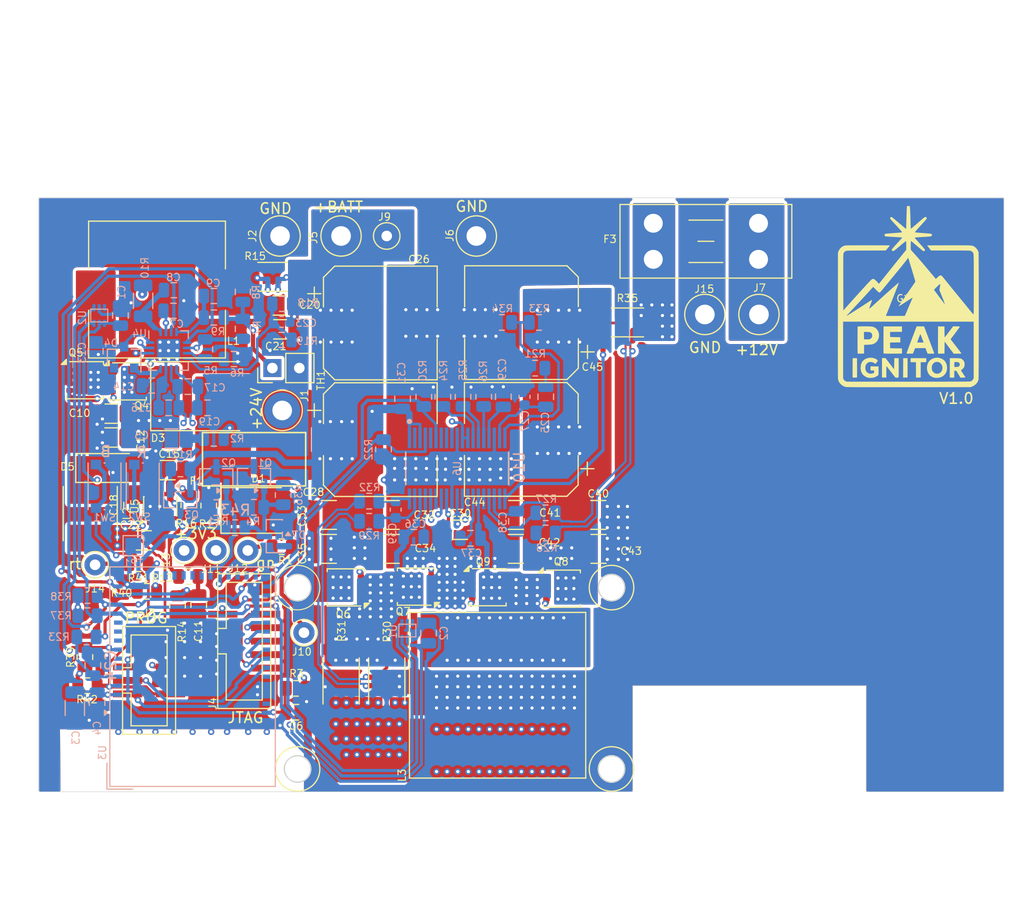
<source format=kicad_pcb>
(kicad_pcb (version 20241229) (generator "pcbnew") (generator_version "9.0")
  (layers (0 "F.Cu" signal) (4 "In1.Cu" signal) (6 "In2.Cu" signal) (2 "B.Cu" signal) (13 "F.Paste" user) (15 "B.Paste" user) (5 "F.SilkS" user "F.Silkscreen") (7 "B.SilkS" user "B.Silkscreen") (1 "F.Mask" user) (3 "B.Mask" user) (25 "Edge.Cuts" user))
  (net 0 "")
  (net 1 "+VREF")
  (net 2 "+BATT")
  (net 3 "VBAT")
  (net 4 "Net-(C5-Pad1)")
  (net 5 "Net-(D3-K)")
  (net 6 "Net-(D4A-K)")
  (net 7 "Net-(D4A-A)")
  (net 8 "Net-(U4-TS)")
  (net 9 "Net-(Q3-D)")
  (net 10 "+3V3")
  (net 11 "Net-(U5-BS)")
  (net 12 "Net-(D5-K)")
  (net 13 "Net-(U4-VFB)")
  (net 14 "HOLD")
  (net 15 "Net-(J1-Pin_1)")
  (net 16 "Net-(C25-Pad2)")
  (net 17 "/CSR+")
  (net 18 "/CSR-")
  (net 19 "Net-(U4-ISET)")
  (net 20 "GND")
  (net 21 "Net-(U6-COMP)")
  (net 22 "-PG")
  (net 23 "STAT")
  (net 24 "Net-(U6-SS_ATRK)")
  (net 25 "/CS-")
  (net 26 "/CS+")
  (net 27 "Net-(U6-MODE)")
  (net 28 "Net-(U6-HB1)")
  (net 29 "Net-(Q9-D)")
  (net 30 "Net-(U6-HB2)")
  (net 31 "Net-(U6-ISNSN)")
  (net 32 "Net-(U6-ISNSP)")
  (net 33 "Net-(J7-Pin_1)")
  (net 35 "Net-(L1-Pad2)")
  (net 36 "Net-(Q8-G)")
  (net 37 "Net-(Q9-G)")
  (net 38 "Net-(R7-Pad2)")
  (net 39 "Net-(U5-FB)")
  (net 40 "Net-(U6-CFG)")
  (net 41 "Net-(Q5-D)")
  (net 42 "/_CS+")
  (net 43 "/_CS-")
  (net 44 "Net-(U4-VCC)")
  (net 45 "Net-(Q7-G)")
  (net 46 "Net-(U6-SLOPE)")
  (net 47 "Net-(Q6-G)")
  (net 48 "Net-(U6-RT)")
  (net 49 "Net-(Q4-G)")
  (net 50 "Net-(Q5-G)")
  (net 51 "Net-(U6-FB)")
  (net 77 "/_ISNS+")
  (net 79 "/_ISNS-")
  (net 80 "Net-(Q1-D)")
  (net 84 "Net-(D7-K)")
  (net 86 "Net-(J10-Pin_1)")
  (net 87 "BB_EN")
  (net 88 "Net-(U3-IO1)")
  (net 89 "BB_IMON")
  (net 90 "EN")
  (net 91 "RXD")
  (net 92 "IO0")
  (net 93 "TXD")
  (net 94 "TMS")
  (net 95 "TCK")
  (net 96 "TDI")
  (net 97 "TDO")
  (net 98 "SDA")
  (net 99 "SCL")
  (net 101 "LED_RED")
  (net 102 "LED_GREEN")
  (net 103 "Net-(J12-Pin_1)")
  (net 104 "Net-(J14-Pin_1)")
  (net 106 "Net-(U3-IO12)")
  (net 107 "SW")
  (net 108 "+24V")
  (net 109 "Net-(Q8-D)")
  (net 110 "Net-(F3-Pad1)")
  (net 111 "Net-(U6-VOUT)")
  (net 112 "Net-(Q7-D)")
  (net 113 "Net-(L3-Pad1)")
  (footprint "Diode_SMD:D_SMB" (layer "F.Cu") (at 217.725 103.475)
    (property "Reference" "D1")
    (property "Value" "SMBJ24A")
  )
  (footprint "Capacitor_SMD:C_1206_3216Metric" (layer "F.Cu") (at 203.825 96.6)
    (property "Reference" "C12")
    (property "Value" "10µF/50V")
  )
  (footprint "Resistor_SMD:R_2010_5025Metric" (layer "F.Cu") (at 219.05 81.45 180)
    (property "Reference" "R15")
    (property "Value" "0.01")
  )
  (footprint "Capacitor_SMD:C_1206_3216Metric" (layer "F.Cu") (at 203.85 94.35)
    (property "Reference" "C10")
    (property "Value" "10µF/50V")
  )
  (footprint "Diode_SMD:D_SMC" (layer "F.Cu") (at 212.35 92.7)
    (property "Reference" "D3")
    (property "Value" "MBRS540T3")
  )
  (footprint "Inductor_SMD:L_Vishay_IHLP-5050" (layer "F.Cu") (at 208.15 82.65)
    (property "Reference" "L1")
    (property "Value" "3.3µH/15A/32A")
  )
  (footprint "Capacitor_SMD:C_1206_3216Metric" (layer "F.Cu") (at 219.7 84.15)
    (property "Reference" "C20")
    (property "Value" "10µF/50V")
  )
  (footprint "Capacitor_SMD:C_1206_3216Metric" (layer "F.Cu") (at 219.75 86.4)
    (property "Reference" "C21")
    (property "Value" "10µF/50V")
  )
  (footprint "Resistor_SMD:R_0805_2012Metric" (layer "F.Cu") (at 206.405 108.5)
    (property "Reference" "R41")
    (property "Value" "50R")
  )
  (footprint "Connector_PinHeader_2.54mm:PinHeader_1x02_P2.54mm_Vertical" (layer "F.Cu") (at 219.025 90.05 90)
    (property "Reference" "TH1")
    (property "Value" "103AT")
  )
  (footprint "Capacitor_SMD:C_1210_3225Metric" (layer "F.Cu") (at 230.275 103.9)
    (property "Reference" "C32")
    (property "Value" "10µ/35V")
  )
  (footprint "Diode_SMD:D_SOD-128" (layer "F.Cu") (at 203.65 99.475)
    (property "Reference" "D5")
    (property "Value" "PMEG4030EP,115")
  )
  (footprint "Package_SON:VSON-8_3.3x3.3mm_P0.65mm_NexFET" (layer "F.Cu") (at 201.35 91.19)
    (property "Reference" "Q5")
    (property "Value" "NVTFS5C454NLWFTAG")
  )
  (footprint "Resistor_SMD:R_0805_2012Metric" (layer "F.Cu") (at 213.025 103.025 90)
    (property "Reference" "R17")
    (property "Value" "16.2k")
  )
  (footprint "Fuse:Fuseholder_Blade_Mini_Keystone_3568" (layer "F.Cu") (at 254.94 76.4)
    (property "Reference" "F3")
    (property "Value" "20A")
  )
  (footprint "Connector_Pin:Pin_D1.0mm_L10.0mm" (layer "F.Cu") (at 222 115)
    (property "Reference" "J10")
    (property "Value" "SW")
  )
  (footprint "Capacitor_SMD:C_1210_3225Metric" (layer "F.Cu") (at 242 103.9 180)
    (property "Reference" "C41")
    (property "Value" "10µ/35V")
  )
  (footprint "Capacitor_SMD:C_0805_2012Metric" (layer "F.Cu") (at 212.08 112.35 -90)
    (property "Reference" "C11")
    (property "Value" "470n")
  )
  (footprint "Capacitor_SMD:C_1206_3216Metric" (layer "F.Cu") (at 206.905 106.3)
    (property "Reference" "C22")
    (property "Value" "22µ/16V")
  )
  (footprint "Capacitor_SMD:CP_Elec_10x10.5" (layer "F.Cu") (at 242.51 85.77 180)
    (property "Reference" "C45")
    (property "Value" "220µF/35V")
  )
  (footprint "NetTie:NetTie-2_SMD_Pad0.5mm" (layer "F.Cu") (at 250.2 87.9 90)
    (property "Reference" "NT5" (hide yes))
    (property "Value" "NetTie_2" (hide yes))
  )
  (footprint "Resistor_SMD:R_0805_2012Metric" (layer "F.Cu") (at 211.105 109.7)
    (property "Reference" "R13")
    (property "Value" "100k")
  )
  (footprint "myfootprints:dummy" (layer "F.Cu") (at 259.9 78.1 180)
    (property "Reference" "REF**" (hide yes))
    (property "Value" "dummy")
  )
  (footprint "Capacitor_SMD:C_0805_2012Metric" (layer "F.Cu") (at 221.25 122.5)
    (property "Reference" "C6")
    (property "Value" "1µ/25V")
  )
  (footprint "Capacitor_SMD:C_1206_3216Metric" (layer "F.Cu") (at 209.15 99.675 180)
    (property "Reference" "C15")
    (property "Value" "10µF/50V")
  )
  (footprint "Connector_Pin:Pin_D1.0mm_L10.0mm" (layer "F.Cu") (at 213.705 107.25)
    (property "Reference" "J11")
    (property "Value" "Conn_01x01")
  )
  (footprint "Resistor_SMD:R_0805_2012Metric" (layer "F.Cu") (at 201.5875 120)
    (property "Reference" "R42")
    (property "Value" "10k")
  )
  (footprint "NetTie:NetTie-2_SMD_Pad0.5mm" (layer "F.Cu") (at 228.4 120)
    (property "Reference" "NT7" (hide yes))
    (property "Value" "NetTie_2" (hide yes))
  )
  (footprint "TestPoint:TestPoint_Loop_D2.50mm_Drill1.85mm" (layer "F.Cu") (at 225.5 77.6 -90)
    (property "Reference" "J5")
    (property "Value" "BATT")
  )
  (footprint "Inductor_SMD:L_Taiyo-Yuden_NR-50xx" (layer "F.Cu") (at 201.85 103.775 -90)
    (property "Reference" "L2")
    (property "Value" "4.7µH/2A/3A")
  )
  (footprint "Resistor_SMD:R_2010_5025Metric" (layer "F.Cu") (at 252.5 85.75)
    (property "Reference" "R35")
    (property "Value" "2.5mR/2W")
  )
  (footprint "Connector_Pin:Pin_D1.0mm_L10.0mm" (layer "F.Cu") (at 216.705 107.25)
    (property "Reference" "J12")
    (property "Value" "Conn_01x01")
  )
  (footprint "Package_SON:VSON-8_3.3x3.3mm_P0.65mm_NexFET" (layer "F.Cu") (at 232.56 110.67 180)
    (property "Reference" "Q7")
    (property "Value" "NVTFS5C454NLWFTAG")
  )
  (footprint "Capacitor_SMD:CP_Elec_10x10.5" (layer "F.Cu") (at 229.2 85.8)
    (property "Reference" "C26")
    (property "Value" "470µF/35V")
  )
  (footprint "Resistor_SMD:R_2512_6332Metric" (layer "F.Cu") (at 229.8075 119.55 -90)
    (property "Reference" "R30")
    (property "Value" "2mR/2W")
  )
  (footprint "Connector_Pin:Pin_D1.0mm_L10.0mm" (layer "F.Cu") (at 210.705 107.25)
    (property "Reference" "J13")
    (property "Value" "Conn_01x01")
  )
  (footprint "Capacitor_SMD:C_0805_2012Metric" (layer "F.Cu") (at 205.75 102.975 90)
    (property "Reference" "C18")
    (property "Value" "10n/50V")
  )
  (footprint "Resistor_SMD:R_0805_2012Metric" (layer "F.Cu") (at 219.905 106.9)
    (property "Reference" "R1")
    (property "Value" "50R")
  )
  (footprint "TestPoint:TestPoint_Loop_D2.50mm_Drill1.85mm" (layer "F.Cu") (at 264.9 85 -90)
    (property "Reference" "J7")
    (property "Value" "+12V")
  )
  (footprint "myfootprints:fuseholder_littlefuse_blok" (layer "F.Cu") (at 217.3 98.65)
    (property "Reference" "F1")
    (property "Value" "5A")
  )
  (footprint "Resistor_SMD:R_0805_2012Metric" (layer "F.Cu") (at 201.35 117.3 90)
    (property "Reference" "R39")
    (property "Value" "3.3k")
  )
  (footprint "Package_SON:VSON-8_3.3x3.3mm_P0.65mm_NexFET" (layer "F.Cu") (at 225.935 110.7425 180)
    (property "Reference" "Q6")
    (property "Value" "NVTFS5C454NLWFTAG")
  )
  (footprint "Capacitor_SMD:C_1210_3225Metric" (layer "F.Cu") (at 224.35 107.1 180)
    (property "Reference" "C35")
    (property "Value" "10µ/35V")
  )
  (footprint "Capacitor_SMD:C_1210_3225Metric" (layer "F.Cu") (at 230.275 107.1)
    (property "Reference" "C34")
    (property "Value" "10µ/35V")
  )
  (footprint "Resistor_SMD:R_2512_6332Metric" (layer "F.Cu") (at 225.5075 119.55 -90)
    (property "Reference" "R31")
    (property "Value" "2mR/2W")
  )
  (footprint "Package_SON:VSON-8_3.3x3.3mm_P0.65mm_NexFET" (layer "F.Cu") (at 246.31 110.84)
    (property "Reference" "Q8")
    (property "Value" "NVTFS5C454NLWFTAG")
  )
  (footprint "Package_SON:VSON-8_3.3x3.3mm_P0.65mm_NexFET" (layer "F.Cu") (at 205.39 91.3)
    (property "Reference" "Q4")
    (property "Value" "NVTFS5C454NLWFTAG")
  )
  (footprint "Capacitor_SMD:CP_Elec_10x10.5" (layer "F.Cu") (at 242.4925 96.78 180)
    (property "Reference" "C44")
    (property "Value" "220µF/35V")
  )
  (footprint "Resistor_SMD:R_0805_2012Metric" (layer "F.Cu") (at 221.25 120.25 180)
    (property "Reference" "R3")
    (property "Value" "10k")
  )
  (footprint "myfootprints:PinHeader_IDC_2x03_P1.27mm_Vertical_SMD" (layer "F.Cu") (at 207.4 119.5)
    (property "Reference" "J3")
    (property "Value" "PROG")
  )
  (footprint "myfootprints:PinHeader_IDC_2x05_P1.27mm_Vertical_SMD" (layer "F.Cu") (at 216.370763 115.8)
    (property "Reference" "J4")
    (property "Value" "JTAG")
  )
  (footprint "Capacitor_SMD:C_1210_3225Metric" (layer "F.Cu") (at 249.75 103.9)
    (property "Reference" "C40")
    (property "Value" "10µ/35V")
  )
  (footprint "TestPoint:TestPoint_Loop_D2.50mm_Drill1.85mm" (layer "F.Cu") (at 238.255 77.6 -90)
    (property "Reference" "J6")
    (property "Value" "GND")
  )
  (footprint "Package_SON:VSON-8_3.3x3.3mm_P0.65mm_NexFET" (layer "F.Cu") (at 239.31 110.7025)
    (property "Reference" "Q9")
    (property "Value" "NVTFS5C454NLWFTAG")
  )
  (footprint "Connector_Pin:Pin_D1.0mm_L10.0mm" (layer "F.Cu") (at 229.805 77.6)
    (property "Reference" "J9")
    (property "Value" "BATT-sw")
  )
  (footprint "Capacitor_SMD:C_1210_3225Metric" (layer "F.Cu") (at 224.35 103.9 180)
    (property "Reference" "C33")
    (property "Value" "10µ/35V")
  )
  (footprint "NetTie:NetTie-2_SMD_Pad0.5mm" (layer "F.Cu") (at 252.1 87 90)
    (property "Reference" "NT3" (hide yes))
    (property "Value" "NetTie_2" (hide yes))
  )
  (footprint "Capacitor_SMD:C_1206_3216Metric" (layer "F.Cu") (at 236.7125 105.3)
    (property "Reference" "C30")
    (property "Value" "22µ/16V")
  )
  (footprint "Resistor_SMD:R_0805_2012Metric" (layer "F.Cu") (at 210.08 112.4375 -90)
    (property "Reference" "R14")
    (property "Value" "20k")
  )
  (footprint "NetTie:NetTie-2_SMD_Pad0.5mm" (layer "F.Cu") (at 253 87 90)
    (property "Reference" "NT4" (hide yes))
    (property "Value" "NetTie_2" (hide yes))
  )
  (footprint "Inductor_SMD:L_Coilcraft_XAL1580-182" (layer "F.Cu") (at 240.2575 120.9 90)
    (property "Reference" "L3")
    (property "Value" "1.8µH")
  )
  (footprint "LOGO" (layer "F.Cu") (at 279 83.5)
    (property "Reference" "G***")
    (property "Value" "LOGO" (hide yes))
  )
  (footprint "myfootprints:dummy" (layer "F.Cu") (at 221.4 127.85)
    (property "Reference" "REF**" (hide yes))
    (property "Value" "dummy")
  )
  (footprint "Resistor_SMD:R_0805_2012Metric" (layer "F.Cu") (at 211.15 102.975 -90)
    (property "Reference" "R16")
    (property "Value" "49,9k")
  )
  (footprint "Capacitor_SMD:C_1210_3225Metric" (layer "F.Cu") (at 241.975 107.1 180)
    (property "Reference" "C42")
    (property "Value" "10µ/35V")
  )
  (footprint "TestPoint:TestPoint_Loop_D2.50mm_Drill1.85mm" (layer "F.Cu") (at 219.95 94.05 -90)
    (property "Reference" "J1")
    (property "Value" "+24V")
  )
  (footprint "NetTie:NetTie-2_SMD_Pad0.5mm" (layer "F.Cu") (at 228.4 119.2)
    (property "Reference" "NT6" (hide yes))
    (property "Value" "NetTie_2" (hide yes))
  )
  (footprint "Connector_Pin:Pin_D1.0mm_L10.0mm" (layer "F.Cu") (at 202.305 108.6)
    (property "Reference" "J14")
    (property "Value" "Conn_01x01")
  )
  (footprint "Resistor_SMD:R_0805_2012Metric" (layer "F.Cu") (at 207.2 111.1 180)
    (property "Reference" "R40")
    (property "Value" "3.3k")
  )
  (footprint "Capacitor_SMD:CP_Elec_10x10.5" (layer "F.Cu") (at 229.2 96.8)
    (property "Reference" "C28")
    (property "Value" "470µF/35V")
  )
  (footprint "Package_TO_SOT_SMD:SOT-23-6" (layer "F.Cu") (at 208.45 103.075 90)
    (property "Reference" "U5")
    (property "Value" "AP3211")
  )
  (footprint "TestPoint:TestPoint_Loop_D2.50mm_Drill1.85mm" (layer "F.Cu") (at 259.8 85)
    (property "Reference" "J15")
    (property "Value" "GND")
  )
  (footprint "Capacitor_SMD:C_1210_3225Metric" (layer "F.Cu") (at 249.775 107.1)
    (property "Reference" "C43")
    (property "Value" "10µ/35V")
  )
  (footprint "TestPoint:TestPoint_Loop_D2.50mm_Drill1.85mm" (layer "F.Cu") (at 219.75 77.6 -90)
    (property "Reference" "J2")
    (property "Value" "GND")
  )
  (footprint "myfootprints:QFN-16-1EP_3.5x3.5mm_P0.5mm_EP2.14x2.14mm" (layer "B.Cu") (at 209.2375 88.4 -90)
    (property "Reference" "U4")
    (property "Value" "BQ24600")
  )
  (footprint "Resistor_SMD:R_0805_2012Metric" (layer "B.Cu") (at 216.2375 82.8755 -90)
    (property "Reference" "R8")
    (property "Value" "430k")
  )
  (footprint "Capacitor_SMD:C_0805_2012Metric" (layer "B.Cu") (at 209.7375 82.71 180)
    (property "Reference" "C8")
    (property "Value" "1µ/50V")
  )
  (footprint "Resistor_SMD:R_0805_2012Metric" (layer "B.Cu") (at 219.9 87.4 180)
    (property "Reference" "R19")
    (property "Value" "100k")
  )
  (footprint "Capacitor_SMD:C_0805_2012Metric" (layer "B.Cu") (at 213.507 83.2565)
    (property "Reference" "C9")
    (property "Value" "100n/50V")
  )
  (footprint "Resistor_SMD:R_0805_2012Metric" (layer "B.Cu") (at 212.6815 88.288 -90)
    (property "Reference" "R5")
    (property "Value" "100k")
  )
  (footprint "Resistor_SMD:R_0805_2012Metric" (layer "B.Cu") (at 213.507 85.2885)
    (property "Reference" "R9")
    (property "Value" "100")
  )
  (footprint "Capacitor_SMD:C_0603_1608Metric" (layer "B.Cu") (at 219.8875 85.7 180)
    (property "Reference" "C23")
    (property "Value" "22p")
  )
  (footprint "Package_TO_SOT_SMD:SOT-23" (layer "B.Cu") (at 205.05 89.035 90)
    (property "Reference" "D4")
    (property "Value" "BAT54C")
  )
  (footprint "Capacitor_SMD:C_0805_2012Metric" (layer "B.Cu") (at 207.65 91.7 180)
    (property "Reference" "C14")
    (property "Value" "1µ/50V")
  )
  (footprint "Resistor_SMD:R_0805_2012Metric" (layer "B.Cu") (at 215.4 89.2)
    (property "Reference" "R6")
    (property "Value" "12k")
  )
  (footprint "Resistor_SMD:R_0805_2012Metric" (layer "B.Cu") (at 216.2375 86.353 90)
    (property "Reference" "R7")
    (property "Value" "9.31k")
  )
  (footprint "Resistor_SMD:R_0805_2012Metric" (layer "B.Cu") (at 219.95 84 180)
    (property "Reference" "R18")
    (property "Value" "698k")
  )
  (footprint "Capacitor_SMD:C_0805_2012Metric" (layer "B.Cu") (at 202.355 88.46 90)
    (property "Reference" "C13")
    (property "Value" "100n/50V")
  )
  (footprint "Resistor_SMD:R_1206_3216Metric" (layer "B.Cu") (at 206.8375 83.71 -90)
    (property "Reference" "R10")
    (property "Value" "10/0.5W")
  )
  (footprint "Capacitor_SMD:C_0805_2012Metric" (layer "B.Cu") (at 209.697 84.6535 180)
    (property "Reference" "C7")
    (property "Value" "1µ/50V")
  )
  (footprint "Resistor_SMD:R_0805_2012Metric" (layer "B.Cu") (at 213.5 96.7 180)
    (property "Reference" "R2")
    (property "Value" "2k")
  )
  (footprint "Capacitor_SMD:C_1206_3216Metric" (layer "B.Cu") (at 209.5 96.7 180)
    (property "Reference" "C5")
    (property "Value" "2.2/50V")
  )
  (footprint "Capacitor_SMD:C_0805_2012Metric" (layer "B.Cu") (at 209.25 93.8)
    (property "Reference" "C16")
    (property "Value" "100n/50V")
  )
  (footprint "Capacitor_SMD:C_0805_2012Metric" (layer "B.Cu") (at 211.05 91.8 180)
    (property "Reference" "C17")
    (property "Value" "100n/50V")
  )
  (footprint "Resistor_SMD:R_0805_2012Metric" (layer "B.Cu") (at 233.299999 92.762308 90)
    (property "Reference" "R20")
    (property "Value" "88.7k")
  )
  (footprint "Resistor_SMD:R_0805_2012Metric" (layer "B.Cu") (at 228.15 104.5)
    (property "Reference" "R29")
    (property "Value" "10")
  )
  (footprint "Capacitor_SMD:C_0805_2012Metric" (layer "B.Cu") (at 237.7 106.1)
    (property "Reference" "C37")
    (property "Value" "100n")
  )
  (footprint "Button_Switch_SMD:SW_Push_1P1T_NO_CK_KMR2" (layer "B.Cu") (at 206.8 101.2 90)
    (property "Reference" "SW2")
    (property "Value" "GT-TC029B-H025-L1N")
  )
  (footprint "Package_TO_SOT_SMD:SOT-23" (layer "B.Cu") (at 217.2925 100.275 90)
    (property "Reference" "Q1")
    (property "Value" "BSS138")
  )
  (footprint "Resistor_SMD:R_0805_2012Metric" (layer "B.Cu") (at 229.5 97.7125 90)
    (property "Reference" "R22")
    (property "Value" "100k")
  )
  (footprint "myfootprints:TMP1075-DRL" (layer "B.Cu") (at 231.75 114.8 -90)
    (property "Reference" "U1")
    (property "Value" "TMP1075")
  )
  (footprint "Capacitor_SMD:C_0805_2012Metric" (layer "B.Cu") (at 242.0375 104.5 -90)
    (property "Reference" "C38")
    (property "Value" "1µ")
  )
  (footprint "Capacitor_SMD:C_0805_2012Metric" (layer "B.Cu") (at 244.799999 92.762308 90)
    (property "Reference" "C25")
    (property "Value" "10n")
  )
  (footprint "Resistor_SMD:R_0805_2012Metric" (layer "B.Cu") (at 244.1625 85.75 180)
    (property "Reference" "R33")
    (property "Value" "61.9k")
  )
  (footprint "Capacitor_SMD:C_0805_2012Metric" (layer "B.Cu") (at 212.9 93.8 180)
    (property "Reference" "C19")
    (property "Value" "DNP")
  )
  (footprint "Resistor_SMD:R_0805_2012Metric" (layer "B.Cu") (at 243.799999 90.062308 180)
    (property "Reference" "R21")
    (property "Value" "10k")
  )
  (footprint "Capacitor_SMD:C_1206_3216Metric" (layer "B.Cu") (at 200.4 122.1 -90)
    (property "Reference" "C3")
    (property "Value" "22µ/16V")
  )
  (footprint "Resistor_SMD:R_0805_2012Metric" (layer "B.Cu") (at 201.6 111.5)
    (property "Reference" "R38")
    (property "Value" "3.3k")
  )
  (footprint "Resistor_SMD:R_0805_2012Metric" (layer "B.Cu") (at 217.2925 103.175)
    (property "Reference" "R4")
    (property "Value" "100k")
  )
  (footprint "myfootprints:TMP1075-DRL" (layer "B.Cu") (at 202.7 85.1 -90)
    (property "Reference" "U2")
    (property "Value" "TMP1075")
  )
  (footprint "Resistor_SMD:R_0805_2012Metric" (layer "B.Cu") (at 244.7875 105.6 180)
    (property "Reference" "R28")
    (property "Value" "100")
  )
  (footprint "Package_TO_SOT_SMD:SOT-23" (layer "B.Cu") (at 210.3425 102.4625 -90)
    (property "Reference" "Q3")
    (property "Value" "IRLML9301")
  )
  (footprint "Resistor_SMD:R_0805_2012Metric" (layer "B.Cu") (at 244.7875 103.7 180)
    (property "Reference" "R27")
    (property "Value" "100")
  )
  (footprint "Capacitor_SMD:C_0805_2012Metric" (layer "B.Cu") (at 202.1 118.1 90)
    (property "Reference" "C24")
    (property "Value" "100n")
  )
  (footprint "NetTie:NetTie-2_SMD_Pad0.5mm" (layer "B.Cu") (at 218.6 82.15 90)
    (property "Reference" "NT1" (hide yes))
    (property "Value" "Net-Tie_2" (hide yes))
  )
  (footprint "Button_Switch_SMD:SW_Push_1P1T_NO_CK_KMR2" (layer "B.Cu") (at 203.2 101.2 -90)
    (property "Reference" "SW1")
    (property "Value" "GT-TC029B-H025-L1N")
  )
  (footprint "Resistor_SMD:R_0805_2012Metric" (layer "B.Cu") (at 228.15 102.6)
    (property "Reference" "R32")
    (property "Value" "10")
  )
  (footprint "Resistor_SMD:R_0805_2012Metric" (layer "B.Cu") (at 220.0425 102.025 90)
    (property "Reference" "R36")
    (property "Value" "4.7k")
  )
  (footprint "Resistor_SMD:R_0805_2012Metric" (layer "B.Cu") (at 201.5 115.4 180)
    (property "Reference" "R23")
    (property "Value" "1k")
  )
  (footprint "RF_Module:ESP32-S2-MINI-1" (layer "B.Cu") (at 211.5 119.15)
    (property "Reference" "U3")
    (property "Value" "ESP32-S3-MINI-1")
  )
  (footprint "Resistor_SMD:R_0805_2012Metric" (layer "B.Cu") (at 210.355 99.5625)
    (property "Reference" "R12")
    (property "Value" "100k")
  )
  (footprint "Capacitor_SMD:C_0603_1608Metric" (layer "B.Cu") (at 242.799999 92.762308 90)
    (property "Reference" "C27")
    (property "Value" "150p")
  )
  (footprint "Capacitor_SMD:C_0805_2012Metric" (layer "B.Cu") (at 231.3 92.95 90)
    (property "Reference" "C31")
    (property "Value" "100n")
  )
  (footprint "Resistor_SMD:R_0805_2012Metric" (layer "B.Cu") (at 236.999999 92.762308 90)
    (property "Reference" "R25")
    (property "Value" "88.7k")
  )
  (footprint "Package_TO_SOT_SMD:SOT-23" (layer "B.Cu") (at 219.205 105.9 180)
    (property "Reference" "D7")
    (property "Value" "BZX84C3V3")
  )
  (footprint "Capacitor_SMD:C_0805_2012Metric" (layer "B.Cu") (at 240.799999 92.762308 90)
    (property "Reference" "C29")
    (property "Value" "5.6n")
  )
  (footprint "Resistor_SMD:R_0805_2012Metric" (layer "B.Cu") (at 238.949999 92.762308 90)
    (property "Reference" "R26")
    (property "Value" "78.7k")
  )
  (footprint "Resistor_SMD:R_0805_2012Metric" (layer "B.Cu") (at 215.5125 105.1 180)
    (property "Reference" "R43")
    (property "Value" "1k")
  )
  (footprint "Capacitor_SMD:C_0805_2012Metric" (layer "B.Cu") (at 202.5 121.6 -90)
    (property "Reference" "C4")
    (property "Value" "100n")
  )
  (footprint "TestPoint:TestPoint_Pad_1.5x1.5mm" (layer "B.Cu") (at 205.9 106.8)
    (property "Reference" "TP1")
    (property "Value" "TestPoint")
  )
  (footprint "Package_TO_SOT_SMD:SOT-23" (layer "B.Cu") (at 213.7425 100.305 90)
    (property "Reference" "Q2")
    (property "Value" "BSS138")
  )
  (footprint "NetTie:NetTie-2_SMD_Pad0.5mm" (layer "B.Cu") (at 219.55 82.15 90)
    (property "Reference" "NT2" (hide yes))
    (property "Value" "Net-Tie_2" (hide yes))
  )
  (footprint "Resistor_SMD:R_0805_2012Metric" (layer "B.Cu") (at 201.6 113.4)
    (property "Reference" "R37")
    (property "Value" "3.3k")
  )
  (footprint "Capacitor_SMD:C_0805_2012Metric" (layer "B.Cu") (at 232.35 106 180)
    (property "Reference" "C36")
    (property "Value" "100n")
  )
  (footprint "Capacitor_SMD:C_0805_2012Metric" (layer "B.Cu") (at 233.75 115.05 90)
    (property "Reference" "C2")
    (property "Value" "100n")
  )
  (footprint "Capacitor_SMD:C_0805_2012Metric" (layer "B.Cu") (at 204.7 85.1 90)
    (property "Reference" "C1")
    (property "Value" "100n")
  )
  (footprint "Resistor_SMD:R_0805_2012Metric" (layer "B.Cu") (at 235.099999 92.762308 90)
    (property "Reference" "R24")
    (property "Value" "8.25k")
  )
  (footprint "Capacitor_SMD:C_0603_1608Metric" (layer "B.Cu") (at 230.65 103.4 -90)
    (property "Reference" "C39")
    (property "Value" "180p")
  )
  (footprint "Resistor_SMD:R_0805_2012Metric" (layer "B.Cu") (at 213.7425 103.205)
    (property "Reference" "R11")
    (property "Value" "100k")
  )
  (footprint "footprints:DCP0038A-IPC_A" (layer "B.Cu") (at 236.449999 99.512308 -90)
    (property "Reference" "U6")
    (property "Value" "LM51770DCPR")
  )
  (footprint "Resistor_SMD:R_0805_2012Metric" (layer "B.Cu") (at 240.6625 85.75 180)
    (property "Reference" "R34")
    (property "Value" "5.62k")
  )
  (gr_circle (center 251 110.75) (end 253.1 110.75) (stroke (width 0.12)) (fill no) (layer "F.SilkS"))
  (gr_circle (center 251 127.85) (end 253.1 127.85) (stroke (width 0.12)) (fill no) (layer "F.SilkS"))
  (gr_circle (center 221.4 127.85) (end 223.5 127.85) (stroke (width 0.12)) (fill no) (layer "F.SilkS"))
  (gr_circle (center 221.4 110.75) (end 223.5 110.75) (stroke (width 0.1)) (fill no) (layer "F.SilkS"))
  (gr_line (start 197 74) (end 197 130) (stroke (width 0.05)) (layer "Edge.Cuts"))
  (gr_line (start 275 120) (end 275 129) (stroke (width 0.05)) (layer "Edge.Cuts"))
  (gr_line (start 275 129) (end 275 130) (stroke (width 0.05)) (layer "Edge.Cuts"))
  (gr_line (start 253 130) (end 250 130) (stroke (width 0.05)) (layer "Edge.Cuts"))
  (gr_line (start 253 120) (end 275 120) (stroke (width 0.05)) (layer "Edge.Cuts"))
  (gr_line (start 197 74) (end 288 74) (stroke (width 0.05)) (layer "Edge.Cuts"))
  (gr_circle (center 221.4 110.75) (end 222.65 110.75) (stroke (width 0.12)) (fill no) (layer "Edge.Cuts"))
  (gr_circle (center 251 127.85) (end 252.25 127.85) (stroke (width 0.12)) (fill no) (layer "Edge.Cuts"))
  (gr_line (start 288 74) (end 288 130) (stroke (width 0.05)) (layer "Edge.Cuts"))
  (gr_line (start 275 130) (end 278 130) (stroke (width 0.05)) (layer "Edge.Cuts"))
  (gr_circle (center 251 110.75) (end 252.25 110.75) (stroke (width 0.12)) (fill no) (layer "Edge.Cuts"))
  (gr_line (start 288 130) (end 278 130) (stroke (width 0.05)) (layer "Edge.Cuts"))
  (gr_line (start 253 130) (end 253 120) (stroke (width 0.05)) (layer "Edge.Cuts"))
  (gr_line (start 197 130) (end 250 130) (stroke (width 0.05)) (layer "Edge.Cuts"))
  (gr_circle (center 221.4 127.85) (end 222.65 127.85) (stroke (width 0.12)) (fill no) (layer "Edge.Cuts"))
  (gr_text "PROG" (at 205 114.2 0) (layer "F.SilkS") (effects (font (size 1 1)) (justify left bottom)))
  (gr_text "JTAG" (at 214.7 123.6 0) (layer "F.SilkS") (effects (font (size 1 1)) (justify left bottom)))
  (gr_text "gn" (at 217.4 109 0) (layer "F.SilkS") (effects (font (size 1 1)) (justify left bottom)))
  (gr_text "+24V" (at 218.105 96 90) (layer "F.SilkS") (effects (font (size 1 1)) (justify left bottom)))
  (gr_text "rt" (at 199.7 109.1 0) (layer "F.SilkS") (effects (font (size 1 1)) (justify left bottom)))
  (gr_text "V1.0" (at 281.8 93.5 0) (layer "F.SilkS") (effects (font (size 1 1)) (justify left bottom)))
  (gr_text "+3V3" (at 209.7 106.25 0) (layer "F.SilkS") (effects (font (size 1 1)) (justify left bottom)))
  (gr_text "+BATT" (at 222.85 75.45 0) (layer "F.SilkS") (effects (font (size 1 1)) (justify left bottom)))
  (gr_text "GND" (at 236.2 75.4 0) (layer "F.SilkS") (effects (font (size 1 1)) (justify left bottom)))
  (gr_text "+12V" (at 262.6 88.9 0) (layer "F.SilkS") (effects (font (size 1 1)) (justify left bottom)))
  (gr_text "GND" (at 258.2 88.7 0) (layer "F.SilkS") (effects (font (size 1 1)) (justify left bottom)))
  (gr_text "GND" (at 217.7 75.6 0) (layer "F.SilkS") (effects (font (size 1 1)) (justify left bottom)))
  (gr_text "R" (at 207.3 98.6 0) (layer "B.SilkS") (effects (font (size 1 1)) (justify left bottom mirror)))
  (gr_text "B" (at 203.9 98.5 0) (layer "B.SilkS") (effects (font (size 1 1)) (justify left bottom mirror)))
  (via (at 211.882 88.15) (size 0.6) (drill 0.3) (layers "F.Cu" "B.Cu") (net 1))
  (via (at 208.9875 85.8) (size 0.6) (drill 0.3) (layers "F.Cu" "B.Cu") (net 1))
  (segment (start 208.9875 86.65) (end 208.9875 85.8) (width 0.25) (layer "B.Cu") (net 1))
  (segment (start 208.9875 85.7) (end 208.9875 84.8815) (width 0.25) (layer "B.Cu") (net 1))
  (segment (start 208.9875 84.8815) (end 208.7595 84.6535) (width 0.25) (layer "B.Cu") (net 1))
  (segment (start 210.9875 88.15) (end 211.882 88.15) (width 0.25) (layer "B.Cu") (net 1))
  (segment (start 212.6815 87.3505) (end 216.1775 87.3505) (width 0.4) (layer "B.Cu") (net 1))
  (segment (start 208.9875 85.8) (end 208.9875 85.7) (width 0.3) (layer "B.Cu") (net 1))
  (segment (start 211.882 88.15) (end 212.6815 87.3505) (width 0.25) (layer "B.Cu") (net 1))
  (segment (start 216.1775 87.3505) (end 216.2375 87.2905) (width 0.4) (layer "B.Cu") (net 1))
  (segment (start 221.1 84.15) (end 221.1 85.2) (width 0.8) (layer "F.Cu") (net 2))
  (segment (start 221.3 81.45) (end 221.3 83.95) (width 0.8) (layer "F.Cu") (net 2))
  (segment (start 221.3 83.95) (end 221.1 84.15) (width 0.8) (layer "F.Cu") (net 2))
  (segment (start 221.1 81.65) (end 221.3 81.45) (width 0.4) (layer "F.Cu") (net 2))
  (segment (start 221.25 81.5) (end 221.3 81.45) (width 0.4) (layer "F.Cu") (net 2))
  (segment (start 220.35 81.5) (end 221.25 81.5) (width 0.4) (layer "F.Cu") (net 2))
  (segment (start 221.1 85.2) (end 221.1 86.35) (width 0.8) (layer "F.Cu") (net 2))
  (segment (start 221.1 86.35) (end 221.15 86.4) (width 0.8) (layer "F.Cu") (net 2))
  (via (at 223.55 87.6) (size 0.6) (drill 0.3) (layers "F.Cu" "B.Cu") (net 2))
  (via (at 220.35 81.5) (size 0.6) (drill 0.3) (layers "F.Cu" "B.Cu") (net 2))
  (via (at 224.55 107.1) (size 0.6) (drill 0.3) (layers "F.Cu" "B.Cu") (net 2))
  (via (at 226.25 111.75) (size 0.6) (drill 0.3) (layers "F.Cu" "B.Cu") (net 2))
  (via (at 227.75 107) (size 0.6) (drill 0.3) (layers "F.Cu" "B.Cu") (net 2))
  (via (at 226.55 95.1) (size 0.6) (drill 0.3) (layers "F.Cu" "B.Cu") (net 2))
  (via (at 227.75 106) (size 0.6) (drill 0.3) (layers "F.Cu" "B.Cu") (net 2))
  (via (at 226.25 110.75) (size 0.6) (drill 0.3) (layers "F.Cu" "B.Cu") (net 2))
  (via (at 225.55 84.6) (size 0.6) (drill 0.3) (layers "F.Cu" "B.Cu") (net 2))
  (via (at 223.5 95.1) (size 0.6) (drill 0.3) (layers "F.Cu" "B.Cu") (net 2))
  (via (at 224.5 98.6) (size 0.6) (drill 0.3) (layers "F.Cu" "B.Cu") (net 2))
  (via (at 226.55 98.6) (size 0.6) (drill 0.3) (layers "F.Cu" "B.Cu") (net 2))
  (via (at 226.55 84.6) (size 0.6) (drill 0.3) (layers "F.Cu" "B.Cu") (net 2))
  (via (at 224.55 108.1) (size 0.6) (drill 0.3) (layers "F.Cu" "B.Cu") (net 2))
  (via (at 226.75 107) (size 0.6) (drill 0.3) (layers "F.Cu" "B.Cu") (net 2))
  (via (at 226.75 106) (size 0.6) (drill 0.3) (layers "F.Cu" "B.Cu") (net 2))
  (via (at 225.55 87.6) (size 0.6) (drill 0.3) (layers "F.Cu" "B.Cu") (net 2))
  (via (at 228.431153 94.131153) (size 0.6) (drill 0.3) (layers "F.Cu" "B.Cu") (net 2))
  (via (at 224.5 95.1) (size 0.6) (drill 0.3) (layers "F.Cu" "B.Cu") (net 2))
  (via (at 224.75 110.75) (size 0.6) (drill 0.3) (layers "F.Cu" "B.Cu") (net 2))
  (via (at 225.55 95.1) (size 0.6) (drill 0.3) (layers "F.Cu" "B.Cu") (net 2))
  (via (at 224.55 84.6) (size 0.6) (drill 0.3) (layers "F.Cu" "B.Cu") (net 2))
  (via (at 224.75 111.75) (size 0.6) (drill 0.3) (layers "F.Cu" "B.Cu") (net 2))
  (via (at 225.5 109.75) (size 0.6) (drill 0.3) (layers "F.Cu" "B.Cu") (net 2))
  (via (at 225.55 98.6) (size 0.6) (drill 0.3) (layers "F.Cu" "B.Cu") (net 2))
  (via (at 223.55 84.6) (size 0.6) (drill 0.3) (layers "F.Cu" "B.Cu") (net 2))
  (via (at 226.75 108) (size 0.6) (drill 0.3) (layers "F.Cu" "B.Cu") (net 2))
  (via (at 224.55 87.6) (size 0.6) (drill 0.3) (layers "F.Cu" "B.Cu") (net 2))
  (via (at 221.1 85.2) (size 0.6) (drill 0.3) (layers "F.Cu" "B.Cu") (net 2))
  (via (at 226.25 109.75) (size 0.6) (drill 0.3) (layers "F.Cu" "B.Cu") (net 2))
  (via (at 227.75 108) (size 0.6) (drill 0.3) (layers "F.Cu" "B.Cu") (net 2))
  (via (at 225.5 111.75) (size 0.6) (drill 0.3) (layers "F.Cu" "B.Cu") (net 2))
  (via (at 224.75 109.75) (size 0.6) (drill 0.3) (layers "F.Cu" "B.Cu") (net 2))
  (via (at 225.5 110.75) (size 0.6) (drill 0.3) (layers "F.Cu" "B.Cu") (net 2))
  (via (at 224.55 106.1) (size 0.6) (drill 0.3) (layers "F.Cu" "B.Cu") (net 2))
  (via (at 226.55 87.6) (size 0.6) (drill 0.3) (layers "F.Cu" "B.Cu") (net 2))
  (via (at 223.5 98.6) (size 0.6) (drill 0.3) (layers "F.Cu" "B.Cu") (net 2))
  (segment (start 212.6707 98.1593) (end 211.2675 99.5625) (width 0.6) (layer "B.Cu") (net 2))
  (segment (start 231.949998 95.362308) (end 231.949998 94.362307) (width 0.25) (layer "B.Cu") (net 2))
  (segment (start 211.2925 99.5875) (end 211.2675 99.5625) (width 0.6) (layer "B.Cu") (net 2))
  (segment (start 220.2 81.65) (end 220.35 81.5) (width 0.4) (layer "B.Cu") (net 2))
  (segment (start 220.18 98.975) (end 225.175 98.975) (width 0.6) (layer "B.Cu") (net 2))
  (segment (start 231.949998 94.362307) (end 231.487691 93.9) (width 0.6) (layer "B.Cu") (net 2))
  (segment (start 220.8875 84) (end 220.8875 85.1) (width 0.3) (layer "B.Cu") (net 2))
  (segment (start 232.932235 95.333208) (end 231.979098 95.333208) (width 0.25) (layer "B.Cu") (net 2))
  (segment (start 231.487691 93.9) (end 231.300002 93.9) (width 0.6) (layer "B.Cu") (net 2))
  (segment (start 231.949998 95.158208) (end 231.979098 95.158208) (width 0.6) (layer "B.Cu") (net 2))
  (segment (start 221 85.1) (end 221.1 85.2) (width 0.3) (layer "B.Cu") (net 2))
  (segment (start 228.662307 93.9) (end 228.431153 94.131153) (width 0.8) (layer "B.Cu") (net 2))
  (segment (start 220.8875 85.1) (end 221 85.1) (width 0.3) (layer "B.Cu") (net 2))
  (segment (start 225.175 98.975) (end 225.55 98.6) (width 0.6) (layer "B.Cu") (net 2))
  (segment (start 220.8875 85.1) (end 220.8875 85.4875) (width 0.3) (layer "B.Cu") (net 2))
  (segment (start 220.18 98.975) (end 219.3643 98.1593) (width 0.6) (layer "B.Cu") (net 2))
  (segment (start 219.3643 98.1593) (end 212.6707 98.1593) (width 0.6) (layer "B.Cu") (net 2))
  (segment (start 231.949998 96.636924) (end 231.949998 95.362308) (width 0.25) (layer "B.Cu") (net 2))
  (segment (start 231.949998 94.362307) (end 231.949998 95.158208) (width 0.6) (layer "B.Cu") (net 2))
  (segment (start 220.8875 85.4875) (end 220.675 85.7) (width 0.3) (layer "B.Cu") (net 2))
  (segment (start 232.949998 95.350971) (end 232.932235 95.333208) (width 0.25) (layer "B.Cu") (net 2))
  (segment (start 231.979098 95.333208) (end 231.949998 95.362308) (width 0.25) (layer "B.Cu") (net 2))
  (segment (start 231.300002 93.9) (end 228.662307 93.9) (width 0.8) (layer "B.Cu") (net 2))
  (segment (start 211.2925 101.525) (end 211.2925 99.5875) (width 0.6) (layer "B.Cu") (net 2))
  (segment (start 219.55 81.65) (end 220.2 81.65) (width 0.4) (layer "B.Cu") (net 2))
  (segment (start 232.949998 96.636924) (end 232.949998 95.350971) (width 0.25) (layer "B.Cu") (net 2))
  (segment (start 210.605 111) (end 210.08 111.525) (width 0.3) (layer "F.Cu") (net 3))
  (segment (start 210.955 111) (end 210.605 111) (width 0.3) (layer "F.Cu") (net 3))
  (segment (start 210.205 111.4) (end 210.08 111.525) (width 0.8) (layer "F.Cu") (net 3))
  (segment (start 212.0175 111.3375) (end 212.08 111.4) (width 0.4) (layer "F.Cu") (net 3))
  (segment (start 212.08 111.4) (end 210.205 111.4) (width 0.8) (layer "F.Cu") (net 3))
  (segment (start 212.0175 109.7) (end 212.0175 111.3375) (width 0.4) (layer "F.Cu") (net 3))
  (via (at 210.955 111) (size 0.6) (drill 0.3) (layers "F.Cu" "B.Cu") (net 3))
  (segment (start 210.605 111.35) (end 210.955 111) (width 0.3) (layer "B.Cu") (net 3))
  (segment (start 208.616701 111.35) (end 210.605 111.35) (width 0.3) (layer "B.Cu") (net 3))
  (segment (start 204.5 111.5) (end 205.620893 111.5) (width 0.3) (layer "B.Cu") (net 3))
  (segment (start 205.620893 111.5) (end 205.770893 111.35) (width 0.3) (layer "B.Cu") (net 3))
  (segment (start 205.770893 111.35) (end 208.616701 111.35) (width 0.3) (layer "B.Cu") (net 3))
  (segment (start 212.5625 96.7) (end 210.9 96.7) (width 0.8) (layer "B.Cu") (net 4))
  (via (at 205.065251 90.165251) (size 0.6) (drill 0.3) (layers "F.Cu" "B.Cu") (net 5))
  (via (at 205.075 92.33) (size 0.6) (drill 0.3) (layers "F.Cu" "B.Cu") (net 5))
  (via (at 206.405 95) (size 0.6) (drill 0.3) (layers "F.Cu" "B.Cu") (net 5))
  (via (at 206.405 96) (size 0.6) (drill 0.3) (layers "F.Cu" "B.Cu") (net 5))
  (via (at 205.775 91.63) (size 0.6) (drill 0.3) (layers "F.Cu" "B.Cu") (net 5))
  (via (at 208.405 95) (size 0.6) (drill 0.3) (layers "F.Cu" "B.Cu") (net 5))
  (via (at 209.405 95) (size 0.6) (drill 0.3) (layers "F.Cu" "B.Cu") (net 5))
  (via (at 206.405 97) (size 0.6) (drill 0.3) (layers "F.Cu" "B.Cu") (net 5))
  (via (at 206.75 83.1) (size 0.6) (drill 0.3) (layers "F.Cu" "B.Cu") (net 5))
  (via (at 207.405 95) (size 0.6) (drill 0.3) (layers "F.Cu" "B.Cu") (net 5))
  (via (at 205.075 90.93) (size 0.6) (drill 0.3) (layers "F.Cu" "B.Cu") (net 5))
  (via (at 205.775 92.33) (size 0.6) (drill 0.3) (layers "F.Cu" "B.Cu") (net 5))
  (via (at 205.775 90.93) (size 0.6) (drill 0.3) (layers "F.Cu" "B.Cu") (net 5))
  (via (at 205.075 91.63) (size 0.6) (drill 0.3) (layers "F.Cu" "B.Cu") (net 5))
  (segment (start 206.8375 82.2475) (end 206.8375 83.0125) (width 0.8) (layer "B.Cu") (net 5))
  (segment (start 206.8375 83.0125) (end 206.75 83.1) (width 0.8) (layer "B.Cu") (net 5))
  (segment (start 206.805756 86.968256) (end 207.4875 87.65) (width 0.25) (layer "B.Cu") (net 6))
  (segment (start 201.96 88.035) (end 201.8375 87.9125) (width 0.4) (layer "B.Cu") (net 6))
  (segment (start 204.7825 88.035) (end 205.849244 86.968256) (width 0.25) (layer "B.Cu") (net 6))
  (segment (start 204.7825 88.035) (end 201.96 88.035) (width 0.4) (layer "B.Cu") (net 6))
  (segment (start 205.849244 86.968256) (end 206.805756 86.968256) (width 0.25) (layer "B.Cu") (net 6))
  (segment (start 206 90.035) (end 206.486014 90.521014) (width 0.4) (layer "B.Cu") (net 7))
  (segment (start 207.2 91.71) (end 207.2 91.4275) (width 0.4) (layer "B.Cu") (net 7))
  (segment (start 206.486014 90.521014) (end 208.106486 90.521014) (width 0.4) (layer "B.Cu") (net 7))
  (segment (start 208.4775 90.15) (end 208.106486 90.521014) (width 0.25) (layer "B.Cu") (net 7))
  (segment (start 207.2 91.4275) (end 208.106486 90.521014) (width 0.4) (layer "B.Cu") (net 7))
  (segment (start 211.208 86.65) (end 212.5695 85.2885) (width 0.25) (layer "B.Cu") (net 8))
  (segment (start 209.9875 86.65) (end 211.208 86.65) (width 0.25) (layer "B.Cu") (net 8))
  (segment (start 212.5695 83.2565) (end 212.5695 85.2885) (width 0.4) (layer "B.Cu") (net 8))
  (segment (start 209.3643 106.2357) (end 210.537171 105.062829) (width 0.4) (layer "F.Cu") (net 9))
  (segment (start 208.45 101.9375) (end 209.4 101.9375) (width 0.4) (layer "F.Cu") (net 9))
  (segment (start 209.4 100.9) (end 209.4 101.9375) (width 0.8) (layer "F.Cu") (net 9))
  (segment (start 209.3643 108.8718) (end 209.3643 106.2357) (width 0.4) (layer "F.Cu") (net 9))
  (segment (start 210.537171 105.062829) (end 210.537171 104.988487) (width 0.4) (layer "F.Cu") (net 9))
  (segment (start 210.625 99.675) (end 209.4 100.9) (width 0.8) (layer "F.Cu") (net 9))
  (segment (start 210.1925 109.7) (end 209.3643 108.8718) (width 0.4) (layer "F.Cu") (net 9))
  (segment (start 209.4 102.395) (end 209.805 102.8) (width 0.4) (layer "F.Cu") (net 9))
  (segment (start 209.4 101.9375) (end 209.4 102.395) (width 0.4) (layer "F.Cu") (net 9))
  (via (at 209.805 102.8) (size 0.6) (drill 0.3) (layers "F.Cu" "B.Cu") (net 9))
  (via (at 210.537171 104.988487) (size 0.6) (drill 0.3) (layers "F.Cu" "B.Cu") (net 9))
  (segment (start 209.805 102.8625) (end 210.3425 103.4) (width 0.4) (layer "B.Cu") (net 9))
  (segment (start 210.3425 104.793816) (end 210.537171 104.988487) (width 0.4) (layer "B.Cu") (net 9))
  (segment (start 209.805 102.8) (end 209.805 102.8625) (width 0.4) (layer "B.Cu") (net 9))
  (segment (start 210.3425 103.4) (end 210.3425 104.793816) (width 0.4) (layer "B.Cu") (net 9))
  (segment (start 222.1625 119.4125) (end 222 119.25) (width 0.25) (layer "F.Cu") (net 10))
  (segment (start 200.675 120) (end 200.675 119.025) (width 0.4) (layer "F.Cu") (net 10))
  (segment (start 200.675 120) (end 200.7 120) (width 0.4) (layer "F.Cu") (net 10))
  (segment (start 201.35 118.35) (end 200.85 118.85) (width 0.3) (layer "F.Cu") (net 10))
  (segment (start 207.88 118.23) (end 207.7 118.05) (width 0.3) (layer "F.Cu") (net 10))
  (segment (start 211.15 101.9972) (end 210.5528 101.4) (width 0.4) (layer "F.Cu") (net 10))
  (segment (start 214.350763 113.26) (end 214.350763 112.750763) (width 0.3) (layer "F.Cu") (net 10))
  (segment (start 200.7 120) (end 201.6 120.9) (width 0.4) (layer "F.Cu") (net 10))
  (segment (start 200.675 119.025) (end 200.85 118.85) (width 0.4) (layer "F.Cu") (net 10))
  (segment (start 208.350002 110.550002) (end 208 110.550002) (width 0.3) (layer "F.Cu") (net 10))
  (segment (start 201.35 118.2125) (end 201.35 118.35) (width 0.3) (layer "F.Cu") (net 10))
  (segment (start 209.42 118.23) (end 207.88 118.23) (width 0.3) (layer "F.Cu") (net 10))
  (segment (start 222.1625 120.25) (end 222.1625 119.4125) (width 0.25) (layer "F.Cu") (net 10))
  (segment (start 214.350763 112.750763) (end 214.3 112.7) (width 0.3) (layer "F.Cu") (net 10))
  (segment (start 211.15 102.0625) (end 211.15 101.9972) (width 0.4) (layer "F.Cu") (net 10))
  (via (at 205.955 105.15) (size 0.6) (drill 0.3) (layers "F.Cu" "B.Cu") (net 10))
  (via (at 201.6 120.9) (size 0.6) (drill 0.3) (layers "F.Cu" "B.Cu") (net 10))
  (via (at 204.405 105.2) (size 0.6) (drill 0.3) (layers "F.Cu" "B.Cu") (net 10))
  (via (at 214.3 112.7) (size 0.6) (drill 0.3) (layers "F.Cu" "B.Cu") (net 10))
  (via (at 204.405 106) (size 0.6) (drill 0.3) (layers "F.Cu" "B.Cu") (net 10))
  (via (at 220.668599 123.678648) (size 0.6) (drill 0.3) (layers "F.Cu" "B.Cu") (net 10))
  (via (at 203.5 120.85) (size 0.6) (drill 0.3) (layers "F.Cu" "B.Cu") (net 10))
  (via (at 200.85 118.85) (size 0.6) (drill 0.3) (layers "F.Cu" "B.Cu") (net 10))
  (via (at 208 110.550002) (size 0.6) (drill 0.3) (layers "F.Cu" "B.Cu") (net 10))
  (via (at 205.155 105.2) (size 0.6) (drill 0.3) (layers "F.Cu" "B.Cu") (net 10))
  (via (at 207.7 118.05) (size 0.6) (drill 0.3) (layers "F.Cu" "B.Cu") (net 10))
  (via (at 202.516853 100.591413) (size 0.6) (drill 0.3) (layers "F.Cu" "B.Cu") (net 10))
  (via (at 200.6875 112.6) (size 0.6) (drill 0.3) (layers "F.Cu" "B.Cu") (net 10))
  (via (at 210.5528 101.4) (size 0.6) (drill 0.3) (layers "F.Cu" "B.Cu") (net 10))
  (via (at 222 119.25) (size 0.6) (drill 0.3) (layers "F.Cu" "B.Cu") (net 10))
  (via (at 204.405 106.8) (size 0.6) (drill 0.3) (layers "F.Cu" "B.Cu") (net 10))
  (segment (start 204.5 120.85) (end 204 120.85) (width 0.3) (layer "B.Cu") (net 10))
  (segment (start 202.508266 100.6) (end 202.1 100.6) (width 0.3) (layer "B.Cu") (net 10))
  (segment (start 220.8706 123.880649) (end 220.668599 123.678648) (width 0.3) (layer "B.Cu") (net 10))
  (segment (start 204.5 120.85) (end 203.5 120.85) (width 0.3) (layer "B.Cu") (net 10))
  (segment (start 203.5 120.85) (end 202.6625 120.85) (width 0.4) (layer "B.Cu") (net 10))
  (segment (start 233.0794 116.6794) (end 233.0794 127.41426) (width 0.3) (layer "B.Cu") (net 10))
  (segment (start 200.4 120.6375) (end 202.45 120.6375) (width 0.4) (layer "B.Cu") (net 10))
  (segment (start 232.6 116.2) (end 233.55 116.2) (width 0.3) (layer "B.Cu") (net 10))
  (segment (start 232.04179 116.2) (end 232.6 116.2) (width 0.3) (layer "B.Cu") (net 10))
  (segment (start 202.6625 120.85) (end 202.5 120.6875) (width 0.4) (layer "B.Cu") (net 10))
  (segment (start 202.1 100.6) (end 201.2588 99.7588) (width 0.3) (layer "B.Cu") (net 10))
  (segment (start 201.765 86.65) (end 202.25821 86.65) (width 0.3) (layer "B.Cu") (net 10))
  (segment (start 202.516853 100.591413) (end 202.508266 100.6) (width 0.3) (layer "B.Cu") (net 10))
  (segment (start 220.8706 124.44877) (end 220.8706 123.880649) (width 0.3) (layer "B.Cu") (net 10))
  (segment (start 233.55 116.2) (end 233.75 116) (width 0.3) (layer "B.Cu") (net 10))
  (segment (start 201.2588 99.7588) (end 201.2588 87.1562) (width 0.3) (layer "B.Cu") (net 10))
  (segment (start 225.42183 129) (end 220.8706 124.44877) (width 0.3) (layer "B.Cu") (net 10))
  (segment (start 231.49366 129) (end 225.42183 129) (width 0.3) (layer "B.Cu") (net 10))
  (segment (start 231.75 115.90821) (end 232.04179 116.2) (width 0.3) (layer "B.Cu") (net 10))
  (segment (start 202.7 86.20821) (end 202.7 85.84) (width 0.3) (layer "B.Cu") (net 10))
  (segment (start 233.0794 127.41426) (end 231.49366 129) (width 0.3) (layer "B.Cu") (net 10))
  (segment (start 202.7 85.84) (end 203.2 85.84) (width 0.25) (layer "B.Cu") (net 10))
  (segment (start 204.49 85.84) (end 204.7 86.05) (width 0.25) (layer "B.Cu") (net 10))
  (segment (start 200.6875 111.6) (end 200.6875 113.5) (width 0.4) (layer "B.Cu") (net 10))
  (segment (start 202.25821 86.65) (end 202.7 86.20821) (width 0.3) (layer "B.Cu") (net 10))
  (segment (start 203.2 85.84) (end 204.49 85.84) (width 0.25) (layer "B.Cu") (net 10))
  (segment (start 232.6 116.2) (end 233.0794 116.6794) (width 0.3) (layer "B.Cu") (net 10))
  (segment (start 202.45 120.6375) (end 202.5 120.6875) (width 0.4) (layer "B.Cu") (net 10))
  (segment (start 231.75 115.54) (end 231.75 115.90821) (width 0.3) (layer "B.Cu") (net 10))
  (segment (start 201.2588 87.1562) (end 201.765 86.65) (width 0.3) (layer "B.Cu") (net 10))
  (segment (start 207.5 104.2125) (end 206.0375 104.2125) (width 0.4) (layer "F.Cu") (net 11))
  (segment (start 206.0375 104.2125) (end 205.75 103.925) (width 0.4) (layer "F.Cu") (net 11))
  (segment (start 205.75 102.025) (end 207.4125 102.025) (width 0.8) (layer "F.Cu") (net 12))
  (segment (start 207.4125 102.025) (end 207.5 101.9375) (width 0.8) (layer "F.Cu") (net 12))
  (segment (start 219.0125 84) (end 219.0125 85.6125) (width 0.4) (layer "B.Cu") (net 13))
  (segment (start 212.194474 90.1657) (end 216.799026 90.1657) (width 0.25) (layer "B.Cu") (net 13))
  (segment (start 217.6 89.364726) (end 217.6 87.3) (width 0.25) (layer "B.Cu") (net 13))
  (segment (start 211.5418 89.387019) (end 211.5418 89.513026) (width 0.25) (layer "B.Cu") (net 13))
  (segment (start 219.0125 85.6125) (end 219.1 85.7) (width 0.4) (layer "B.Cu") (net 13))
  (segment (start 211.5418 89.513026) (end 212.194474 90.1657) (width 0.25) (layer "B.Cu") (net 13))
  (segment (start 218.174026 86.725974) (end 218.2093 86.725974) (width 0.25) (layer "B.Cu") (net 13))
  (segment (start 216.799026 90.1657) (end 217.6 89.364726) (width 0.25) (layer "B.Cu") (net 13))
  (segment (start 217.6 87.3) (end 218.174026 86.725974) (width 0.25) (layer "B.Cu") (net 13))
  (segment (start 218.2093 86.725974) (end 218.754024 86.18125) (width 0.25) (layer "B.Cu") (net 13))
  (segment (start 210.9875 89.15) (end 211.304781 89.15) (width 0.25) (layer "B.Cu") (net 13))
  (segment (start 219.61875 86.18125) (end 220.8375 87.4) (width 0.4) (layer "B.Cu") (net 13))
  (segment (start 218.754024 86.18125) (end 219.61875 86.18125) (width 0.25) (layer "B.Cu") (net 13))
  (segment (start 219.1 85.7) (end 219.1375 85.7) (width 0.4) (layer "B.Cu") (net 13))
  (segment (start 211.304781 89.15) (end 211.5418 89.387019) (width 0.25) (layer "B.Cu") (net 13))
  (segment (start 219.1375 85.7) (end 219.61875 86.18125) (width 0.4) (layer "B.Cu") (net 13))
  (segment (start 215.4532 105.801602) (end 215.1 106.154802) (width 0.4) (layer "B.Cu") (net 14))
  (segment (start 215.4532 104.0032) (end 215.4532 105.801602) (width 0.4) (layer "B.Cu") (net 14))
  (segment (start 213.5093 108.8593) (end 213.2 109.1686) (width 0.4) (layer "B.Cu") (net 14))
  (segment (start 214.6925 101.2425) (end 214.6925 103.1675) (width 0.4) (layer "B.Cu") (net 14))
  (segment (start 215.1 107.751037) (end 213.991737 108.8593) (width 0.4) (layer "B.Cu") (net 14))
  (segment (start 214.655 103.205) (end 215.4532 104.0032) (width 0.4) (layer "B.Cu") (net 14))
  (segment (start 215.1 106.154802) (end 215.1 107.751037) (width 0.4) (layer "B.Cu") (net 14))
  (segment (start 214.6925 103.1675) (end 214.655 103.205) (width 0.4) (layer "B.Cu") (net 14))
  (segment (start 213.991737 108.8593) (end 213.5093 108.8593) (width 0.4) (layer "B.Cu") (net 14))
  (segment (start 213.2 109.1686) (end 213.2 109.6) (width 0.4) (layer "B.Cu") (net 14))
  (segment (start 244.799999 90.149808) (end 244.712499 90.062308) (width 0.25) (layer "B.Cu") (net 16))
  (segment (start 244.799999 91.812308) (end 244.799999 90.149808) (width 0.25) (layer "B.Cu") (net 16))
  (via (at 210.65 95.233013) (size 0.6) (drill 0.3) (layers "F.Cu" "B.Cu") (net 17))
  (via (at 218.6 82.65) (size 0.6) (drill 0.3) (layers "F.Cu" "B.Cu") (net 17))
  (segment (start 210.849999 95.033014) (end 210.65 95.233013) (width 0.2) (layer "B.Cu") (net 17))
  (segment (start 210.1 93.45) (end 210 93.55) (width 0.4) (layer "B.Cu") (net 17))
  (segment (start 210.2 93.8) (end 210.849999 94.449999) (width 0.2) (layer "B.Cu") (net 17))
  (segment (start 210.849999 94.449999) (end 210.849999 95.033014) (width 0.2) (layer "B.Cu") (net 17))
  (segment (start 209.4875 91.1875) (end 210.1 91.8) (width 0.25) (layer "B.Cu") (net 17))
  (segment (start 210.1 91.8) (end 210.1 93.45) (width 0.4) (layer "B.Cu") (net 17))
  (segment (start 209.4875 90.15) (end 209.4875 91.1875) (width 0.25) (layer "B.Cu") (net 17))
  (via (at 211.5 95.233013) (size 0.6) (drill 0.3) (layers "F.Cu" "B.Cu") (net 18))
  (via (at 219.55 82.65) (size 0.6) (drill 0.3) (layers "F.Cu" "B.Cu") (net 18))
  (segment (start 211.95 93.8) (end 211.300001 94.449999) (width 0.2) (layer "B.Cu") (net 18))
  (segment (start 209.9875 90.15) (end 209.9875 90.4375) (width 0.25) (layer "B.Cu") (net 18))
  (segment (start 212 91.8) (end 212 93.55) (width 0.4) (layer "B.Cu") (net 18))
  (segment (start 211.300001 95.033014) (end 211.5 95.233013) (width 0.2) (layer "B.Cu") (net 18))
  (segment (start 211.300001 94.449999) (end 211.300001 95.033014) (width 0.2) (layer "B.Cu") (net 18))
  (segment (start 210.570536 90.8093) (end 211.561236 91.8) (width 0.25) (layer "B.Cu") (net 18))
  (segment (start 210.3593 90.8093) (end 210.570536 90.8093) (width 0.25) (layer "B.Cu") (net 18))
  (segment (start 209.9875 90.4375) (end 210.3593 90.8093) (width 0.25) (layer "B.Cu") (net 18))
  (segment (start 211.561236 91.8) (end 212 91.8) (width 0.25) (layer "B.Cu") (net 18))
  (segment (start 210.9875 88.65) (end 211.427405 88.65) (width 0.25) (layer "B.Cu") (net 19))
  (segment (start 212.6815 89.2255) (end 214.437 89.2255) (width 0.4) (layer "B.Cu") (net 19))
  (segment (start 214.437 89.2255) (end 214.4625 89.2) (width 0.4) (layer "B.Cu") (net 19))
  (segment (start 211.427405 88.65) (end 212.002905 89.2255) (width 0.25) (layer "B.Cu") (net 19))
  (segment (start 212.002905 89.2255) (end 212.6815 89.2255) (width 0.25) (layer "B.Cu") (net 19))
  (segment (start 218.35 84.2) (end 218.3 84.15) (width 0.4) (layer "F.Cu") (net 20))
  (segment (start 208.45 104.2125) (end 208.45 106.23) (width 0.4) (layer "F.Cu") (net 20))
  (segment (start 222.2 122.5) (end 222.2 121.55) (width 0.25) (layer "F.Cu") (net 20))
  (segment (start 210.13 113.3) (end 210.08 113.35) (width 0.8) (layer "F.Cu") (net 20))
  (segment (start 218.35 86.4) (end 218.35 87.95) (width 0.4) (layer "F.Cu") (net 20))
  (segment (start 222.2 121.55) (end 222.25 121.5) (width 0.25) (layer "F.Cu") (net 20))
  (segment (start 207.675 99.675) (end 206.05 99.675) (width 0.8) (layer "F.Cu") (net 20))
  (segment (start 208.45 106.23) (end 208.38 106.3) (width 0.4) (layer "F.Cu") (net 20))
  (segment (start 218.35 87.95) (end 218.8 88.4) (width 0.4) (layer "F.Cu") (net 20))
  (segment (start 219.105 104.245) (end 219.875 103.475) (width 0.4) (layer "F.Cu") (net 20))
  (segment (start 212.08 113.3) (end 210.13 113.3) (width 0.8) (layer "F.Cu") (net 20))
  (segment (start 218.35 86.4) (end 218.35 84.2) (width 0.4) (layer "F.Cu") (net 20))
  (segment (start 219.105 104.85) (end 219.105 104.245) (width 0.4) (layer "F.Cu") (net 20))
  (segment (start 206.05 99.675) (end 205.85 99.475) (width 0.8) (layer "F.Cu") (net 20))
  (segment (start 213.025 102.1125) (end 213.025 101.325) (width 0.4) (layer "F.Cu") (net 20))
  (via (at 222.5 108.1) (size 0.6) (drill 0.3) (layers "F.Cu" "B.Cu") (net 20))
  (via (at 241.55 99.6) (size 0.6) (drill 0.3) (layers "F.Cu" "B.Cu") (net 20))
  (via (at 232.605 84.55) (size 0.6) (drill 0.3) (layers "F.Cu" "B.Cu") (net 20))
  (via (at 238.55 100.6) (size 0.6) (drill 0.3) (layers "F.Cu" "B.Cu") (net 20))
  (via (at 234.75 108.75) (size 0.6) (drill 0.3) (layers "F.Cu" "B.Cu") (net 20))
  (via (at 236.716824 100.525856) (size 0.6) (drill 0.3) (layers "F.Cu" "B.Cu") (net 20))
  (via (at 208.4375 88.41) (size 0.6) (drill 0.3) (layers "F.Cu" "B.Cu") (net 20))
  (via (at 202.5 95.35) (size 0.6) (drill 0.3) (layers "F.Cu" "B.Cu") (net 20))
  (via (at 237.75 91.849808) (size 0.6) (drill 0.3) (layers "F.Cu" "B.Cu") (net 20))
  (via (at 234.5 122.1) (size 0.6) (drill 0.3) (layers "F.Cu" "B.Cu") (net 20))
  (via (at 252.5 104.1) (size 0.6) (drill 0.3) (layers "F.Cu" "B.Cu") (net 20))
  (via (at 237.55 98.6) (size 0.6) (drill 0.3) (layers "F.Cu" "B.Cu") (net 20))
  (via (at 203 97.1) (size 0.6) (drill 0.3) (layers "F.Cu" "B.Cu") (net 20))
  (via (at 247.505 122.1) (size 0.6) (drill 0.3) (layers "F.Cu" "B.Cu") (net 20))
  (via (at 238.505 120.1) (size 0.6) (drill 0.3) (layers "F.Cu" "B.Cu") (net 20))
  (via (at 208.4375 87.61) (size 0.6) (drill 0.3) (layers "F.Cu" "B.Cu") (net 20))
  (via (at 236.505 121.1) (size 0.6) (drill 0.3) (layers "F.Cu" "B.Cu") (net 20))
  (via (at 210.675 83.7) (size 0.6) (drill 0.3) (layers "F.Cu" "B.Cu") (net 20))
  (via (at 240.55 99.6) (size 0.6) (drill 0.3) (layers "F.Cu" "B.Cu") (net 20))
  (via (at 213.025 101.325) (size 0.6) (drill 0.3) (layers "F.Cu" "B.Cu") (net 20))
  (via (at 252.5 107.1) (size 0.6) (drill 0.3) (layers "F.Cu" "B.Cu") (net 20))
  (via (at 250.6 107.1) (size 0.6) (drill 0.3) (layers "F.Cu" "B.Cu") (net 20))
  (via (at 208.035 97.87) (size 0.6) (drill 0.3) (layers "F.Cu" "B.Cu") (net 20))
  (via (at 235.5 121.1) (size 0.6) (drill 0.3) (layers "F.Cu" "B.Cu") (net 20))
  (via (at 237 112.5) (size 0.6) (drill 0.3) (layers "F.Cu" "B.Cu") (net 20))
  (via (at 237.75 108.75) (size 0.6) (drill 0.3) (layers "F.Cu" "B.Cu") (net 20))
  (via (at 240.799999 91.812308) (size 0.6) (drill 0.3) (layers "F.Cu" "B.Cu") (net 20))
  (via (at 244.505 121.1) (size 0.6) (drill 0.3) (layers "F.Cu" "B.Cu") (net 20))
  (via (at 234.605 84.55) (size 0.6) (drill 0.3) (layers "F.Cu" "B.Cu") (net 20))
  (via (at 250.6 106.1) (size 0.6) (drill 0.3) (layers "F.Cu" "B.Cu") (net 20))
  (via (at 238.5 108) (size 0.6) (drill 0.3) (layers "F.Cu" "B.Cu") (net 20))
  (via (at 231.605 87.05) (size 0.6) (drill 0.3) (layers "F.Cu" "B.Cu") (net 20))
  (via (at 246.505 122.1) (size 0.6) (drill 0.3) (layers "F.Cu" "B.Cu") (net 20))
  (via (at 235.5 119.1) (size 0.6) (drill 0.3) (layers "F.Cu" "B.Cu") (net 20))
  (via (at 232.55 99.512308) (size 0.6) (drill 0.3) (layers "F.Cu" "B.Cu") (net 20))
  (via (at 240.505 122.1) (size 0.6) (drill 0.3) (layers "F.Cu" "B.Cu") (net 20))
  (via (at 210.75 115.85) (size 0.6) (drill 0.3) (layers "F.Cu" "B.Cu") (net 20))
  (via (at 251.65 105.1) (size 0.6) (drill 0.3) (layers "F.Cu" "B.Cu") (net 20))
  (via (at 245.505 122.1) (size 0.6) (drill 0.3) (layers "F.Cu" "B.Cu") (net 20))
  (via (at 203 96.1) (size 0.6) (drill 0.3) (layers "F.Cu" "B.Cu") (net 20))
  (via (at 250.6 103.1) (size 0.6) (drill 0.3) (layers "F.Cu" "B.Cu") (net 20))
  (via (at 235.5 110.25) (size 0.6) (drill 0.3) (layers "F.Cu" "B.Cu") (net 20))
  (via (at 251.65 106.1) (size 0.6) (drill 0.3) (layers "F.Cu" "B.Cu") (net 20))
  (via (at 237.105 87.05) (size 0.6) (drill 0.3) (layers "F.Cu" "B.Cu") (net 20))
  (via (at 238.505 121.1) (size 0.6) (drill 0.3) (layers "F.Cu" "B.Cu") (net 20))
  (via (at 243.505 121.1) (size 0.6) (drill 0.3) (layers "F.Cu" "B.Cu") (net 20))
  (via (at 235.5 122.1) (size 0.6) (drill 0.3) (layers "F.Cu" "B.Cu") (net 20))
  (via (at 239.505 119.1) (size 0.6) (drill 0.3) (layers "F.Cu" "B.Cu") (net 20))
  (via (at 232.2 92) (size 0.6) (drill 0.3) (layers "F.Cu" "B.Cu") (net 20))
  (via (at 210.75 114.1) (size 0.6) (drill 0.3) (layers "F.Cu" "B.Cu") (net 20))
  (via (at 217.620763 120.1) (size 0.6) (drill 0.3) (layers "F.Cu" "B.Cu") (net 20))
  (via (at 239.505 120.1) (size 0.6) (drill 0.3) (layers "F.Cu" "B.Cu") (net 20))
  (via (at 217.620763 120.85) (size 0.6) (drill 0.3) (layers "F.Cu" "B.Cu") (net 20))
  (via (at 244.505 122.1) (size 0.6) (drill 0.3) (layers "F.Cu" "B.Cu") (net 20))
  (via (at 237.55 100.6) (size 0.6) (drill 0.3) (layers "F.Cu" "B.Cu") (net 20))
  (via (at 231.75 108.75) (size 0.6) (drill 0.3) (layers "F.Cu" "B.Cu") (net 20))
  (via (at 237.505 122.1) (size 0.6) (drill 0.3) (layers "F.Cu" "B.Cu") (net 20))
  (via (at 232.5 108) (size 0.6) (drill 0.3) (layers "F.Cu" "B.Cu") (net 20))
  (via (at 239.55 100.6) (size 0.6) (drill 0.3) (layers "F.Cu" "B.Cu") (net 20))
  (via (at 241.505 120.1) (size 0.6) (drill 0.3) (layers "F.Cu" "B.Cu") (net 20))
  (via (at 205.35 110.45) (size 0.6) (drill 0.3) (layers "F.Cu" "B.Cu") (net 20))
  (via (at 204.5 124.35) (size 0.6) (drill 0.3) (layers "F.Cu" "B.Cu") (net 20))
  (via (at 210.0375 87.61) (size 0.6) (drill 0.3) (layers "F.Cu" "B.Cu") (net 20))
  (via (at 235.5 108.75) (size 0.6) (drill 0.3) (layers "F.Cu" "B.Cu") (net 20))
  (via (at 240.55 100.419276) (size 0.6) (drill 0.3) (layers "F.Cu" "B.Cu") (net 20))
  (via (at 213.770763 118.9) (size 0.6) (drill 0.3) (layers "F.Cu" "B.Cu") (net 20))
  (via (at 244.505 120.1) (size 0.6) (drill 0.3) (layers "F.Cu" "B.Cu") (net 20))
  (via (at 204 99.9) (size 0.6) (drill 0.3) (layers "F.Cu" "B.Cu") (net 20))
  (via (at 208.405 103.1) (size 0.6) (drill 0.3) (layers "F.Cu" "B.Cu") (net 20))
  (via (at 219.75 123.75) (size 0.6) (drill 0.3) (layers "F.Cu" "B.Cu") (net 20))
  (via (at 233.55 98.6) (size 0.6) (drill 0.3) (layers "F.Cu" "B.Cu") (net 20))
  (via (at 235.35 99.6) (size 0.6) (drill 0.3) (layers "F.Cu" "B.Cu") (net 20))
  (via (at 233.25 108) (size 0.6) (drill 0.3) (layers "F.Cu" "B.Cu") (net 20))
  (via (at 242.505 122.1) (size 0.6) (drill 0.3) (layers "F.Cu" "B.Cu") (net 20))
  (via (at 239.105 84.55) (size 0.6) (drill 0.3) (layers "F.Cu" "B.Cu") (net 20))
  (via (at 236.25 108) (size 0.6) (drill 0.3) (layers "F.Cu" "B.Cu") (net 20))
  (via (at 240.55 98.6) (size 0.6) (drill 0.3) (layers "F.Cu" "B.Cu") (net 20))
  (via (at 237 110.25) (size 0.6) (drill 0.3) (layers "F.Cu" "B.Cu") (net 20))
  (via (at 209.138593 114.766002) (size 0.6) (drill 0.3) (layers "F.Cu" "B.Cu") (net 20))
  (via (at 236.25 112.5) (size 0.6) (drill 0.3) (layers "F.Cu" "B.Cu") (net 20))
  (via (at 251.65 103.1) (size 0.6) (drill 0.3) (layers "F.Cu" "B.Cu") (net 20))
  (via (at 238.105 84.55) (size 0.6) (drill 0.3) (layers "F.Cu" "B.Cu") (net 20))
  (via (at 237.505 120.1) (size 0.6) (drill 0.3) (layers "F.Cu" "B.Cu") (net 20))
  (via (at 212.25 117.35) (size 0.6) (drill 0.3) (layers "F.Cu" "B.Cu") (net 20))
  (via (at 232.55 98.6) (size 0.6) (drill 0.3) (layers "F.Cu" "B.Cu") (net 20))
  (via (at 246.505 119.1) (size 0.6) (drill 0.3) (layers "F.Cu" "B.Cu") (net 20))
  (via (at 235.95 91.849808) (size 0.6) (drill 0.3) (layers "F.Cu" "B.Cu") (net 20))
  (via (at 235.5 120.1) (size 0.6) (drill 0.3) (layers "F.Cu" "B.Cu") (net 20))
  (via (at 235.325 100.6) (size 0.6) (drill 0.3) (layers "F.Cu" "B.Cu") (net 20))
  (via (at 241.55 100.419276) (size 0.6) (drill 0.3) (layers "F.Cu" "B.Cu") (net 20))
  (via (at 250.6 108.1) (size 0.6) (drill 0.3) (layers "F.Cu" "B.Cu") (net 20))
  (via (at 233.605 84.55) (size 0.6) (drill 0.3) (layers "F.Cu" "B.Cu") (net 20))
  (via (at 224 120.1) (size 0.6) (drill 0.3) (layers "F.Cu" "B.Cu") (net 20))
  (via (at 245.505 119.1) (size 0.6) (drill 0.3) (layers "F.Cu" "B.Cu") (net 20))
  (via (at 239.55 99.6) (size 0.6) (drill 0.3) (layers "F.Cu" "B.Cu") (net 20))
  (via (at 238.5 108.75) (size 0.6) (drill 0.3) (layers "F.Cu" "B.Cu") (net 20))
  (via (at 250.6 105.1) (size 0.6) (drill 0.3) (layers "F.Cu" "B.Cu") (net 20))
  (via (at 250.6 104.1) (size 0.6) (drill 0.3) (layers "F.Cu" "B.Cu") (net 20))
  (via (at 243.505 120.1) (size 0.6) (drill 0.3) (layers "F.Cu" "B.Cu") (net 20))
  (via (at 234.75 112.5) (size 0.6) (drill 0.3) (layers "F.Cu" "B.Cu") (net 20))
  (via (at 244.505 119.1) (size 0.6) (drill 0.3) (layers "F.Cu" "B.Cu") (net 20))
  (via (at 243.505 119.1) (size 0.6) (drill 0.3) (layers "F.Cu" "B.Cu") (net 20))
  (via (at 234.75 111.75) (size 0.6) (drill 0.3) (layers "F.Cu" "B.Cu") (net 20))
  (via (at 213.25 124.35) (size 0.6) (drill 0.3) (layers "F.Cu" "B.Cu") (net 20))
  (via (at 237.75 108) (size 0.6) (drill 0.3) (layers "F.Cu" "B.Cu") (net 20))
  (via (at 218.5 124.35) (size 0.6) (drill 0.3) (layers "F.Cu" "B.Cu") (net 20))
  (via (at 239.75 91.812308) (size 0.6) (drill 0.3) (layers "F.Cu" "B.Cu") (net 20))
  (via (at 236.505 122.1) (size 0.6) (drill 0.3) (layers "F.Cu" "B.Cu") (net 20))
  (via (at 242.505 121.1) (size 0.6) (drill 0.3) (layers "F.Cu" "B.Cu") (net 20))
  (via (at 238.505 122.1) (size 0.6) (drill 0.3) (layers "F.Cu" "B.Cu") (net 20))
  (via (at 213.770763 117.6) (size 0.6) (drill 0.3) (layers "F.Cu" "B.Cu") (net 20))
  (via (at 230.55 99.512308) (size 0.6) (drill 0.3) (layers "F.Cu" "B.Cu") (net 20))
  (via (at 237.505 119.1) (size 0.6) (drill 0.3) (layers "F.Cu" "B.Cu") (net 20))
  (via (at 239.505 121.1) (size 0.6) (drill 0.3) (layers "F.Cu" "B.Cu") (net 20))
  (via (at 203.6 122.5125) (size 0.6) (drill 0.3) (layers "F.Cu" "B.Cu") (net 20))
  (via (at 215.705 101.45) (size 0.6) (drill 0.3) (layers "F.Cu" "B.Cu") (net 20))
  (via (at 232.55 100.6) (size 0.6) (drill 0.3) (layers "F.Cu" "B.Cu") (net 20))
  (via (at 246.505 120.1) (size 0.6) (drill 0.3) (layers "F.Cu" "B.Cu") (net 20))
  (via (at 236.25 109.5) (size 0.6) (drill 0.3) (layers "F.Cu" "B.Cu") (net 20))
  (via (at 239.55 98.6) (size 0.6) (drill 0.3) (layers "F.Cu" "B.Cu") (net 20))
  (via (at 234.5 121.1) (size 0.6) (drill 0.3) (layers "F.Cu" "B.Cu") (net 20))
  (via (at 208.4375 89.21) (size 0.6) (drill 0.3) (layers "F.Cu" "B.Cu") (net 20))
  (via (at 208 124.35) (size 0.6) (drill 0.3) (layers "F.Cu" "B.Cu") (net 20))
  (via (at 237.505 121.1) (size 0.6) (drill 0.3) (layers "F.Cu" "B.Cu") (net 20))
  (via (at 222.5 106.1) (size 0.6) (drill 0.3) (layers "F.Cu" "B.Cu") (net 20))
  (via (at 252.5 108.1) (size 0.6) (drill 0.3) (layers "F.Cu" "B.Cu") (net 20))
  (via (at 252.5 106.1) (size 0.6) (drill 0.3) (layers "F.Cu" "B.Cu") (net 20))
  (via (at 230.55 100.6) (size 0.6) (drill 0.3) (layers "F.Cu" "B.Cu") (net 20))
  (via (at 240.105 84.55) (size 0.6) (drill 0.3) (layers "F.Cu" "B.Cu") (net 20))
  (via (at 236.25 111.75) (size 0.6) (drill 0.3) (layers "F.Cu" "B.Cu") (net 20))
  (via (at 207.2 98.5) (size 0.6) (drill 0.3) (layers "F.Cu" "B.Cu") (net 20))
  (via (at 222.25 121.5) (size 0.6) (drill 0.3) (layers "F.Cu" "B.Cu") (net 20))
  (via (at 231 120.1) (size 0.6) (drill 0.3) (layers "F.Cu" "B.Cu") (net 20))
  (via (at 232.5 108.75) (size 0.6) (drill 0.3) (layers "F.Cu" "B.Cu") (net 20))
  (via (at 205.7 83.9) (size 0.6) (drill 0.3) (layers "F.Cu" "B.Cu") (net 20))
  (via (at 241.505 121.1) (size 0.6) (drill 0.3) (layers "F.Cu" "B.Cu") (net 20))
  (via (at 251.65 104.1) (size 0.6) (drill 0.3) (layers "F.Cu" "B.Cu") (net 20))
  (via (at 251.65 108.1) (size 0.6) (drill 0.3) (layers "F.Cu" "B.Cu") (net 20))
  (via (at 240.505 119.1) (size 0.6) (drill 0.3) (layers "F.Cu" "B.Cu") (net 20))
  (via (at 236.505 120.1) (size 0.6) (drill 0.3) (layers "F.Cu" "B.Cu") (net 20))
  (via (at 206.5 124.35) (size 0.6) (drill 0.3) (layers "F.Cu" "B.Cu") (net 20))
  (via (at 242.505 120.1) (size 0.6) (drill 0.3) (layers "F.Cu" "B.Cu") (net 20))
  (via (at 219.105 104.85) (size 0.6) (drill 0.3) (layers "F.Cu" "B.Cu") (net 20))
  (via (at 241.55 98.6) (size 0.6) (drill 0.3) (layers "F.Cu" "B.Cu") (net 20))
  (via (at 251.65 107.1) (size 0.6) (drill 0.3) (layers "F.Cu" "B.Cu") (net 20))
  (via (at 238.55 99.6) (size 0.6) (drill 0.3) (layers "F.Cu" "B.Cu") (net 20))
  (via (at 241.505 122.1) (size 0.6) (drill 0.3) (layers "F.Cu" "B.Cu") (net 20))
  (via (at 240.505 121.1) (size 0.6) (drill 0.3) (layers "F.Cu" "B.Cu") (net 20))
  (via (at 202.5 97.6) (size 0.6) (drill 0.3) (layers "F.Cu" "B.Cu") (net 20))
  (via (at 236.25 111) (size 0.6) (drill 0.3) (layers "F.Cu" "B.Cu") (net 20))
  (via (at 234.55 99.6) (size 0.6) (drill 0.3) (layers "F.Cu" "B.Cu") (net 20))
  (via (at 245.505 121.1) (size 0.6) (drill 0.3) (layers "F.Cu" "B.Cu") (net 20))
  (via (at 231.55 98.6) (size 0.6) (drill 0.3) (layers "F.Cu" "B.Cu") (net 20))
  (via (at 231.55 99.512308) (size 0.6) (drill 0.3) (layers "F.Cu" "B.Cu") (net 20))
  (via (at 233.605 87.05) (size 0.6) (drill 0.3) (layers "F.Cu" "B.Cu") (net 20))
  (via (at 212.25 114.1) (size 0.6) (drill 0.3) (layers "F.Cu" "B.Cu") (net 20))
  (via (at 247.505 119.1) (size 0.6) (drill 0.3) (layers "F.Cu" "B.Cu") (net 20))
  (via (at 221.25 103.6) (size 0.6) (drill 0.3) (layers "F.Cu" "B.Cu") (net 20))
  (via (at 239.505 122.1) (size 0.6) (drill 0.3) (layers "F.Cu" "B.Cu") (net 20))
  (via (at 235.5 111) (size 0.6) (drill 0.3) (layers "F.Cu" "B.Cu") (net 20))
  (via (at 234.605 87.05) (size 0.6) (drill 0.3) (layers "F.Cu" "B.Cu") (net 20))
  (via (at 235.5 108) (size 0.6) (drill 0.3) (layers "F.Cu" "B.Cu") (net 20))
  (via (at 246.505 121.1) (size 0.6) (drill 0.3) (layers "F.Cu" "B.Cu") (net 20))
  (via (at 238.55 98.6) (size 0.6) (drill 0.3) (layers "F.Cu" "B.Cu") (net 20))
  (via (at 209.2375 88.41) (size 0.6) (drill 0.3) (layers "F.Cu" "B.Cu") (net 20))
  (via (at 236.775 98.6) (size 0.6) (drill 0.3) (layers "F.Cu" "B.Cu") (net 20))
  (via (at 232.605 87.05) (size 0.6) (drill 0.3) (layers "F.Cu" "B.Cu") (net 20))
  (via (at 237 111) (size 0.6) (drill 0.3) (layers "F.Cu" "B.Cu") (net 20))
  (via (at 234.55 100.6) (size 0.6) (drill 0.3) (layers "F.Cu" "B.Cu") (net 20))
  (via (at 239.105 87.05) (size 0.6) (drill 0.3) (layers "F.Cu" "B.Cu") (net 20))
  (via (at 236.25 108.75) (size 0.6) (drill 0.3) (layers "F.Cu" "B.Cu") (net 20))
  (via (at 240.505 120.1) (size 0.6) (drill 0.3) (layers "F.Cu" "B.Cu") (net 20))
  (via (at 233.25 108.75) (size 0.6) (drill 0.3) (layers "F.Cu" "B.Cu") (net 20))
  (via (at 211.5 124.35) (size 0.6) (drill 0.3) (layers "F.Cu" "B.Cu") (net 20))
  (via (at 209 115.85) (size 0.6) (drill 0.3) (layers "F.Cu" "B.Cu") (net 20))
  (via (at 237 111.75) (size 0.6) (drill 0.3) (layers "F.Cu" "B.Cu") (net 20))
  (via (at 230.55 98.6) (size 0.6) (drill 0.3) (layers "F.Cu" "B.Cu") (net 20))
  (via (at 213.770763 116.3) (size 0.6) (drill 0.3) (layers "F.Cu" "B.Cu") (net 20))
  (via (at 235.5 111.75) (size 0.6) (drill 0.3) (layers "F.Cu" "B.Cu") (net 20))
  (via (at 207.505 103.1) (size 0.6) (drill 0.3) (layers "F.Cu" "B.Cu") (net 20))
  (via (at 241.505 119.1) (size 0.6) (drill 0.3) (layers "F.Cu" "B.Cu") (net 20))
  (via (at 237.105 84.55) (size 0.6) (drill 0.3) (layers "F.Cu" "B.Cu") (net 20))
  (via (at 252.5 103.1) (size 0.6) (drill 0.3) (layers "F.Cu" "B.Cu") (net 20))
  (via (at 210.75 119.1) (size 0.6) (drill 0.3) (layers "F.Cu" "B.Cu") (net 20))
  (via (at 218.8 88.4) (size 0.6) (drill 0.3) (layers "F.Cu" "B.Cu") (net 20))
  (via (at 213.770763 115.1) (size 0.6) (drill 0.3) (layers "F.Cu" "B.Cu") (net 20))
  (via (at 210.0375 88.41) (size 0.6) (drill 0.3) (layers "F.Cu" "B.Cu") (net 20))
  (via (at 233.55 99.512308) (size 0.6) (drill 0.3) (layers "F.Cu" "B.Cu") (net 20))
  (via (at 209 119.1) (size 0.6) (drill 0.3) (layers "F.Cu" "B.Cu") (net 20))
  (via (at 203 94.85) (size 0.6) (drill 0.3) (layers "F.Cu" "B.Cu") (net 20))
  (via (at 245.505 120.1) (size 0.6) (drill 0.3) (layers "F.Cu" "B.Cu") (net 20))
  (via (at 212.25 115.85) (size 0.6) (drill 0.3) (layers "F.Cu" "B.Cu") (net 20))
  (via (at 235.5 109.5) (size 0.6) (drill 0.3) (layers "F.Cu" "B.Cu") (net 20))
  (via (at 234.5 120.1) (size 0.6) (drill 0.3) (layers "F.Cu" "B.Cu") (net 20))
  (via (at 234.75 110.25) (size 0.6) (drill 0.3) (layers "F.Cu" "B.Cu") (net 20))
  (via (at 231.55 100.6) (size 0.6) (drill 0.3) (layers "F.Cu" "B.Cu") (net 20))
  (via (at 203.406482 117.138923) (size 0.6) (drill 0.3) (layers "F.Cu" "B.Cu") (net 20))
  (via (at 234.75 109.5) (size 0.6) (drill 0.3) (layers "F.Cu" "B.Cu") (net 20))
  (via (at 210.75 117.35) (size 0.6) (drill 0.3) (layers "F.Cu" "B.Cu") (net 20))
  (via (at 240.105 87.05) (size 0.6) (drill 0.3) (layers "F.Cu" "B.Cu") (net 20))
  (via (at 236.75 99.6) (size 0.6) (drill 0.3) (layers "F.Cu" "B.Cu") (net 20))
  (via (at 209.75 124.35) (size 0.6) (drill 0.3) (layers "F.Cu" "B.Cu") (net 20))
  (via (at 215.755 89.45) (size 0.6) (drill 0.3) (layers "F.Cu" "B.Cu") (net 20))
  (via (at 235.5 112.5) (size 0.6) (drill 0.3) (layers "F.Cu" "B.Cu") (net 20))
  (via (at 210.0375 89.21) (size 0.6) (drill 0.3) (layers "F.Cu" "B.Cu") (net 20))
  (via (at 236.25 110.25) (size 0.6) (drill 0.3) (layers "F.Cu" "B.Cu") (net 20))
  (via (at 215.755 88.65) (size 0.6) (drill 0.3) (layers "F.Cu" "B.Cu") (net 20))
  (via (at 238.505 119.1) (size 0.6) (drill 0.3) (layers "F.Cu" "B.Cu") (net 20))
  (via (at 234.75 108) (size 0.6) (drill 0.3) (layers "F.Cu" "B.Cu") (net 20))
  (via (at 240 108) (size 0.6) (drill 0.3) (layers "F.Cu" "B.Cu") (net 20))
  (via (at 221.25 102.6) (size 0.6) (drill 0.3) (layers "F.Cu" "B.Cu") (net 20))
  (via (at 231.605 84.55) (size 0.6) (drill 0.3) (layers "F.Cu" "B.Cu") (net 20))
  (via (at 240 108.75) (size 0.6) (drill 0.3) (layers "F.Cu" "B.Cu") (net 20))
  (via (at 236.505 119.1) (size 0.6) (drill 0.3) (layers "F.Cu" "B.Cu") (net 20))
  (via (at 243.505 122.1) (size 0.6) (drill 0.3) (layers "F.Cu" "B.Cu") (net 20))
  (via (at 252.5 105.1) (size 0.6) (drill 0.3) (layers "F.Cu" "B.Cu") (net 20))
  (via (at 209 117.35) (size 0.6) (drill 0.3) (layers "F.Cu" "B.Cu") (net 20))
  (via (at 234.55 98.6) (size 0.6) (drill 0.3) (layers "F.Cu" "B.Cu") (net 20))
  (via (at 235.35 98.6) (size 0.6) (drill 0.3) (layers "F.Cu" "B.Cu") (net 20))
  (via (at 233.55 100.6) (size 0.6) (drill 0.3) (layers "F.Cu" "B.Cu") (net 20))
  (via (at 234.75 111) (size 0.6) (drill 0.3) (layers "F.Cu" "B.Cu") (net 20))
  (via (at 234.5 119.1) (size 0.6) (drill 0.3) (layers "F.Cu" "B.Cu") (net 20))
  (via (at 216.75 124.35) (size 0.6) (drill 0.3) (layers "F.Cu" "B.Cu") (net 20))
  (via (at 201.75625 123.25625) (size 0.6) (drill 0.3) (layers "F.Cu" "B.Cu") (net 20))
  (via (at 242.505 119.1) (size 0.6) (drill 0.3) (layers "F.Cu" "B.Cu") (net 20))
  (via (at 231.75 108) (size 0.6) (drill 0.3) (layers "F.Cu" "B.Cu") (net 20))
  (via (at 209.2375 87.61) (size 0.6) (drill 0.3) (layers "F.Cu" "B.Cu") (net 20))
  (via (at 234.2 91.849808) (size 0.6) (drill 0.3) (layers "F.Cu" "B.Cu") (net 20))
  (via (at 229.55 100.6) (size 0.6) (drill 0.3) (layers "F.Cu" "B.Cu") (net 20))
  (via (at 212.25 119.1) (size 0.6) (drill 0.3) (layers "F.Cu" "B.Cu") (net 20))
  (via (at 214.75 124.35) (size 0.6) (drill 0.3) (layers "F.Cu" "B.Cu") (net 20))
  (via (at 247.505 121.1) (size 0.6) (drill 0.3) (layers "F.Cu" "B.Cu") (net 20))
  (via (at 222.5 107.1) (size 0.6) (drill 0.3) (layers "F.Cu" "B.Cu") (net 20))
  (via (at 209.2375 89.21) (size 0.6) (drill 0.3) (layers "F.Cu" "B.Cu") (net 20))
  (via (at 237.55 99.6) (size 0.6) (drill 0.3) (layers "F.Cu" "B.Cu") (net 20))
  (via (at 217.370763 110.5) (size 0.6) (drill 0.3) (layers "F.Cu" "B.Cu") (net 20))
  (via (at 247.505 120.1) (size 0.6) (drill 0.3) (layers "F.Cu" "B.Cu") (net 20))
  (via (at 231 119.1) (size 0.6) (drill 0.3) (layers "F.Cu" "B.Cu") (net 20))
  (via (at 238.105 87.05) (size 0.6) (drill 0.3) (layers "F.Cu" "B.Cu") (net 20))
  (segment (start 208.1 124.25) (end 208 124.35) (width 0.3) (layer "B.Cu") (net 20))
  (segment (start 233.75 114.1) (end 234.7657 115.1157) (width 0.3) (layer "B.Cu") (net 20))
  (segment (start 235.95 91.849808) (end 235.099999 91.849808) (width 1) (layer "B.Cu") (net 20))
  (segment (start 207.6 98.9) (end 207.2 98.5) (width 0.4) (layer "B.Cu") (net 20))
  (segment (start 231.75 114.06) (end 231.75 114.45) (width 0.3) (layer "B.Cu") (net 20))
  (segment (start 217.370763 110.5) (end 217.585381 110.5) (width 0.3) (layer "B.Cu") (net 20))
  (segment (start 210.675 84.613) (end 210.6345 84.6535) (width 0.5) (layer "B.Cu") (net 20))
  (segment (start 234.7657 116.480892) (end 233.5211 117.725492) (width 0.3) (layer "B.Cu") (net 20))
  (segment (start 202.95749 84.9857) (end 203.8643 84.9857) (width 0.3) (layer "B.Cu") (net 20))
  (segment (start 238.987499 91.812308) (end 238.949999 91.849808) (width 1) (layer "B.Cu") (net 20))
  (segment (start 214.9 123.6) (end 214.9 124.2) (width 0.3) (layer "B.Cu") (net 20))
  (segment (start 232.25 114.95) (end 232.25 115.54) (width 0.3) (layer "B.Cu") (net 20))
  (segment (start 242.799999 91.987308) (end 240.974999 91.987308) (width 1) (layer "B.Cu") (net 20))
  (segment (start 208.3 93.8) (end 208.3 91.9875) (width 0.4) (layer "B.Cu") (net 20))
  (segment (start 212.7925 101.2425) (end 212.7925 103.1675) (width 0.4) (layer "B.Cu") (net 20))
  (segment (start 218.9625 87.4) (end 218.9625 88.2375) (width 0.4) (layer "B.Cu") (net 20))
  (segment (start 217.720763 120) (end 217.620763 120.1) (width 0.3) (layer "B.Cu") (net 20))
  (segment (start 202.475 117.1) (end 203.367559 117.1) (width 0.3) (layer "B.Cu") (net 20))
  (segment (start 218.9625 88.2375) (end 218.8 88.4) (width 0.4) (layer "B.Cu") (net 20))
  (segment (start 240.799999 91.812308) (end 239.75 91.812308) (width 1) (layer "B.Cu") (net 20))
  (segment (start 202.7 84.72821) (end 202.95749 84.9857) (width 0.3) (layer "B.Cu") (net 20))
  (segment (start 239.75 84.905) (end 240.105 84.55) (width 0.25) (layer "B.Cu") (net 20))
  (segment (start 200.4 123.5625) (end 201.45 123.5625) (width 0.4) (layer "B.Cu") (net 20))
  (segment (start 215.7925 101.4375) (end 215.78 101.45) (width 0.4) (layer "B.Cu") (net 20))
  (segment (start 232.9 114.95) (end 233.75 114.1) (width 0.3) (layer "B.Cu") (net 20))
  (segment (start 216.0175 101.2125) (end 215.7925 101.4375) (width 0.4) (layer "B.Cu") (net 20))
  (segment (start 225.3 129.5) (end 220.4309 124.6309) (width 0.3) (layer "B.Cu") (net 20))
  (segment (start 234.55 99.512308) (end 233.55 99.512308) (width 0.25) (layer "B.Cu") (net 20))
  (segment (start 208.3 91.9875) (end 208.5875 91.7) (width 0.4) (layer "B.Cu") (net 20))
  (segment (start 210.675 83.7) (end 210.675 84.613) (width 0.5) (layer "B.Cu") (net 20))
  (segment (start 230.55 99.512308) (end 230.049999 99.512308) (width 0.25) (layer "B.Cu") (net 20))
  (segment (start 208.1 97.805) (end 208.035 97.87) (width 0.8) (layer "B.Cu") (net 20))
  (segment (start 206.4 124.25) (end 206.5 124.35) (width 0.3) (layer "B.Cu") (net 20))
  (segment (start 232.55 99.512308) (end 231.55 99.512308) (width 0.25) (layer "B.Cu") (net 20))
  (segment (start 208.9875 90.15) (end 208.9875 91.6225) (width 0.25) (layer "B.Cu") (net 20))
  (segment (start 231.61549 129.5) (end 225.3 129.5) (width 0.3) (layer "B.Cu") (net 20))
  (segment (start 220.4309 124.6309) (end 220.4309 124.4309) (width 0.3) (layer "B.Cu") (net 20))
  (segment (start 207.6 103.005) (end 207.505 103.1) (width 0.4) (layer "B.Cu") (net 20))
  (segment (start 233.149807 92) (end 233.299999 91.849808) (width 0.8) (layer "B.Cu") (net 20))
  (segment (start 218.370763 120.85) (end 217.620763 120.85) (width 0.3) (layer "B.Cu") (net 20))
  (segment (start 233.5211 117.725492) (end 233.5211 127.59439) (width 0.3) (layer "B.Cu") (net 20))
  (segment (start 211.5 123.6) (end 211.5 124.35) (width 0.3) (layer "B.Cu") (net 20))
  (segment (start 218.5 123.6) (end 211.5 123.6) (width 0.3) (layer "B.Cu") (net 20))
  (segment (start 213.2 123.6) (end 213.2 124.3) (width 0.3) (layer "B.Cu") (net 20))
  (segment (start 233.55 99.512308) (end 232.55 99.512308) (width 0.25) (layer "B.Cu") (net 20))
  (segment (start 202.7 84.36) (end 202.7 84.72821) (width 0.3) (layer "B.Cu") (net 20))
  (segment (start 208.9875 90.15) (end 208.9875 88.65) (width 0.25) (layer "B.Cu") (net 20))
  (segment (start 203.6 122.5125) (end 204.4625 122.5125) (width 0.4) (layer "B.Cu") (net 20))
  (segment (start 216.3425 101.2125) (end 216.3425 103.1375) (width 0.3) (layer "B.Cu") (net 20))
  (segment (start 231.3 92) (end 233.149807 92) (width 0.8) (layer "B.Cu") (net 20))
  (segment (start 203.8643 84.9857) (end 204.7 84.15) (width 0.3) (layer "B.Cu") (net 20))
  (segment (start 216.6 123.6) (end 216.6 124.2) (width 0.3) (layer "B.Cu") (net 20))
  (segment (start 208.1 96.7) (end 208.1 97.805) (width 0.8) (layer "B.Cu") (net 20))
  (segment (start 218.370763 120) (end 217.720763 120) (width 0.3) (layer "B.Cu") (net 20))
  (segment (start 204 99.9) (end 204 103.25) (width 0.4) (layer "B.Cu") (net 20))
  (segment (start 212.83 103.48) (end 212.83 103.205) (width 0.3) (layer "B.Cu") (net 20))
  (segment (start 236.449999 96.636924) (end 236.449999 99.512308) (width 0.25) (layer "B.Cu") (net 20))
  (segment (start 233.299999 91.849808) (end 234.2 91.849808) (width 0.8) (layer "B.Cu") (net 20))
  (segment (start 202.5 122.5125) (end 203.6 122.5125) (width 0.4) (layer "B.Cu") (net 20))
  (segment (start 210.675 83.61) (end 210.675 83.7) (width 0.5) (layer "B.Cu") (net 20))
  (segment (start 216.3425 101.2125) (end 216.0175 101.2125) (width 0.4) (layer "B.Cu") (net 20))
  (segment (start 219.205 104.95) (end 219.105 104.85) (width 0.4) (layer "B.Cu") (net 20))
  (segment (start 216.6 124.2) (end 216.75 124.35) (width 0.3) (layer "B.Cu") (net 20))
  (segment (start 205.55 123.6) (end 204.5 123.6) (width 0.3) (layer "B.Cu") (net 20))
  (segment (start 209.8 123.6) (end 209.8 124.3) (width 0.3) (layer "B.Cu") (net 20))
  (segment (start 235.95 102.387692) (end 235.95 100.012307) (width 0.25) (layer "B.Cu") (net 20))
  (segment (start 213.2 124.3) (end 213.25 124.35) (width 0.3) (layer "B.Cu") (net 20))
  (segment (start 235.507183 99.512308) (end 235.43129 99.436415) (width 0.25) (layer "B.Cu") (net 20))
  (segment (start 220.1425 104.95) (end 219.205 104.95) (width 0.4) (layer "B.Cu") (net 20))
  (segment (start 220.4309 124.4309) (end 219.75 123.75) (width 0.3) (layer "B.Cu") (net 20))
  (segment (start 204.5 123.6) (end 204.5 124.35) (width 0.3) (layer "B.Cu") (net 20))
  (segment (start 240.974999 91.987308) (end 240.799999 91.812308) (width 1) (layer "B.Cu") (net 20))
  (segment (start 239.75 85.75) (end 239.75 84.905) (width 0.25) (layer "B.Cu") (net 20))
  (segment (start 235.355397 99.512308) (end 235.43129 99.436415) (width 0.25) (layer "B.Cu") (net 20))
  (segment (start 201.45 123.5625) (end 201.75625 123.25625) (width 0.4) (layer "B.Cu") (net 20))
  (segment (start 217.585381 110.5) (end 218.370763 109.714618) (width 0.3) (layer "B.Cu") (net 20))
  (segment (start 214.9 124.2) (end 214.75 124.35) (width 0.3) (layer "B.Cu") (net 20))
  (segment (start 232.25 114.95) (end 232.9 114.95) (width 0.3) (layer "B.Cu") (net 20))
  (segment (start 239.75 91.812308) (end 238.987499 91.812308) (width 1) (layer "B.Cu") (net 20))
  (segment (start 242.887499 90.062308) (end 242.887499 91.899808) (width 1) (layer "B.Cu") (net 20))
  (segment (start 236.449999 99.512308) (end 235.507183 99.512308) (width 0.25) (layer "B.Cu") (net 20))
  (segment (start 231.55 99.512308) (end 230.55 99.512308) (width 0.25) (layer "B.Cu") (net 20))
  (segment (start 234.7657 115.1157) (end 234.7657 116.480892) (width 0.3) (layer "B.Cu") (net 20))
  (segment (start 215.78 101.45) (end 215.705 101.45) (width 0.4) (layer "B.Cu") (net 20))
  (segment (start 204 99.15) (end 204 99.9) (width 0.4) (layer "B.Cu") (net 20))
  (segment (start 208.1 123.6) (end 208.1 124.25) (width 0.3) (layer "B.Cu") (net 20))
  (segment (start 242.887499 91.899808) (end 242.799999 91.987308) (width 1) (layer "B.Cu") (net 20))
  (segment (start 208.9875 88.65) (end 209.2375 88.4) (width 0.25) (layer "B.Cu") (net 20))
  (segment (start 239.95 97.922874) (end 238.360566 99.512308) (width 0.25) (layer "B.Cu") (net 20))
  (segment (start 209.8 124.3) (end 209.75 124.35) (width 0.3) (layer "B.Cu") (net 20))
  (segment (start 229.299999 98.762308) (end 229.299999 98.387308) (width 0.25) (layer "B.Cu") (net 20))
  (segment (start 234.55 99.512308) (end 235.355397 99.512308) (width 0.25) (layer "B.Cu") (net 20))
  (segment (start 207.6 99.15) (end 207.6 98.9) (width 0.4) (layer "B.Cu") (net 20))
  (segment (start 207.6 99.15) (end 207.6 103.005) (width 0.4) (layer "B.Cu") (net 20))
  (segment (start 239.95 96.636924) (end 239.95 97.922874) (width 0.25) (layer "B.Cu") (net 20))
  (segment (start 233.5211 127.59439) (end 231.61549 129.5) (width 0.3) (layer "B.Cu") (net 20))
  (segment (start 212.7925 103.1675) (end 212.83 103.205) (width 0.4) (layer "B.Cu") (net 20))
  (segment (start 204.4625 122.5125) (end 204.5 122.55) (width 0.4) (layer "B.Cu") (net 20))
  (segment (start 211.5 123.6) (end 205.55 123.6) (width 0.3) (layer "B.Cu") (net 20))
  (segment (start 230.049999 99.512308) (end 229.299999 98.762308) (width 0.25) (layer "B.Cu") (net 20))
  (segment (start 218.370763 109.714618) (end 218.370763 109.6) (width 0.3) (layer "B.Cu") (net 20))
  (segment (start 231.75 114.45) (end 232.25 114.95) (width 0.3) (layer "B.Cu") (net 20))
  (segment (start 216.3425 103.1375) (end 216.38 103.175) (width 0.3) (layer "B.Cu") (net 20))
  (segment (start 218.5 123.6) (end 218.5 124.35) (width 0.3) (layer "B.Cu") (net 20))
  (segment (start 204.5 123.6) (end 204.5 121.7) (width 0.3) (layer "B.Cu") (net 20))
  (segment (start 234.2 91.849808) (end 235.099999 91.849808) (width 0.8) (layer "B.Cu") (net 20))
  (segment (start 210.675 82.71) (end 210.675 83.61) (width 0.5) (layer "B.Cu") (net 20))
  (segment (start 205.35 110.45) (end 204.5 109.6) (width 0.3) (layer "B.Cu") (net 20))
  (segment (start 237.75 91.849808) (end 236.999999 91.849808) (width 1) (layer "B.Cu") (net 20))
  (segment (start 205.45 84.15) (end 205.7 83.9) (width 0.3) (layer "B.Cu") (net 20))
  (segment (start 236.999999 91.849808) (end 235.95 91.849808) (width 1) (layer "B.Cu") (net 20))
  (segment (start 201.75625 123.25625) (end 202.5 122.5125) (width 0.4) (layer "B.Cu") (net 20))
  (segment (start 206.4 123.6) (end 206.4 124.25) (width 0.3) (layer "B.Cu") (net 20))
  (segment (start 203.367559 117.1) (end 203.406482 117.138923) (width 0.3) (layer "B.Cu") (net 20))
  (segment (start 238.949999 91.849808) (end 237.75 91.849808) (width 1) (layer "B.Cu") (net 20))
  (segment (start 204.7 84.15) (end 205.45 84.15) (width 0.3) (layer "B.Cu") (net 20))
  (segment (start 240.449999 95.409208) (end 241.320899 94.538308) (width 0.25) (layer "B.Cu") (net 21))
  (segment (start 241.973999 94.538308) (end 242.799999 93.712308) (width 0.25) (layer "B.Cu") (net 21))
  (segment (start 240.449999 96.636924) (end 240.449999 95.409208) (width 0.25) (layer "B.Cu") (net 21))
  (segment (start 244.799999 93.712308) (end 242.799999 93.712308) (width 0.25) (layer "B.Cu") (net 21))
  (segment (start 241.320899 94.538308) (end 241.973999 94.538308) (width 0.25) (layer "B.Cu") (net 21))
  (segment (start 206.2875 111.1) (end 204.586543 111.1) (width 0.3) (layer "F.Cu") (net 22))
  (segment (start 203.707021 110.220478) (end 202.920478 110.220478) (width 0.3) (layer "F.Cu") (net 22))
  (segment (start 199.6 109.2) (end 199.1397 109.2) (width 0.3) (layer "F.Cu") (net 22))
  (segment (start 200.6 110.2) (end 199.6 109.2) (width 0.3) (layer "F.Cu") (net 22))
  (segment (start 202.9 110.2) (end 200.6 110.2) (width 0.3) (layer "F.Cu") (net 22))
  (segment (start 202.920478 110.220478) (end 202.9 110.2) (width 0.3) (layer "F.Cu") (net 22))
  (segment (start 204.586543 111.1) (end 203.707021 110.220478) (width 0.3) (layer "F.Cu") (net 22))
  (via (at 199.1397 109.2) (size 0.6) (drill 0.3) (layers "F.Cu" "B.Cu") (net 22))
  (via (at 203.707021 110.220478) (size 0.6) (drill 0.3) (layers "F.Cu" "B.Cu") (net 22))
  (segment (start 212.74828 86.5723) (end 213.3477 85.97288) (width 0.3) (layer "B.Cu") (net 22))
  (segment (start 211.940201 86.5723) (end 212.74828 86.5723) (width 0.3) (layer "B.Cu") (net 22))
  (segment (start 210.9875 87.65) (end 210.9875 87.525001) (width 0.3) (layer "B.Cu") (net 22))
  (segment (start 199.3 85) (end 199.3 109.0397) (width 0.3) (layer "B.Cu") (net 22))
  (segment (start 199.3 109.0397) (end 199.1397 109.2) (width 0.3) (layer "B.Cu") (net 22))
  (segment (start 210.9875 87.525001) (end 211.940201 86.5723) (width 0.3) (layer "B.Cu") (net 22))
  (segment (start 204.136543 110.65) (end 204.5 110.65) (width 0.3) (layer "B.Cu") (net 22))
  (segment (start 211.47558 80.7) (end 203.6 80.7) (width 0.3) (layer "B.Cu") (net 22))
  (segment (start 203.6 80.7) (end 199.3 85) (width 0.3) (layer "B.Cu") (net 22))
  (segment (start 203.707021 110.220478) (end 204.136543 110.65) (width 0.3) (layer "B.Cu") (net 22))
  (segment (start 213.3477 85.97288) (end 213.3477 82.57212) (width 0.3) (layer "B.Cu") (net 22))
  (segment (start 213.3477 82.57212) (end 211.47558 80.7) (width 0.3) (layer "B.Cu") (net 22))
  (segment (start 200.2 116.4) (end 199.9 116.7) (width 0.3) (layer "F.Cu") (net 23))
  (segment (start 203.6 116.4) (end 200.2 116.4) (width 0.3) (layer "F.Cu") (net 23))
  (via (at 203.6 116.4) (size 0.6) (drill 0.3) (layers "F.Cu" "B.Cu") (net 23))
  (via (at 199.9 116.7) (size 0.6) (drill 0.3) (layers "F.Cu" "B.Cu") (net 23))
  (segment (start 199.8397 85.08213) (end 199.8397 110.05025) (width 0.3) (layer "B.Cu") (net 23))
  (segment (start 199.8397 110.05025) (end 199.4 110.48995) (width 0.3) (layer "B.Cu") (net 23))
  (segment (start 209.4875 86.65) (end 209.4875 86.16) (width 0.25) (layer "B.Cu") (net 23))
  (segment (start 199.8 116.7) (end 199.9 116.7) (width 0.3) (layer "B.Cu") (net 23))
  (segment (start 204.5 116.6) (end 203.8 116.6) (width 0.3) (layer "B.Cu") (net 23))
  (segment (start 203.8 116.6) (end 203.6 116.4) (width 0.3) (layer "B.Cu") (net 23))
  (segment (start 208.94688 81.3943) (end 203.52753 81.3943) (width 0.3) (layer "B.Cu") (net 23))
  (segment (start 203.52753 81.3943) (end 199.8397 85.08213) (width 0.3) (layer "B.Cu") (net 23))
  (segment (start 209.7375 85.91) (end 209.7375 82.18492) (width 0.3) (layer "B.Cu") (net 23))
  (segment (start 199.4 116.3) (end 199.8 116.7) (width 0.3) (layer "B.Cu") (net 23))
  (segment (start 209.7375 82.18492) (end 208.94688 81.3943) (width 0.3) (layer "B.Cu") (net 23))
  (segment (start 199.4 110.48995) (end 199.4 116.3) (width 0.3) (layer "B.Cu") (net 23))
  (segment (start 209.4875 86.16) (end 209.7375 85.91) (width 0.25) (layer "B.Cu") (net 23))
  (segment (start 239.449998 95.062309) (end 240.799999 93.712308) (width 0.25) (layer "B.Cu") (net 24))
  (segment (start 239.449998 96.636924) (end 239.449998 95.062309) (width 0.25) (layer "B.Cu") (net 24))
  (segment (start 231.949998 102.387692) (end 230.887308 102.387692) (width 0.25) (layer "B.Cu") (net 25))
  (segment (start 230.887308 102.387692) (end 230.65 102.625) (width 0.25) (layer "B.Cu") (net 25))
  (segment (start 229.0875 102.625) (end 229.0625 102.6) (width 0.25) (layer "B.Cu") (net 25))
  (segment (start 230.65 102.625) (end 229.0875 102.625) (width 0.25) (layer "B.Cu") (net 25))
  (segment (start 232.449999 102.387692) (end 232.449999 103.507501) (width 0.25) (layer "B.Cu") (net 26))
  (segment (start 231.7825 104.175) (end 230.65 104.175) (width 0.25) (layer "B.Cu") (net 26))
  (segment (start 230.65 104.175) (end 229.3875 104.175) (width 0.25) (layer "B.Cu") (net 26))
  (segment (start 232.449999 103.507501) (end 231.7825 104.175) (width 0.25) (layer "B.Cu") (net 26))
  (segment (start 229.3875 104.175) (end 229.0625 104.5) (width 0.25) (layer "B.Cu") (net 26))
  (segment (start 235.623793 104.926207) (end 235.25 105.3) (width 0.3) (layer "F.Cu") (net 27))
  (segment (start 235.65 103.809426) (end 235.623793 103.835633) (width 0.25) (layer "F.Cu") (net 27))
  (segment (start 235.623793 103.835633) (end 235.623793 104.926207) (width 0.3) (layer "F.Cu") (net 27))
  (via (at 235.96 95.08) (size 0.6) (drill 0.3) (layers "F.Cu" "B.Cu") (net 27))
  (via (at 235.623793 103.835633) (size 0.6) (drill 0.3) (layers "F.Cu" "B.Cu") (net 27))
  (segment (start 236.08 95.2) (end 236.74079 95.2) (width 0.25) (layer "B.Cu") (net 27))
  (segment (start 236.949998 95.409208) (end 236.949998 96.636924) (width 0.25) (layer "B.Cu") (net 27))
  (segment (start 235.449998 103.661838) (end 235.449998 102.387692) (width 0.25) (layer "B.Cu") (net 27))
  (segment (start 237.45 96.636924) (end 236.949998 96.636924) (width 0.25) (layer "B.Cu") (net 27))
  (segment (start 236.74079 95.2) (end 236.949998 95.409208) (width 0.25) (layer "B.Cu") (net 27))
  (segment (start 235.96 95.08) (end 236.08 95.2) (width 0.25) (layer "B.Cu") (net 27))
  (segment (start 235.623793 103.835633) (end 235.449998 103.661838) (width 0.25) (layer "B.Cu") (net 27))
  (segment (start 233.324999 105.975001) (end 233.3 106) (width 0.25) (layer "B.Cu") (net 28))
  (segment (start 233.45 103.948588) (end 233.324999 104.073589) (width 0.25) (layer "B.Cu") (net 28))
  (segment (start 233.45 102.387692) (end 233.45 103.948588) (width 0.25) (layer "B.Cu") (net 28))
  (segment (start 233.324999 104.073589) (end 233.324999 105.975001) (width 0.25) (layer "B.Cu") (net 28))
  (via (at 238.5 117.6) (size 0.6) (drill 0.3) (layers "F.Cu" "B.Cu") (net 29))
  (via (at 241.5 117.6) (size 0.6) (drill 0.3) (layers "F.Cu" "B.Cu") (net 29))
  (via (at 245.5 117.6) (size 0.6) (drill 0.3) (layers "F.Cu" "B.Cu") (net 29))
  (via (at 242 110.75) (size 0.6) (drill 0.3) (layers "F.Cu" "B.Cu") (net 29))
  (via (at 240.445 109.75) (size 0.6) (drill 0.3) (layers "F.Cu" "B.Cu") (net 29))
  (via (at 246.5 113.6) (size 0.6) (drill 0.3) (layers "F.Cu" "B.Cu") (net 29))
  (via (at 243.5 117.6) (size 0.6) (drill 0.3) (layers "F.Cu" "B.Cu") (net 29))
  (via (at 244 111.5) (size 0.6) (drill 0.3) (layers "F.Cu" "B.Cu") (net 29))
  (via (at 242 112.25) (size 0.6) (drill 0.3) (layers "F.Cu" "B.Cu") (net 29))
  (via (at 238.5 113.6) (size 0.6) (drill 0.3) (layers "F.Cu" "B.Cu") (net 29))
  (via (at 244.5 117.6) (size 0.6) (drill 0.3) (layers "F.Cu" "B.Cu") (net 29))
  (via (at 236.5 113.6) (size 0.6) (drill 0.3) (layers "F.Cu" "B.Cu") (net 29))
  (via (at 244 110) (size 0.6) (drill 0.3) (layers "F.Cu" "B.Cu") (net 29))
  (via (at 235.5 113.6) (size 0.6) (drill 0.3) (layers "F.Cu" "B.Cu") (net 29))
  (via (at 239.5 113.6) (size 0.6) (drill 0.3) (layers "F.Cu" "B.Cu") (net 29))
  (via (at 243 110) (size 0.6) (drill 0.3) (layers "F.Cu" "B.Cu") (net 29))
  (via (at 240.5 117.6) (size 0.6) (drill 0.3) (layers "F.Cu" "B.Cu") (net 29))
  (via (at 242.5 117.6) (size 0.6) (drill 0.3) (layers "F.Cu" "B.Cu") (net 29))
  (via (at 239.695 110.75) (size 0.6) (drill 0.3) (layers "F.Cu" "B.Cu") (net 29))
  (via (at 238.945 111.75) (size 0.6) (drill 0.3) (layers "F.Cu" "B.Cu") (net 29))
  (via (at 239.695 109.75) (size 0.6) (drill 0.3) (layers "F.Cu" "B.Cu") (net 29))
  (via (at 243 112.25) (size 0.6) (drill 0.3) (layers "F.Cu" "B.Cu") (net 29))
  (via (at 244 112.25) (size 0.6) (drill 0.3) (layers "F.Cu" "B.Cu") (net 29))
  (via (at 239.695 111.75) (size 0.6) (drill 0.3) (layers "F.Cu" "B.Cu") (net 29))
  (via (at 243 111.5) (size 0.6) (drill 0.3) (layers "F.Cu" "B.Cu") (net 29))
  (via (at 243 110.75) (size 0.6) (drill 0.3) (layers "F.Cu" "B.Cu") (net 29))
  (via (at 236.5 117.6) (size 0.6) (drill 0.3) (layers "F.Cu" "B.Cu") (net 29))
  (via (at 242 110) (size 0.6) (drill 0.3) (layers "F.Cu" "B.Cu") (net 29))
  (via (at 244.5 113.6) (size 0.6) (drill 0.3) (layers "F.Cu" "B.Cu") (net 29))
  (via (at 242.5 113.6) (size 0.6) (drill 0.3) (layers "F.Cu" "B.Cu") (net 29))
  (via (at 244 110.75) (size 0.6) (drill 0.3) (layers "F.Cu" "B.Cu") (net 29))
  (via (at 241.5 113.6) (size 0.6) (drill 0.3) (layers "F.Cu" "B.Cu") (net 29))
  (via (at 238.945 109.75) (size 0.6) (drill 0.3) (layers "F.Cu" "B.Cu") (net 29))
  (via (at 240.445 111.75) (size 0.6) (drill 0.3) (layers "F.Cu" "B.Cu") (net 29))
  (via (at 245.5 113.6) (size 0.6) (drill 0.3) (layers "F.Cu" "B.Cu") (net 29))
  (via (at 237.5 113.6) (size 0.6) (drill 0.3) (layers "F.Cu" "B.Cu") (net 29))
  (via (at 238.945 110.75) (size 0.6) (drill 0.3) (layers "F.Cu" "B.Cu") (net 29))
  (via (at 237.5 117.6) (size 0.6) (drill 0.3) (layers "F.Cu" "B.Cu") (net 29))
  (via (at 235.5 117.6) (size 0.6) (drill 0.3) (layers "F.Cu" "B.Cu") (net 29))
  (via (at 242 111.5) (size 0.6) (drill 0.3) (layers "F.Cu" "B.Cu") (net 29))
  (via (at 240.445 110.75) (size 0.6) (drill 0.3) (layers "F.Cu" "B.Cu") (net 29))
  (via (at 240.5 113.6) (size 0.6) (drill 0.3) (layers "F.Cu" "B.Cu") (net 29))
  (via (at 239.5 117.6) (size 0.6) (drill 0.3) (layers "F.Cu" "B.Cu") (net 29))
  (via (at 246.5 117.6) (size 0.6) (drill 0.3) (layers "F.Cu" "B.Cu") (net 29))
  (via (at 243.5 113.6) (size 0.6) (drill 0.3) (layers "F.Cu" "B.Cu") (net 29))
  (segment (start 239.695 109.75) (end 239.695 109.695) (width 0.5) (layer "B.Cu") (net 29))
  (segment (start 239.25 109.25) (end 239.25 106.7) (width 0.5) (layer "B.Cu") (net 29))
  (segment (start 238.65 106.1) (end 238.45 105.9) (width 0.6) (layer "B.Cu") (net 29))
  (segment (start 238.45 105.9) (end 238.45 104.9) (width 0.6) (layer "B.Cu") (net 29))
  (segment (start 239.695 109.695) (end 239.25 109.25) (width 0.5) (layer "B.Cu") (net 29))
  (segment (start 238.45 102.387692) (end 238.45 104.9) (width 0.25) (layer "B.Cu") (net 29))
  (segment (start 239.25 106.7) (end 238.65 106.1) (width 0.5) (layer "B.Cu") (net 29))
  (segment (start 237.35 106.1) (end 236.75 106.1) (width 0.25) (layer "B.Cu") (net 30))
  (segment (start 237.77499 105.67501) (end 237.35 106.1) (width 0.25) (layer "B.Cu") (net 30))
  (segment (start 237.77499 104.620401) (end 237.77499 105.67501) (width 0.25) (layer "B.Cu") (net 30))
  (segment (start 237.949999 102.387692) (end 237.949999 104.445392) (width 0.25) (layer "B.Cu") (net 30))
  (segment (start 237.949999 104.445392) (end 237.77499 104.620401) (width 0.25) (layer "B.Cu") (net 30))
  (segment (start 244.6532 104.8218) (end 243.875 105.6) (width 0.25) (layer "B.Cu") (net 31))
  (segment (start 239.95 102.387692) (end 239.95 103.553045) (width 0.25) (layer "B.Cu") (net 31))
  (segment (start 242.8532 102.7343) (end 244.358036 102.7343) (width 0.25) (layer "B.Cu") (net 31))
  (segment (start 239.95 103.553045) (end 240.246893 103.849938) (width 0.25) (layer "B.Cu") (net 31))
  (segment (start 241.737562 103.849938) (end 242.0375 103.55) (width 0.25) (layer "B.Cu") (net 31))
  (segment (start 244.6532 103.029464) (end 244.6532 104.8218) (width 0.25) (layer "B.Cu") (net 31))
  (segment (start 240.246893 103.849938) (end 241.737562 103.849938) (width 0.25) (layer "B.Cu") (net 31))
  (segment (start 242.0375 103.55) (end 242.8532 102.7343) (width 0.25) (layer "B.Cu") (net 31))
  (segment (start 244.358036 102.7343) (end 244.6532 103.029464) (width 0.25) (layer "B.Cu") (net 31))
  (segment (start 241.08459 105.25) (end 241.8375 105.25) (width 0.25) (layer "B.Cu") (net 32))
  (segment (start 242.0375 105.45) (end 243.7875 103.7) (width 0.25) (layer "B.Cu") (net 32))
  (segment (start 243.7875 103.7) (end 243.875 103.7) (width 0.25) (layer "B.Cu") (net 32))
  (segment (start 239.449998 102.387692) (end 239.449998 103.615408) (width 0.25) (layer "B.Cu") (net 32))
  (segment (start 239.449998 103.615408) (end 241.08459 105.25) (width 0.25) (layer "B.Cu") (net 32))
  (segment (start 241.8375 105.25) (end 242.0375 105.45) (width 0.25) (layer "B.Cu") (net 32))
  (segment (start 217 81.65) (end 216.8 81.45) (width 0.4) (layer "F.Cu") (net 35))
  (segment (start 217.6 81.55) (end 216.9 81.55) (width 0.4) (layer "F.Cu") (net 35))
  (segment (start 216.9 81.55) (end 216.8 81.45) (width 0.4) (layer "F.Cu") (net 35))
  (via (at 217.6 81.55) (size 0.6) (drill 0.3) (layers "F.Cu" "B.Cu") (net 35))
  (segment (start 218.6 81.65) (end 217.7 81.65) (width 0.4) (layer "B.Cu") (net 35))
  (segment (start 217.7 81.65) (end 217.6 81.55) (width 0.4) (layer "B.Cu") (net 35))
  (segment (start 244.87 111.81) (end 244.87 112.13) (width 0.5) (layer "F.Cu") (net 36))
  (segment (start 244.87 112.13) (end 244.75 112.25) (width 0.5) (layer "F.Cu") (net 36))
  (via (at 244.75 112.25) (size 0.6) (drill 0.3) (layers "F.Cu" "B.Cu") (net 36))
  (via (at 237.204516 104.340889) (size 0.6) (drill 0.3) (layers "F.Cu" "B.Cu") (net 36))
  (segment (start 237.45 102.387692) (end 237.45 104.095405) (width 0.25) (layer "B.Cu") (net 36))
  (segment (start 237.45 104.095405) (end 237.204516 104.340889) (width 0.25) (layer "B.Cu") (net 36))
  (segment (start 237.87 112.13) (end 237.75 112.25) (width 0.5) (layer "F.Cu") (net 37))
  (segment (start 237.87 111.6725) (end 237.87 112.13) (width 0.5) (layer "F.Cu") (net 37))
  (via (at 236.5 104.75) (size 0.6) (drill 0.3) (layers "F.Cu" "B.Cu") (net 37))
  (via (at 237.75 112.25) (size 0.6) (drill 0.3) (layers "F.Cu" "B.Cu") (net 37))
  (segment (start 236.505921 103.834076) (end 236.505921 103.937402) (width 0.6) (layer "B.Cu") (net 37))
  (segment (start 236.404516 104.845484) (end 236.5 104.75) (width 0.5) (layer "B.Cu") (net 37))
  (segment (start 236.404516 104.895484) (end 236.404516 104.845484) (width 0.5) (layer "B.Cu") (net 37))
  (segment (start 236.404516 104.038807) (end 236.404516 104.895484) (width 0.6) (layer "B.Cu") (net 37))
  (segment (start 236.449999 103.778154) (end 236.505921 103.834076) (width 0.25) (layer "B.Cu") (net 37))
  (segment (start 236.505921 103.937402) (end 236.404516 104.038807) (width 0.6) (layer "B.Cu") (net 37))
  (segment (start 236.449999 102.387692) (end 236.449999 103.778154) (width 0.25) (layer "B.Cu") (net 37))
  (segment (start 217.2 88.225) (end 219.025 90.05) (width 0.4) (layer "F.Cu") (net 38))
  (segment (start 217.2 86.5) (end 217.2 88.225) (width 0.4) (layer "F.Cu") (net 38))
  (via (at 217.2 86.5) (size 0.6) (drill 0.3) (layers "F.Cu" "B.Cu") (net 38))
  (segment (start 216.2375 85.4155) (end 216.2375 85.5375) (width 0.4) (layer "B.Cu") (net 38))
  (segment (start 216.2375 85.5375) (end 217.2 86.5) (width 0.4) (layer "B.Cu") (net 38))
  (segment (start 216.2375 85.4155) (end 214.5715 85.4155) (width 0.4) (layer "B.Cu") (net 38))
  (segment (start 216.2375 83.813) (end 216.2375 85.4155) (width 0.4) (layer "B.Cu") (net 38))
  (segment (start 214.5715 85.4155) (end 214.4445 85.2885) (width 0.4) (layer "B.Cu") (net 38))
  (segment (start 209.4 104.2125) (end 210.825 104.2125) (width 0.4) (layer "F.Cu") (net 39))
  (segment (start 211.15 103.8875) (end 212.975 103.8875) (width 0.4) (layer "F.Cu") (net 39))
  (segment (start 212.975 103.8875) (end 213.025 103.9375) (width 0.4) (layer "F.Cu") (net 39))
  (segment (start 210.825 104.2125) (end 211.15 103.8875) (width 0.4) (layer "F.Cu") (net 39))
  (segment (start 237.205594 94.513308) (end 235.938499 94.513308) (width 0.25) (layer "B.Cu") (net 40))
  (segment (start 237.949999 95.257713) (end 237.205594 94.513308) (width 0.25) (layer "B.Cu") (net 40))
  (segment (start 237.949999 96.636924) (end 237.949999 95.257713) (width 0.25) (layer "B.Cu") (net 40))
  (segment (start 235.938499 94.513308) (end 235.099999 93.674808) (width 0.25) (layer "B.Cu") (net 40))
  (segment (start 205.26536 88.636204) (end 206.15 88.636204) (width 1) (layer "F.Cu") (net 41))
  (segment (start 203.95 90.33) (end 203.95 89.951564) (width 1) (layer "F.Cu") (net 41))
  (segment (start 203.95 89.951564) (end 205.26536 88.636204) (width 1) (layer "F.Cu") (net 41))
  (via (at 206.15 88.636204) (size 0.6) (drill 0.3) (layers "F.Cu" "B.Cu") (net 41))
  (via (at 201.905 91.16) (size 0.6) (drill 0.3) (layers "F.Cu" "B.Cu") (net 41))
  (via (at 202.605 91.86) (size 0.6) (drill 0.3) (layers "F.Cu" "B.Cu") (net 41))
  (via (at 202.605 90.46) (size 0.6) (drill 0.3) (layers "F.Cu" "B.Cu") (net 41))
  (via (at 201.905 90.46) (size 0.6) (drill 0.3) (layers "F.Cu" "B.Cu") (net 41))
  (via (at 201.905 91.86) (size 0.6) (drill 0.3) (layers "F.Cu" "B.Cu") (net 41))
  (via (at 202.605 91.16) (size 0.6) (drill 0.3) (layers "F.Cu" "B.Cu") (net 41))
  (via (at 202.615 88.77) (size 0.6) (drill 0.3) (layers "F.Cu" "B.Cu") (net 41))
  (segment (start 202.55 88.835) (end 202.615 88.77) (width 0.3) (layer "B.Cu") (net 41))
  (segment (start 206.163796 88.65) (end 206.15 88.636204) (width 0.25) (layer "B.Cu") (net 41))
  (segment (start 202.55 89.35) (end 202.55 88.835) (width 0.3) (layer "B.Cu") (net 41))
  (segment (start 207.4875 88.65) (end 206.163796 88.65) (width 0.25) (layer "B.Cu") (net 41))
  (via (at 227.85 119.175) (size 0.6) (drill 0.3) (layers "F.Cu" "B.Cu") (net 42))
  (segment (start 225.343198 119.375) (end 227.65 119.375) (width 0.2) (layer "B.Cu") (net 42))
  (segment (start 227.65 119.375) (end 227.85 119.175) (width 0.2) (layer "B.Cu") (net 42))
  (segment (start 226.8 104.5) (end 226.1 103.8) (width 0.2) (layer "B.Cu") (net 42))
  (segment (start 225.302855 103.8) (end 223.75 105.352855) (width 0.2) (layer "B.Cu") (net 42))
  (segment (start 226.1 103.8) (end 225.302855 103.8) (width 0.2) (layer "B.Cu") (net 42))
  (segment (start 223.75 117.781802) (end 225.343198 119.375) (width 0.2) (layer "B.Cu") (net 42))
  (segment (start 223.75 105.352855) (end 223.75 117.781802) (width 0.2) (layer "B.Cu") (net 42))
  (segment (start 227.2375 104.5) (end 226.8 104.5) (width 0.2) (layer "B.Cu") (net 42))
  (via (at 227.85 120.025) (size 0.6) (drill 0.3) (layers "F.Cu" "B.Cu") (net 43))
  (segment (start 226.9 102.6) (end 226.1 103.4) (width 0.2) (layer "B.Cu") (net 43))
  (segment (start 226.1 103.4) (end 225.115901 103.4) (width 0.2) (layer "B.Cu") (net 43))
  (segment (start 223.625 118.293198) (end 225.156802 119.825) (width 0.2) (layer "B.Cu") (net 43))
  (segment (start 227.2375 102.6) (end 226.9 102.6) (width 0.2) (layer "B.Cu") (net 43))
  (segment (start 227.65 119.825) (end 227.85 120.025) (width 0.2) (layer "B.Cu") (net 43))
  (segment (start 223.625 118.222487) (end 223.625 118.293198) (width 0.2) (layer "B.Cu") (net 43))
  (segment (start 225.115901 103.4) (end 223.35 105.165901) (width 0.2) (layer "B.Cu") (net 43))
  (segment (start 225.156802 119.825) (end 227.65 119.825) (width 0.2) (layer "B.Cu") (net 43))
  (segment (start 223.35 117.947488) (end 223.625 118.222487) (width 0.2) (layer "B.Cu") (net 43))
  (segment (start 223.35 105.165901) (end 223.35 117.947488) (width 0.2) (layer "B.Cu") (net 43))
  (segment (start 208.0975 86.26) (end 208.4875 86.65) (width 0.25) (layer "B.Cu") (net 44))
  (segment (start 207.925 86.26) (end 208.0975 86.26) (width 0.25) (layer "B.Cu") (net 44))
  (segment (start 206.8375 85.1725) (end 206.8375 84.6725) (width 0.5) (layer "B.Cu") (net 44))
  (segment (start 206.8375 85.1725) (end 207.925 86.26) (width 0.5) (layer "B.Cu") (net 44))
  (segment (start 206.8375 84.6725) (end 208.8 82.71) (width 0.5) (layer "B.Cu") (net 44))
  (segment (start 234 109.7) (end 234 109) (width 0.5) (layer "F.Cu") (net 45))
  (via (at 234.660773 103.831521) (size 0.6) (drill 0.3) (layers "F.Cu" "B.Cu") (net 45))
  (via (at 234 109) (size 0.6) (drill 0.3) (layers "F.Cu" "B.Cu") (net 45))
  (segment (start 234.949999 103.743005) (end 234.861483 103.831521) (width 0.25) (layer "B.Cu") (net 45))
  (segment (start 234.861483 103.831521) (end 234.660773 103.831521) (width 0.25) (layer "B.Cu") (net 45))
  (segment (start 234.949999 102.387692) (end 234.949999 103.743005) (width 0.25) (layer "B.Cu") (net 45))
  (segment (start 238.45 95.121318) (end 237.00349 93.674808) (width 0.25) (layer "B.Cu") (net 46))
  (segment (start 237.00349 93.674808) (end 236.999999 93.674808) (width 0.25) (layer "B.Cu") (net 46))
  (segment (start 238.45 96.636924) (end 238.45 95.121318) (width 0.25) (layer "B.Cu") (net 46))
  (segment (start 227.375 109.7725) (end 227.375 109.375) (width 0.5) (layer "F.Cu") (net 47))
  (segment (start 227.375 109.375) (end 227.25 109.25) (width 0.5) (layer "F.Cu") (net 47))
  (via (at 227.25 109.25) (size 0.6) (drill 0.3) (layers "F.Cu" "B.Cu") (net 47))
  (via (at 233.999999 104.353184) (size 0.6) (drill 0.3) (layers "F.Cu" "B.Cu") (net 47))
  (segment (start 233.949999 102.387692) (end 233.949999 104.303184) (width 0.25) (layer "B.Cu") (net 47))
  (segment (start 233.949999 104.303184) (end 233.999999 104.353184) (width 0.25) (layer "B.Cu") (net 47))
  (segment (start 238.949999 96.636924) (end 238.949999 93.674808) (width 0.25) (layer "B.Cu") (net 48))
  (segment (start 203.95 92.75) (end 204.05 92.85) (width 0.3) (layer "F.Cu") (net 49))
  (segment (start 203.95 92.27) (end 203.95 92.75) (width 0.3) (layer "F.Cu") (net 49))
  (via (at 206.57654 87.643256) (size 0.6) (drill 0.3) (layers "F.Cu" "B.Cu") (net 49))
  (via (at 204.05 92.85) (size 0.6) (drill 0.3) (layers "F.Cu" "B.Cu") (net 49))
  (segment (start 206.57654 87.717827) (end 206.57654 87.643256) (width 0.25) (layer "B.Cu") (net 49))
  (segment (start 207.4875 88.15) (end 207.008713 88.15) (width 0.25) (layer "B.Cu") (net 49))
  (segment (start 207.008713 88.15) (end 206.57654 87.717827) (width 0.25) (layer "B.Cu") (net 49))
  (segment (start 199.91 92.16) (end 199.91 92.71) (width 0.3) (layer "F.Cu") (net 50))
  (segment (start 200.17 92.97) (end 202.473771 92.97) (width 0.6) (layer "F.Cu") (net 50))
  (segment (start 202.473771 92.97) (end 202.518771 92.925) (width 0.6) (layer "F.Cu") (net 50))
  (segment (start 200.05 92.85) (end 200.17 92.97) (width 0.6) (layer "F.Cu") (net 50))
  (via (at 202.518771 92.925) (size 0.6) (drill 0.3) (layers "F.Cu" "B.Cu") (net 50))
  (via (at 207.538532 89.651836) (size 0.6) (drill 0.3) (layers "F.Cu" "B.Cu") (net 50))
  (segment (start 207.4875 89.600804) (end 207.538532 89.651836) (width 0.25) (layer "B.Cu") (net 50))
  (segment (start 207.4875 89.15) (end 207.4875 89.600804) (width 0.25) (layer "B.Cu") (net 50))
  (segment (start 243.328226 94.5853) (end 242.504318 95.409208) (width 0.25) (layer "B.Cu") (net 51))
  (segment (start 242.4 87.8) (end 243.3 88.7) (width 0.25) (layer "B.Cu") (net 51))
  (segment (start 241.356236 95.409208) (end 240.95 95.815444) (width 0.25) (layer "B.Cu") (net 51))
  (segment (start 243.3 88.7) (end 245.2 88.7) (width 0.25) (layer "B.Cu") (net 51))
  (segment (start 242.4 85.75) (end 242.4 87.8) (width 0.25) (layer "B.Cu") (net 51))
  (segment (start 245.388243 94.5853) (end 243.328226 94.5853) (width 0.25) (layer "B.Cu") (net 51))
  (segment (start 246 93.973543) (end 245.388243 94.5853) (width 0.25) (layer "B.Cu") (net 51))
  (segment (start 240.95 95.815444) (end 240.95 96.636924) (width 0.25) (layer "B.Cu") (net 51))
  (segment (start 242.504318 95.409208) (end 241.356236 95.409208) (width 0.25) (layer "B.Cu") (net 51))
  (segment (start 243.25 85.75) (end 241.575 85.75) (width 0.25) (layer "B.Cu") (net 51))
  (segment (start 246 89.5) (end 246 93.973543) (width 0.25) (layer "B.Cu") (net 51))
  (segment (start 245.2 88.7) (end 246 89.5) (width 0.25) (layer "B.Cu") (net 51))
  (segment (start 252.324999 88.25585) (end 252.125 88.455849) (width 0.2) (layer "F.Cu") (net 77))
  (segment (start 252.1 87.5) (end 252.324999 87.724999) (width 0.2) (layer "F.Cu") (net 77))
  (segment (start 252.324999 87.724999) (end 252.324999 88.25585) (width 0.2) (layer "F.Cu") (net 77))
  (via (at 252.125 88.455849) (size 0.6) (drill 0.3) (layers "F.Cu" "B.Cu") (net 77))
  (segment (start 247.133453 104.5) (end 246.3 104.5) (width 0.2) (layer "B.Cu") (net 77))
  (segment (start 245.7 103.9) (end 245.7 103.7) (width 0.25) (layer "B.Cu") (net 77))
  (segment (start 247.174999 104.541546) (end 247.133453 104.5) (width 0.2) (layer "B.Cu") (net 77))
  (segment (start 249.175 102.006802) (end 249.175 103.806802) (width 0.2) (layer "B.Cu") (net 77))
  (segment (start 252.324999 98.856803) (end 249.175 102.006802) (width 0.2) (layer "B.Cu") (net 77))
  (segment (start 248.440256 104.541546) (end 247.174999 104.541546) (width 0.2) (layer "B.Cu") (net 77))
  (segment (start 246.3 104.5) (end 245.7 103.9) (width 0.25) (layer "B.Cu") (net 77))
  (segment (start 249.175 103.806802) (end 248.440256 104.541546) (width 0.2) (layer "B.Cu") (net 77))
  (segment (start 252.324999 88.655848) (end 252.324999 98.856803) (width 0.2) (layer "B.Cu") (net 77))
  (segment (start 252.125 88.455849) (end 252.324999 88.655848) (width 0.2) (layer "B.Cu") (net 77))
  (segment (start 252.775001 88.25585) (end 252.975 88.455849) (width 0.2) (layer "F.Cu") (net 79))
  (segment (start 253 87.5) (end 252.775001 87.724999) (width 0.2) (layer "F.Cu") (net 79))
  (segment (start 252.775001 87.724999) (end 252.775001 88.25585) (width 0.2) (layer "F.Cu") (net 79))
  (via (at 252.975 88.455849) (size 0.6) (drill 0.3) (layers "F.Cu" "B.Cu") (net 79))
  (segment (start 249.625 103.993198) (end 248.62665 104.991548) (width 0.2) (layer "B.Cu") (net 79))
  (segment (start 246.3 105) (end 245.7 105.6) (width 0.25) (layer "B.Cu") (net 79))
  (segment (start 247.166547 105) (end 246.3 105) (width 0.2) (layer "B.Cu") (net 79))
  (segment (start 249.625 102.193198) (end 249.625 103.993198) (width 0.2) (layer "B.Cu") (net 79))
  (segment (start 248.62665 104.991548) (end 247.174999 104.991548) (width 0.2) (layer "B.Cu") (net 79))
  (segment (start 252.775001 99.043197) (end 249.625 102.193198) (width 0.2) (layer "B.Cu") (net 79))
  (segment (start 252.975 88.455849) (end 252.775001 88.655848) (width 0.2) (layer "B.Cu") (net 79))
  (segment (start 247.174999 104.991548) (end 247.166547 105) (width 0.2) (layer "B.Cu") (net 79))
  (segment (start 252.775001 88.655848) (end 252.775001 99.043197) (width 0.2) (layer "B.Cu") (net 79))
  (segment (start 211.9072 102.239846) (end 211.510892 102.636154) (width 0.25) (layer "B.Cu") (net 80))
  (segment (start 213.337954 99.3675) (end 211.9072 100.798254) (width 0.25) (layer "B.Cu") (net 80))
  (segment (start 217.2925 99.3375) (end 213.7725 99.3375) (width 0.3) (layer "B.Cu") (net 80))
  (segment (start 213.7725 99.3375) (end 213.7425 99.3675) (width 0.3) (layer "B.Cu") (net 80))
  (segment (start 210.9082 102.636154) (end 209.797046 101.525) (width 0.25) (layer "B.Cu") (net 80))
  (segment (start 213.7425 99.3675) (end 213.337954 99.3675) (width 0.25) (layer "B.Cu") (net 80))
  (segment (start 211.510892 102.636154) (end 210.9082 102.636154) (width 0.25) (layer "B.Cu") (net 80))
  (segment (start 209.3925 99.6125) (end 209.4425 99.5625) (width 0.4) (layer "B.Cu") (net 80))
  (segment (start 211.9072 100.798254) (end 211.9072 102.239846) (width 0.25) (layer "B.Cu") (net 80))
  (segment (start 209.3925 101.525) (end 209.3925 99.6125) (width 0.4) (layer "B.Cu") (net 80))
  (segment (start 209.797046 101.525) (end 209.3925 101.525) (width 0.25) (layer "B.Cu") (net 80))
  (segment (start 209.43 99.55) (end 209.4425 99.5625) (width 0.4) (layer "B.Cu") (net 80))
  (segment (start 218.205 101.25) (end 218.2425 101.2125) (width 0.4) (layer "B.Cu") (net 84))
  (segment (start 220.0425 102.9375) (end 218.4425 102.9375) (width 0.4) (layer "B.Cu") (net 84))
  (segment (start 216.425 105.1) (end 217.4675 105.1) (width 0.4) (layer "B.Cu") (net 84))
  (segment (start 218.205 103.175) (end 218.205 101.25) (width 0.4) (layer "B.Cu") (net 84))
  (segment (start 218.2675 103.2375) (end 218.205 103.175) (width 0.4) (layer "B.Cu") (net 84))
  (segment (start 218.2675 105.9) (end 218.2675 103.2375) (width 0.4) (layer "B.Cu") (net 84))
  (segment (start 218.4425 102.9375) (end 218.205 103.175) (width 0.4) (layer "B.Cu") (net 84))
  (segment (start 217.4675 105.1) (end 218.2675 105.9) (width 0.4) (layer "B.Cu") (net 84))
  (segment (start 221.35 112.8) (end 221.35 113.75) (width 0.4) (layer "F.Cu") (net 86))
  (segment (start 221.8907 105.4357) (end 221.6707 105.6557) (width 0.4) (layer "F.Cu") (net 86))
  (segment (start 221.8907 102.0357) (end 221.8907 105.4357) (width 0.4) (layer "F.Cu") (net 86))
  (segment (start 219.9 111.35) (end 221.35 112.8) (width 0.4) (layer "F.Cu") (net 86))
  (segment (start 221.35 113.75) (end 222 114.4) (width 0.4) (layer "F.Cu") (net 86))
  (segment (start 221.105 101.25) (end 221.8907 102.0357) (width 0.4) (layer "F.Cu") (net 86))
  (segment (start 219.9 109.6) (end 219.9 111.35) (width 0.4) (layer "F.Cu") (net 86))
  (segment (start 222 114.4) (end 222 115) (width 0.4) (layer "F.Cu") (net 86))
  (segment (start 221.6707 107.8293) (end 219.9 109.6) (width 0.4) (layer "F.Cu") (net 86))
  (segment (start 221.6707 105.6557) (end 221.6707 107.8293) (width 0.4) (layer "F.Cu") (net 86))
  (via (at 221.105 101.25) (size 0.6) (drill 0.3) (layers "F.Cu" "B.Cu") (net 86))
  (segment (start 220.9675 101.1125) (end 221.105 101.25) (width 0.4) (layer "B.Cu") (net 86))
  (segment (start 220.0425 101.1125) (end 220.9675 101.1125) (width 0.4) (layer "B.Cu") (net 86))
  (segment (start 220.0925 101.0625) (end 220.0425 101.1125) (width 0.4) (layer "B.Cu") (net 86))
  (segment (start 221.8729 104.84893) (end 221.8729 107.4771) (width 0.3) (layer "B.Cu") (net 87))
  (segment (start 229.5 96.8) (end 228.8 96.8) (width 0.3) (layer "B.Cu") (net 87))
  (segment (start 228.1397 98.58213) (end 221.8729 104.84893) (width 0.3) (layer "B.Cu") (net 87))
  (segment (start 230.678331 97.94064) (end 229.299999 96.562308) (width 0.25) (layer "B.Cu") (net 87))
  (segment (start 233.45 97.922874) (end 233.432234 97.94064) (width 0.25) (layer "B.Cu") (net 87))
  (segment (start 233.45 96.636924) (end 233.45 97.922874) (width 0.25) (layer "B.Cu") (net 87))
  (segment (start 228.1397 97.4603) (end 228.1397 98.58213) (width 0.3) (layer "B.Cu") (net 87))
  (segment (start 221.8729 107.4771) (end 218.7 110.65) (width 0.3) (layer "B.Cu") (net 87))
  (segment (start 218.570763 110.65) (end 218.370763 110.65) (width 0.3) (layer "B.Cu") (net 87))
  (segment (start 228.8 96.8) (end 228.1397 97.4603) (width 0.3) (layer "B.Cu") (net 87))
  (segment (start 233.432234 97.94064) (end 230.678331 97.94064) (width 0.25) (layer "B.Cu") (net 87))
  (segment (start 200.5875 117.5375) (end 202.1 119.05) (width 0.3) (layer "B.Cu") (net 88))
  (segment (start 202.1 119.05) (end 202.2 119.15) (width 0.3) (layer "B.Cu") (net 88))
  (segment (start 200.5875 115.4) (end 200.5875 117.5375) (width 0.3) (layer "B.Cu") (net 88))
  (segment (start 202.2 119.15) (end 204.5 119.15) (width 0.3) (layer "B.Cu") (net 88))
  (segment (start 219.391558 109.079205) (end 218.220795 109.079205) (width 0.3) (layer "F.Cu") (net 89))
  (segment (start 204.827357 112.35) (end 206.378992 112.35) (width 0.3) (layer "F.Cu") (net 89))
  (segment (start 203.25 115.35) (end 203.25 113.927357) (width 0.3) (layer "F.Cu") (net 89))
  (segment (start 217.7 109.6) (end 217.370763 109.6) (width 0.3) (layer "F.Cu") (net 89))
  (segment (start 203.25 113.927357) (end 204.827357 112.35) (width 0.3) (layer "F.Cu") (net 89))
  (segment (start 217.370763 109.6) (end 216.120763 110.85) (width 0.3) (layer "F.Cu") (net 89))
  (segment (start 206.378992 112.35) (end 206.3907 112.338292) (width 0.3) (layer "F.Cu") (net 89))
  (segment (start 218.220795 109.079205) (end 217.7 109.6) (width 0.3) (layer "F.Cu") (net 89))
  (via (at 203.25 115.35) (size 0.6) (drill 0.3) (layers "F.Cu" "B.Cu") (net 89))
  (via (at 216.120763 110.85) (size 0.6) (drill 0.3) (layers "F.Cu" "B.Cu") (net 89))
  (via (at 219.391558 109.079205) (size 0.6) (drill 0.3) (layers "F.Cu" "B.Cu") (net 89))
  (via (at 206.3907 112.338292) (size 0.6) (drill 0.3) (layers "F.Cu" "B.Cu") (net 89))
  (segment (start 234.449998 95.350971) (end 233.299999 94.200972) (width 0.25) (layer "B.Cu") (net 89))
  (segment (start 232.725191 93.1) (end 228 93.1) (width 0.3) (layer "B.Cu") (net 89))
  (segment (start 206.68766 112.338292) (end 206.3907 112.338292) (width 0.3) (layer "B.Cu") (net 89))
  (segment (start 216.120763 110.85) (end 216.120763 111.079237) (width 0.3) (layer "B.Cu") (net 89))
  (segment (start 221.4332 107.1668) (end 220.5 108.1) (width 0.3) (layer "B.Cu") (net 89))
  (segment (start 227.5 98.6) (end 225.5 100.6) (width 0.3) (layer "B.Cu") (net 89))
  (segment (start 227.5 93.6) (end 227.5 96.6) (width 0.3) (layer "B.Cu") (net 89))
  (segment (start 221.4332 104.6668) (end 221.4332 107.1668) (width 0.3) (layer "B.Cu") (net 89))
  (segment (start 228 93.1) (end 227.5 93.6) (width 0.3) (layer "B.Cu") (net 89))
  (segment (start 203.25 115.35) (end 202.4625 115.35) (width 0.3) (layer "B.Cu") (net 89))
  (segment (start 214.9603 111.5603) (end 213.82792 111.5603) (width 0.3) (layer "B.Cu") (net 89))
  (segment (start 227.5 96.6) (end 227.5 98.6) (width 0.3) (layer "B.Cu") (net 89))
  (segment (start 213.53822 111.85) (end 207.175952 111.85) (width 0.3) (layer "B.Cu") (net 89))
  (segment (start 213.82792 111.5603) (end 213.53822 111.85) (width 0.3) (layer "B.Cu") (net 89))
  (segment (start 234.449998 96.636924) (end 234.449998 95.350971) (width 0.25) (layer "B.Cu") (net 89))
  (segment (start 216.120763 111.079237) (end 215.35 111.85) (width 0.3) (layer "B.Cu") (net 89))
  (segment (start 225.5 100.6) (end 221.4332 104.6668) (width 0.3) (layer "B.Cu") (net 89))
  (segment (start 207.175952 111.85) (end 206.68766 112.338292) (width 0.3) (layer "B.Cu") (net 89))
  (segment (start 233.299999 93.674808) (end 232.725191 93.1) (width 0.3) (layer "B.Cu") (net 89))
  (segment (start 202.4625 115.35) (end 202.4125 115.4) (width 0.3) (layer "B.Cu") (net 89))
  (segment (start 220.5 108.1) (end 219.520795 109.079205) (width 0.3) (layer "B.Cu") (net 89))
  (segment (start 215.25 111.85) (end 214.9603 111.5603) (width 0.3) (layer "B.Cu") (net 89))
  (segment (start 233.299999 94.200972) (end 233.299999 93.674808) (width 0.25) (layer "B.Cu") (net 89))
  (segment (start 206.790141 104.918221) (end 206.5393 105.169062) (width 0.25) (layer "F.Cu") (net 90))
  (segment (start 208.9 114.05) (end 205.4 117.55) (width 0.25) (layer "F.Cu") (net 90))
  (segment (start 208.068764 107.7) (end 208.3 107.7) (width 0.25) (layer "F.Cu") (net 90))
  (segment (start 220.208263 120.25) (end 220.208263 122.4625) (width 0.25) (layer "F.Cu") (net 90))
  (segment (start 219.120763 122.5) (end 220.170763 122.5) (width 0.3) (layer "F.Cu") (net 90))
  (segment (start 205.4 118.21) (end 205.38 118.23) (width 0.3) (layer "F.Cu") (net 90))
  (segment (start 208.3 107.7) (end 208.9 108.3) (width 0.25) (layer "F.Cu") (net 90))
  (segment (start 220.208263 122.4625) (end 220.170763 122.5) (width 0.25) (layer "F.Cu") (net 90))
  (segment (start 208.9 108.3) (end 208.9 114.05) (width 0.25) (layer "F.Cu") (net 90))
  (segment (start 206.5393 106.170536) (end 208.068764 107.7) (width 0.25) (layer "F.Cu") (net 90))
  (segment (start 206.5393 105.169062) (end 206.5393 106.170536) (width 0.25) (layer "F.Cu") (net 90))
  (segment (start 205.4 117.55) (end 205.4 118.21) (width 0.3) (layer "F.Cu") (net 90))
  (via (at 219.120763 122.5) (size 0.6) (drill 0.3) (layers "F.Cu" "B.Cu") (net 90))
  (via (at 206.790141 104.918221) (size 0.6) (drill 0.3) (layers "F.Cu" "B.Cu") (net 90))
  (via (at 205.4 117.55) (size 0.6) (drill 0.3) (layers "F.Cu" "B.Cu") (net 90))
  (segment (start 218.5 122.55) (end 206.464624 122.55) (width 0.3) (layer "B.Cu") (net 90))
  (segment (start 205.4 121.485376) (end 205.4 117.55) (width 0.3) (layer "B.Cu") (net 90))
  (segment (start 206 103.25) (end 206 104.12808) (width 0.4) (layer "B.Cu") (net 90))
  (segment (start 206.464624 122.55) (end 205.4 121.485376) (width 0.3) (layer "B.Cu") (net 90))
  (segment (start 219.070763 122.55) (end 219.120763 122.5) (width 0.3) (layer "B.Cu") (net 90))
  (segment (start 218.370763 122.55) (end 219.070763 122.55) (width 0.3) (layer "B.Cu") (net 90))
  (segment (start 206 104.12808) (end 206.790141 104.918221) (width 0.4) (layer "B.Cu") (net 90))
  (segment (start 206 99.15) (end 206 103.25) (width 0.4) (layer "B.Cu") (net 90))
  (segment (start 205.772287 120.77) (end 206.351144 121.348856) (width 0.3) (layer "F.Cu") (net 91))
  (segment (start 205.38 120.77) (end 205.772287 120.77) (width 0.3) (layer "F.Cu") (net 91))
  (via (at 206.351144 121.348856) (size 0.6) (drill 0.3) (layers "F.Cu" "B.Cu") (net 91))
  (segment (start 214.65 121.95) (end 206.952287 121.95) (width 0.3) (layer "B.Cu") (net 91))
  (segment (start 218.3 118.3) (end 214.65 121.95) (width 0.3) (layer "B.Cu") (net 91))
  (segment (start 206.952287 121.95) (end 206.351144 121.348856) (width 0.3) (layer "B.Cu") (net 91))
  (segment (start 218.370763 118.3) (end 218.3 118.3) (width 0.3) (layer "B.Cu") (net 91))
  (segment (start 204.4657 107.5343) (end 204.3 107.7) (width 0.25) (layer "F.Cu") (net 92))
  (segment (start 206.6 113.7) (end 207.3343 112.9657) (width 0.25) (layer "F.Cu") (net 92))
  (segment (start 203.559417 120) (end 203.648238 120.088821) (width 0.4) (layer "F.Cu") (net 92))
  (segment (start 202.5 120) (end 203.559417 120) (width 0.4) (layer "F.Cu") (net 92))
  (segment (start 207.1157 120.1157) (end 207.77 120.77) (width 0.3) (layer "F.Cu") (net 92))
  (segment (start 206.4 109.031236) (end 206.4 107.958764) (width 0.25) (layer "F.Cu") (net 92))
  (segment (start 206.5 115) (end 206.6 115) (width 0.25) (layer "F.Cu") (net 92))
  (segment (start 206.6 115) (end 206.6 113.7) (width 0.25) (layer "F.Cu") (net 92))
  (segment (start 205.975536 107.5343) (end 204.4657 107.5343) (width 0.25) (layer "F.Cu") (net 92))
  (segment (start 207.3343 109.965536) (end 206.4 109.031236) (width 0.25) (layer "F.Cu") (net 92))
  (segment (start 207.3343 112.9657) (end 207.3343 109.965536) (width 0.25) (layer "F.Cu") (net 92))
  (segment (start 206.4 107.958764) (end 205.975536 107.5343) (width 0.25) (layer "F.Cu") (net 92))
  (segment (start 207.77 120.77) (end 209.42 120.77) (width 0.3) (layer "F.Cu") (net 92))
  (segment (start 203.648238 117.851762) (end 206.5 115) (width 0.25) (layer "F.Cu") (net 92))
  (segment (start 203.648238 120.088821) (end 203.675117 120.1157) (width 0.3) (layer "F.Cu") (net 92))
  (segment (start 203.648238 120.088821) (end 203.648238 117.851762) (width 0.25) (layer "F.Cu") (net 92))
  (segment (start 203.675117 120.1157) (end 207.1157 120.1157) (width 0.3) (layer "F.Cu") (net 92))
  (via (at 203.648238 120.088821) (size 0.6) (drill 0.3) (layers "F.Cu" "B.Cu") (net 92))
  (via (at 204.3 107.7) (size 0.6) (drill 0.3) (layers "F.Cu" "B.Cu") (net 92))
  (segment (start 203.2 102.45) (end 202.4 103.25) (width 0.4) (layer "B.Cu") (net 92))
  (segment (start 204.5 120) (end 203.737059 120) (width 0.3) (layer "B.Cu") (net 92))
  (segment (start 204.3 107.7) (end 202.4 105.8) (width 0.25) (layer "B.Cu") (net 92))
  (segment (start 202.4 105.8) (end 202.4 103.25) (width 0.25) (layer "B.Cu") (net 92))
  (segment (start 202.4 99.15) (end 203.2 99.95) (width 0.4) (layer "B.Cu") (net 92))
  (segment (start 203.737059 120) (end 203.648238 120.088821) (width 0.3) (layer "B.Cu") (net 92))
  (segment (start 203.2 99.95) (end 203.2 102.45) (width 0.4) (layer "B.Cu") (net 92))
  (segment (start 207.1 119.5) (end 205.38 119.5) (width 0.3) (layer "F.Cu") (net 93))
  (via (at 207.1 119.5) (size 0.6) (drill 0.3) (layers "F.Cu" "B.Cu") (net 93))
  (segment (start 215.620763 119.85) (end 215.620763 120.146927) (width 0.3) (layer "B.Cu") (net 93))
  (segment (start 209.05 121.45) (end 207.1 119.5) (width 0.3) (layer "B.Cu") (net 93))
  (segment (start 214.31769 121.45) (end 214.020763 121.45) (width 0.3) (layer "B.Cu") (net 93))
  (segment (start 214.15 121.45) (end 210.2 121.45) (width 0.3) (layer "B.Cu") (net 93))
  (segment (start 218.370763 117.45) (end 218.020763 117.45) (width 0.3) (layer "B.Cu") (net 93))
  (segment (start 218.020763 117.45) (end 215.620763 119.85) (width 0.3) (layer "B.Cu") (net 93))
  (segment (start 215.620763 120.146927) (end 214.31769 121.45) (width 0.3) (layer "B.Cu") (net 93))
  (segment (start 210.2 121.45) (end 209.05 121.45) (width 0.3) (layer "B.Cu") (net 93))
  (segment (start 218.390763 113.26) (end 216.84 113.26) (width 0.25) (layer "F.Cu") (net 94))
  (segment (start 216.1 114) (end 216.1 117.5276) (width 0.25) (layer "F.Cu") (net 94))
  (segment (start 216.84 113.26) (end 216.1 114) (width 0.25) (layer "F.Cu") (net 94))
  (segment (start 216.1 117.5276) (end 216.571354 117.998954) (width 0.25) (layer "F.Cu") (net 94))
  (via (at 216.571354 117.998954) (size 0.6) (drill 0.3) (layers "F.Cu" "B.Cu") (net 94))
  (segment (start 218.2 116.6) (end 217.2 117.6) (width 0.25) (layer "B.Cu") (net 94))
  (segment (start 216.801046 117.998954) (end 216.571354 117.998954) (width 0.25) (layer "B.Cu") (net 94))
  (segment (start 218.5 116.6) (end 218.2 116.6) (width 0.25) (layer "B.Cu") (net 94))
  (segment (start 217.2 117.6) (end 216.801046 117.998954) (width 0.25) (layer "B.Cu") (net 94))
  (segment (start 218.360763 114.5) (end 218.390763 114.53) (width 0.3) (layer "F.Cu") (net 95))
  (segment (start 216.670763 114.5) (end 218.360763 114.5) (width 0.3) (layer "F.Cu") (net 95))
  (via (at 216.670763 114.5) (size 0.6) (drill 0.3) (layers "F.Cu" "B.Cu") (net 95))
  (segment (start 218.370763 114.05) (end 217.120763 114.05) (width 0.3) (layer "B.Cu") (net 95))
  (segment (start 217.120763 114.05) (end 216.670763 114.5) (width 0.3) (layer "B.Cu") (net 95))
  (segment (start 218.390763 117.07) (end 218.360763 117.1) (width 0.3) (layer "F.Cu") (net 96))
  (segment (start 218.360763 117.1) (end 216.775 117.1) (width 0.3) (layer "F.Cu") (net 96))
  (via (at 216.775 117.1) (size 0.6) (drill 0.3) (layers "F.Cu" "B.Cu") (net 96))
  (segment (start 218.370763 115.75) (end 217.920763 115.75) (width 0.3) (layer "B.Cu") (net 96))
  (segment (start 216.775 116.895763) (end 216.775 117.1) (width 0.3) (layer "B.Cu") (net 96))
  (segment (start 217.920763 115.75) (end 216.775 116.895763) (width 0.3) (layer "B.Cu") (net 96))
  (segment (start 216.670763 115.8) (end 218.390763 115.8) (width 0.3) (layer "F.Cu") (net 97))
  (via (at 216.670763 115.8) (size 0.6) (drill 0.3) (layers "F.Cu" "B.Cu") (net 97))
  (segment (start 217.570763 114.9) (end 216.670763 115.8) (width 0.3) (layer "B.Cu") (net 97))
  (segment (start 218.370763 114.9) (end 217.570763 114.9) (width 0.3) (layer "B.Cu") (net 97))
  (segment (start 219.339702 112.495298) (end 216.775465 112.495298) (width 0.3) (layer "F.Cu") (net 98))
  (segment (start 216.775465 112.495298) (end 216.670763 112.6) (width 0.3) (layer "F.Cu") (net 98))
  (via (at 216.670763 112.6) (size 0.6) (drill 0.3) (layers "F.Cu" "B.Cu") (net 98))
  (via (at 219.339702 112.495298) (size 0.6) (drill 0.3) (layers "F.Cu" "B.Cu") (net 98))
  (segment (start 201.685 85.84) (end 200.8191 86.7059) (width 0.3) (layer "B.Cu") (net 98))
  (segment (start 204.5 113.2) (end 204.7 113.2) (width 0.3) (layer "B.Cu") (net 98))
  (segment (start 231.37183 128.5) (end 225.54366 128.5) (width 0.3) (layer "B.Cu") (net 98))
  (segment (start 214.58995 113.4) (end 214.78995 113.2) (width 0.3) (layer "B.Cu") (net 98))
  (segment (start 200.8191 86.7059) (end 200.8191 109.3191) (width 0.3) (layer "B.Cu") (net 98))
  (segment (start 207.4 113.7) (end 207.9 113.2) (width 0.3) (layer "B.Cu") (net 98))
  (segment (start 214.78995 113.2) (end 216.2 113.2) (width 0.3) (layer "B.Cu") (net 98))
  (segment (start 231.25 115.54) (end 231.25 116.07817) (width 0.3) (layer "B.Cu") (net 98))
  (segment (start 204.5 113.2) (end 202.8125 113.2) (width 0.4) (layer "B.Cu") (net 98))
  (segment (start 207.9 113.2) (end 213.81005 113.2) (width 0.3) (layer "B.Cu") (net 98))
  (segment (start 213.81005 113.2) (end 214.01005 113.4) (width 0.3) (layer "B.Cu") (net 98))
  (segment (start 214.01005 113.4) (end 214.58995 113.4) (width 0.3) (layer "B.Cu") (net 98))
  (segment (start 216.670763 112.764619) (end 216.670763 112.6) (width 0.3) (layer "B.Cu") (net 98))
  (segment (start 204.7 113.2) (end 205.2 113.7) (width 0.3) (layer "B.Cu") (net 98))
  (segment (start 219.553703 112.709299) (end 219.339702 112.495298) (width 0.3) (layer "B.Cu") (net 98))
  (segment (start 216.235382 113.2) (end 216.670763 112.764619) (width 0.3) (layer "B.Cu") (net 98))
  (segment (start 221.3603 124.31664) (end 221.3603 123.380399) (width 0.3) (layer "B.Cu") (net 98))
  (segment (start 202.2 85.84) (end 201.685 85.84) (width 0.3) (layer "B.Cu") (net 98))
  (segment (start 232.6397 127.23213) (end 231.37183 128.5) (width 0.3) (layer "B.Cu") (net 98))
  (segment (start 231.25 116.07817) (end 232.6397 117.46787) (width 0.3) (layer "B.Cu") (net 98))
  (segment (start 201.5522 113.0522) (end 202 113.5) (width 0.3) (layer "B.Cu") (net 98))
  (segment (start 232.6397 117.46787) (end 232.6397 127.23213) (width 0.3) (layer "B.Cu") (net 98))
  (segment (start 202.8125 113.2) (end 202.5125 113.5) (width 0.4) (layer "B.Cu") (net 98))
  (segment (start 225.54366 128.5) (end 221.3603 124.31664) (width 0.3) (layer "B.Cu") (net 98))
  (segment (start 219.870763 113.880763) (end 219.553703 113.563703) (width 0.3) (layer "B.Cu") (net 98))
  (segment (start 221.3603 123.380399) (end 220 122.020099) (width 0.3) (layer "B.Cu") (net 98))
  (segment (start 205.2 113.7) (end 207.4 113.7) (width 0.3) (layer "B.Cu") (net 98))
  (segment (start 201.5522 110.0522) (end 201.5522 113.0522) (width 0.3) (layer "B.Cu") (net 98))
  (segment (start 219.870763 122.020099) (end 219.870763 113.880763) (width 0.3) (layer "B.Cu") (net 98))
  (segment (start 219.553703 113.563703) (end 219.553703 112.709299) (width 0.3) (layer "B.Cu") (net 98))
  (segment (start 202 113.5) (end 202.5125 113.5) (width 0.3) (layer "B.Cu") (net 98))
  (segment (start 200.8191 109.3191) (end 201.5522 110.0522) (width 0.3) (layer "B.Cu") (net 98))
  (segment (start 203.2625 112.7375) (end 201.5 114.5) (width 0.3) (layer "F.Cu") (net 99))
  (segment (start 219.403611 111.758361) (end 218.756351 111.758361) (width 0.3) (layer "F.Cu") (net 99))
  (segment (start 203.2625 112.35) (end 203.2625 112.7375) (width 0.3) (layer "F.Cu") (net 99))
  (segment (start 216.579237 111.908474) (end 216.470763 111.8) (width 0.3) (layer "F.Cu") (net 99))
  (segment (start 218.756351 111.758361) (end 218.606238 111.908474) (width 0.3) (layer "F.Cu") (net 99))
  (segment (start 218.606238 111.908474) (end 216.579237 111.908474) (width 0.3) (layer "F.Cu") (net 99))
  (via (at 216.470763 111.8) (size 0.6) (drill 0.3) (layers "F.Cu" "B.Cu") (net 99))
  (via (at 201.5 114.5) (size 0.6) (drill 0.3) (layers "F.Cu" "B.Cu") (net 99))
  (via (at 203.2625 112.35) (size 0.6) (drill 0.3) (layers "F.Cu" "B.Cu") (net 99))
  (via (at 219.403611 111.758361) (size 0.6) (drill 0.3) (layers "F.Cu" "B.Cu") (net 99))
  (segment (start 219.508474 111.908474) (end 219.898474 111.908474) (width 0.3) (layer "B.Cu") (net 99))
  (segment (start 219.4 111.8) (end 219.508474 111.908474) (width 0.3) (layer "B.Cu") (net 99))
  (segment (start 205.388292 113.038292) (end 204.7 112.35) (width 0.3) (layer "B.Cu") (net 99))
  (segment (start 216.470763 111.8) (end 216.470763 111.929237) (width 0.3) (layer "B.Cu") (net 99))
  (segment (start 219.4 111.761972) (end 219.4 111.8) (width 0.3) (layer "B.Cu") (net 99))
  (segment (start 214.01005 112) (end 213.41005 112.6) (width 0.3) (layer "B.Cu") (net 99))
  (segment (start 204.7 112.35) (end 204.5 112.35) (width 0.3) (layer "B.Cu") (net 99))
  (segment (start 214.58995 112) (end 214.01005 112) (width 0.3) (layer "B.Cu") (net 99))
  (segment (start 230.8093 114.5007) (end 231.25 114.06) (width 0.3) (layer "B.Cu") (net 99))
  (segment (start 220.29 112.32) (end 220.29 112.324209) (width 0.3) (layer "B.Cu") (net 99))
  (segment (start 199.8397 114.036292) (end 200.194108 114.3907) (width 0.3) (layer "B.Cu") (net 99))
  (segment (start 200.3794 110.13238) (end 199.8397 110.67208) (width 0.3) (layer "B.Cu") (net 99))
  (segment (start 220.5 112.534209) (end 220.5 121.898269) (width 0.3) (layer "B.Cu") (net 99))
  (segment (start 219.403611 111.758361) (end 219.4 111.761972) (width 0.3) (layer "B.Cu") (net 99))
  (segment (start 216.470763 111.929237) (end 215.8 112.6) (width 0.3) (layer "B.Cu") (net 99))
  (segment (start 232.199 117.650414) (end 230.8093 116.260714) (width 0.3) (layer "B.Cu") (net 99))
  (segment (start 220.29 112.324209) (end 220.5 112.534209) (width 0.3) (layer "B.Cu") (net 99))
  (segment (start 215.8 112.6) (end 215.18995 112.6) (width 0.3) (layer "B.Cu") (net 99))
  (segment (start 221.8 123.198269) (end 221.8 124.13451) (width 0.3) (layer "B.Cu") (net 99))
  (segment (start 225.66549 128) (end 231.25 128) (width 0.3) (layer "B.Cu") (net 99))
  (segment (start 206.97761 113.038292) (end 205.388292 113.038292) (width 0.3) (layer "B.Cu") (net 99))
  (segment (start 220.166 112.196) (end 220.29 112.32) (width 0.3) (layer "B.Cu") (net 99))
  (segment (start 200.3794 86.1806) (end 200.3794 110.13238) (width 0.3) (layer "B.Cu") (net 99))
  (segment (start 230.8093 116.260714) (end 230.8093 114.5007) (width 0.3) (layer "B.Cu") (net 99))
  (segment (start 201.3907 114.3907) (end 201.5 114.5) (width 0.3) (layer "B.Cu") (net 99))
  (segment (start 202.2 84.36) (end 200.3794 86.1806) (width 0.3) (layer "B.Cu") (net 99))
  (segment (start 220.166 112.176) (end 220.166 112.196) (width 0.3) (layer "B.Cu") (net 99))
  (segment (start 207.415902 112.6) (end 206.97761 113.038292) (width 0.3) (layer "B.Cu") (net 99))
  (segment (start 204.5 112.35) (end 203.2625 112.35) (width 0.4) (layer "B.Cu") (net 99))
  (segment (start 199.8397 110.67208) (end 199.8397 114.036292) (width 0.3) (layer "B.Cu") (net 99))
  (segment (start 231.25 128) (end 232.199 127.051) (width 0.3) (layer "B.Cu") (net 99))
  (segment (start 215.18995 112.6) (end 214.58995 112) (width 0.3) (layer "B.Cu") (net 99))
  (segment (start 232.199 127.051) (end 232.199 117.650414) (width 0.3) (layer "B.Cu") (net 99))
  (segment (start 203.2625 112.35) (end 202.5125 111.6) (width 0.4) (layer "B.Cu") (net 99))
  (segment (start 221.8 124.13451) (end 225.66549 128) (width 0.3) (layer "B.Cu") (net 99))
  (segment (start 213.41005 112.6) (end 207.415902 112.6) (width 0.3) (layer "B.Cu") (net 99))
  (segment (start 220.5 121.898269) (end 221.8 123.198269) (width 0.3) (layer "B.Cu") (net 99))
  (segment (start 219.898474 111.908474) (end 220.166 112.176) (width 0.3) (layer "B.Cu") (net 99))
  (segment (start 200.194108 114.3907) (end 201.3907 114.3907) (width 0.3) (layer "B.Cu") (net 99))
  (segment (start 208.105 108.5) (end 208.125202 108.479798) (width 0.4) (layer "F.Cu") (net 101))
  (segment (start 207.3175 108.5) (end 208.105 108.5) (width 0.4) (layer "F.Cu") (net 101))
  (via (at 208.125202 108.479798) (size 0.6) (drill 0.3) (layers "F.Cu" "B.Cu") (net 101))
  (segment (start 207.25 109.355) (end 208.125202 108.479798) (width 0.4) (layer "B.Cu") (net 101))
  (segment (start 207.25 109.6) (end 207.25 109.355) (width 0.4) (layer "B.Cu") (net 101))
  (segment (start 219.705 108.2) (end 220.8175 107.0875) (width 0.4) (layer "F.Cu") (net 102))
  (segment (start 220.8175 107.0875) (end 220.8175 106.9) (width 0.4) (layer "F.Cu") (net 102))
  (segment (start 217.205 109.1) (end 218.105 108.2) (width 0.4) (layer "F.Cu") (net 102))
  (segment (start 218.105 108.2) (end 219.705 108.2) (width 0.4) (layer "F.Cu") (net 102))
  (segment (start 215.3 109.1) (end 214 110.4) (width 0.4) (layer "F.Cu") (net 102))
  (segment (start 217.075763 109.1) (end 215.3 109.1) (width 0.4) (layer "F.Cu") (net 102))
  (via (at 214 110.4) (size 0.6) (drill 0.3) (layers "F.Cu" "B.Cu") (net 102))
  (segment (start 214.05 110.35) (end 214 110.4) (width 0.4) (layer "B.Cu") (net 102))
  (segment (start 214.05 109.6) (end 214.05 110.35) (width 0.4) (layer "B.Cu") (net 102))
  (segment (start 218.9925 106.9) (end 217.105 106.9) (width 0.4) (layer "F.Cu") (net 103))
  (segment (start 217.105 106.9) (end 216.705 107.3) (width 0.4) (layer "F.Cu") (net 103))
  (segment (start 205.4925 108.5) (end 203.005 108.5) (width 0.4) (layer "F.Cu") (net 104))
  (segment (start 203.005 108.5) (end 202.905 108.6) (width 0.4) (layer "F.Cu") (net 104))
  (segment (start 205.55 107.15) (end 205.9 106.8) (width 0.4) (layer "B.Cu") (net 106))
  (segment (start 205.55 109.6) (end 205.55 107.15) (width 0.4) (layer "B.Cu") (net 106))
  (segment (start 211.7 105.1) (end 214.6 105.1) (width 0.4) (layer "B.Cu") (net 107))
  (segment (start 208.9721 105.9093) (end 210.8907 105.9093) (width 0.4) (layer "B.Cu") (net 107))
  (segment (start 206.4 109.6) (end 206.4 108.4814) (width 0.4) (layer "B.Cu") (net 107))
  (segment (start 206.4 108.4814) (end 208.9721 105.9093) (width 0.4) (layer "B.Cu") (net 107))
  (segment (start 210.8907 105.9093) (end 211.7 105.1) (width 0.4) (layer "B.Cu") (net 107))
  (via (at 215 95.7) (size 0.6) (drill 0.3) (layers "F.Cu" "B.Cu") (net 108))
  (segment (start 214.4375 96.2625) (end 215 95.7) (width 0.8) (layer "B.Cu") (net 108))
  (segment (start 214.4375 96.7) (end 214.4375 96.2625) (width 0.8) (layer "B.Cu") (net 108))
  (segment (start 250.1875 85.75) (end 250.1875 87.3875) (width 0.3) (layer "F.Cu") (net 109))
  (segment (start 250.1875 87.3875) (end 250.2 87.4) (width 0.3) (layer "F.Cu") (net 109))
  (segment (start 250.2375 85.8) (end 250.1875 85.75) (width 0.25) (layer "F.Cu") (net 109))
  (segment (start 252.1 86.5) (end 251.4 85.8) (width 0.25) (layer "F.Cu") (net 109))
  (segment (start 251.4 85.8) (end 250.2375 85.8) (width 0.25) (layer "F.Cu") (net 109))
  (via (at 247.45 109.8425) (size 0.6) (drill 0.3) (layers "F.Cu" "B.Cu") (net 109))
  (via (at 244 87.6) (size 0.6) (drill 0.3) (layers "F.Cu" "B.Cu") (net 109))
  (via (at 245 98.1) (size 0.6) (drill 0.3) (layers "F.Cu" "B.Cu") (net 109))
  (via (at 244.25 107) (size 0.6) (drill 0.3) (layers "F.Cu" "B.Cu") (net 109))
  (via (at 246.25 107) (size 0.6) (drill 0.3) (layers "F.Cu" "B.Cu") (net 109))
  (via (at 247.45 111.8425) (size 0.6) (drill 0.3) (layers "F.Cu" "B.Cu") (net 109))
  (via (at 247.25 108) (size 0.6) (drill 0.3) (layers "F.Cu" "B.Cu") (net 109))
  (via (at 246 98.1) (size 0.6) (drill 0.3) (layers "F.Cu" "B.Cu") (net 109))
  (via (at 245 87.6) (size 0.6) (drill 0.3) (layers "F.Cu" "B.Cu") (net 109))
  (via (at 246 87.6) (size 0.6) (drill 0.3) (layers "F.Cu" "B.Cu") (net 109))
  (via (at 244 98.1) (size 0.6) (drill 0.3) (layers "F.Cu" "B.Cu") (net 109))
  (via (at 245.95 111.8425) (size 0.6) (drill 0.3) (layers "F.Cu" "B.Cu") (net 109))
  (via (at 246 95.6) (size 0.6) (drill 0.3) (layers "F.Cu" "B.Cu") (net 109))
  (via (at 245.25 107) (size 0.6) (drill 0.3) (layers "F.Cu" "B.Cu") (net 109))
  (via (at 245 84.6) (size 0.6) (drill 0.3) (layers "F.Cu" "B.Cu") (net 109))
  (via (at 248 84.6) (size 0.6) (drill 0.3) (layers "F.Cu" "B.Cu") (net 109))
  (via (at 248 87.6) (size 0.6) (drill 0.3) (layers "F.Cu" "B.Cu") (net 109))
  (via (at 246 84.6) (size 0.6) (drill 0.3) (layers "F.Cu" "B.Cu") (net 109))
  (via (at 246.7 109.8425) (size 0.6) (drill 0.3) (layers "F.Cu" "B.Cu") (net 109))
  (via (at 245.25 108) (size 0.6) (drill 0.3) (layers "F.Cu" "B.Cu") (net 109))
  (via (at 247 98.1) (size 0.6) (drill 0.3) (layers "F.Cu" "B.Cu") (net 109))
  (via (at 247.25 107) (size 0.6) (drill 0.3) (layers "F.Cu" "B.Cu") (net 109))
  (via (at 245.95 110.8425) (size 0.6) (drill 0.3) (layers "F.Cu" "B.Cu") (net 109))
  (via (at 248 98.1) (size 0.6) (drill 0.3) (layers "F.Cu" "B.Cu") (net 109))
  (via (at 247.45 110.8425) (size 0.6) (drill 0.3) (layers "F.Cu" "B.Cu") (net 109))
  (via (at 247 87.6) (size 0.6) (drill 0.3) (layers "F.Cu" "B.Cu") (net 109))
  (via (at 247 84.6) (size 0.6) (drill 0.3) (layers "F.Cu" "B.Cu") (net 109))
  (via (at 245 95.6) (size 0.6) (drill 0.3) (layers "F.Cu" "B.Cu") (net 109))
  (via (at 246.7 110.8425) (size 0.6) (drill 0.3) (layers "F.Cu" "B.Cu") (net 109))
  (via (at 245.95 109.8425) (size 0.6) (drill 0.3) (layers "F.Cu" "B.Cu") (net 109))
  (via (at 246.25 108) (size 0.6) (drill 0.3) (layers "F.Cu" "B.Cu") (net 109))
  (via (at 244 84.6) (size 0.6) (drill 0.3) (layers "F.Cu" "B.Cu") (net 109))
  (via (at 248 95.6) (size 0.6) (drill 0.3) (layers "F.Cu" "B.Cu") (net 109))
  (via (at 246.7 111.8425) (size 0.6) (drill 0.3) (layers "F.Cu" "B.Cu") (net 109))
  (via (at 247 95.6) (size 0.6) (drill 0.3) (layers "F.Cu" "B.Cu") (net 109))
  (via (at 244 95.6) (size 0.6) (drill 0.3) (layers "F.Cu" "B.Cu") (net 109))
  (segment (start 245.075 85.525) (end 246 84.6) (width 0.25) (layer "B.Cu") (net 109))
  (segment (start 245.075 85.75) (end 245.075 85.525) (width 0.25) (layer "B.Cu") (net 109))
  (segment (start 253.75 85.75) (end 254.8125 85.75) (width 0.25) (layer "F.Cu") (net 110))
  (segment (start 253 86.5) (end 253.75 85.75) (width 0.25) (layer "F.Cu") (net 110))
  (via (at 253.8 84.1) (size 0.6) (drill 0.3) (layers "F.Cu" "B.Cu") (net 110))
  (via (at 255.8 87.1) (size 0.6) (drill 0.3) (layers "F.Cu" "B.Cu") (net 110))
  (via (at 255.8 84.1) (size 0.6) (drill 0.3) (layers "F.Cu" "B.Cu") (net 110))
  (via (at 256.7 86.1) (size 0.6) (drill 0.3) (layers "F.Cu" "B.Cu") (net 110))
  (via (at 256.7 87.1) (size 0.6) (drill 0.3) (layers "F.Cu" "B.Cu") (net 110))
  (via (at 253.8 85.1) (size 0.6) (drill 0.3) (layers "F.Cu" "B.Cu") (net 110))
  (via (at 255.8 85.1) (size 0.6) (drill 0.3) (layers "F.Cu" "B.Cu") (net 110))
  (via (at 256.7 84.1) (size 0.6) (drill 0.3) (layers "F.Cu" "B.Cu") (net 110))
  (via (at 254.8 84.1) (size 0.6) (drill 0.3) (layers "F.Cu" "B.Cu") (net 110))
  (via (at 256.7 85.1) (size 0.6) (drill 0.3) (layers "F.Cu" "B.Cu") (net 110))
  (via (at 255.8 86.1) (size 0.6) (drill 0.3) (layers "F.Cu" "B.Cu") (net 110))
  (segment (start 250.2 88.4) (end 250.2 88.8) (width 0.3) (layer "F.Cu") (net 111))
  (via (at 250.2 88.8) (size 0.6) (drill 0.3) (layers "F.Cu" "B.Cu") (net 111))
  (segment (start 250.2 88.8) (end 250.2 97.8) (width 0.3) (layer "B.Cu") (net 111))
  (segment (start 247.062308 100.937692) (end 242.4 100.937692) (width 0.3) (layer "B.Cu") (net 111))
  (segment (start 242.4 100.937692) (end 240.95 102.387692) (width 0.3) (layer "B.Cu") (net 111))
  (segment (start 250.2 97.8) (end 247.062308 100.937692) (width 0.3) (layer "B.Cu") (net 111))
  (segment (start 229.8075 117.8925) (end 229.8075 116.5875) (width 0.3) (layer "F.Cu") (net 112))
  (segment (start 229.8 117.9) (end 229.8075 117.8925) (width 0.3) (layer "F.Cu") (net 112))
  (segment (start 229.8 118.3) (end 229.8 117.9) (width 0.3) (layer "F.Cu") (net 112))
  (segment (start 228.9 119.2) (end 229.8 118.3) (width 0.3) (layer "F.Cu") (net 112))
  (via (at 230.6 117.6) (size 0.6) (drill 0.3) (layers "F.Cu" "B.Cu") (net 112))
  (via (at 230.25 112) (size 0.6) (drill 0.3) (layers "F.Cu" "B.Cu") (net 112))
  (via (at 229 115.6) (size 0.6) (drill 0.3) (layers "F.Cu" "B.Cu") (net 112))
  (via (at 229.25 112.75) (size 0.6) (drill 0.3) (layers "F.Cu" "B.Cu") (net 112))
  (via (at 228.25 112) (size 0.6) (drill 0.3) (layers "F.Cu" "B.Cu") (net 112))
  (via (at 228.9 117.6) (size 0.6) (drill 0.3) (layers "F.Cu" "B.Cu") (net 112))
  (via (at 229.25 111.25) (size 0.6) (drill 0.3) (layers "F.Cu" "B.Cu") (net 112))
  (via (at 228 115.6) (size 0.6) (drill 0.3) (layers "F.Cu" "B.Cu") (net 112))
  (via (at 232.875 110.6625) (size 0.6) (drill 0.3) (layers "F.Cu" "B.Cu") (net 112))
  (via (at 225.25 113.5) (size 0.6) (drill 0.3) (layers "F.Cu" "B.Cu") (net 112))
  (via (at 231.375 111.6625) (size 0.6) (drill 0.3) (layers "F.Cu" "B.Cu") (net 112))
  (via (at 232.125 111.6625) (size 0.6) (drill 0.3) (layers "F.Cu" "B.Cu") (net 112))
  (via (at 225 115.6) (size 0.6) (drill 0.3) (layers "F.Cu" "B.Cu") (net 112))
  (via (at 226 115.6) (size 0.6) (drill 0.3) (layers "F.Cu" "B.Cu") (net 112))
  (via (at 228.25 113.5) (size 0.6) (drill 0.3) (layers "F.Cu" "B.Cu") (net 112))
  (via (at 228.25 110.5) (size 0.6) (drill 0.3) (layers "F.Cu" "B.Cu") (net 112))
  (via (at 228.25 111.25) (size 0.6) (drill 0.3) (layers "F.Cu" "B.Cu") (net 112))
  (via (at 230 115.6) (size 0.6) (drill 0.3) (layers "F.Cu" "B.Cu") (net 112))
  (via (at 227 117.6) (size 0.6) (drill 0.3) (layers "F.Cu" "B.Cu") (net 112))
  (via (at 230.25 110.5) (size 0.6) (drill 0.3) (layers "F.Cu" "B.Cu") (net 112))
  (via (at 232.125 110.6625) (size 0.6) (drill 0.3) (layers "F.Cu" "B.Cu") (net 112))
  (via (at 231.375 110.6625) (size 0.6) (drill 0.3) (layers "F.Cu" "B.Cu") (net 112))
  (via (at 225.25 112.75) (size 0.6) (drill 0.3) (layers "F.Cu" "B.Cu") (net 112))
  (via (at 227.25 113.5) (size 0.6) (drill 0.3) (layers "F.Cu" "B.Cu") (net 112))
  (via (at 232.875 109.6625) (size 0.6) (drill 0.3) (layers "F.Cu" "B.Cu") (net 112))
  (via (at 228.25 109.75) (size 0.6) (drill 0.3) (layers "F.Cu" "B.Cu") (net 112))
  (via (at 227.25 112.75) (size 0.6) (drill 0.3) (layers "F.Cu" "B.Cu") (net 112))
  (via (at 230.25 112.75) (size 0.6) (drill 0.3) (layers "F.Cu" "B.Cu") (net 112))
  (via (at 232.875 111.6625) (size 0.6) (drill 0.3) (layers "F.Cu" "B.Cu") (net 112))
  (via (at 229.25 109.75) (size 0.6) (drill 0.3) (layers "F.Cu" "B.Cu") (net 112))
  (via (at 227 115.6) (size 0.6) (drill 0.3) (layers "F.Cu" "B.Cu") (net 112))
  (via (at 231.375 109.6625) (size 0.6) (drill 0.3) (layers "F.Cu" "B.Cu") (net 112))
  (via (at 230.25 109.75) (size 0.6) (drill 0.3) (layers "F.Cu" "B.Cu") (net 112))
  (via (at 228.25 112.75) (size 0.6) (drill 0.3) (layers "F.Cu" "B.Cu") (net 112))
  (via (at 226.25 113.5) (size 0.6) (drill 0.3) (layers "F.Cu" "B.Cu") (net 112))
  (via (at 230.25 111.25) (size 0.6) (drill 0.3) (layers "F.Cu" "B.Cu") (net 112))
  (via (at 226 117.6) (size 0.6) (drill 0.3) (layers "F.Cu" "B.Cu") (net 112))
  (via (at 229.25 113.5) (size 0.6) (drill 0.3) (layers "F.Cu" "B.Cu") (net 112))
  (via (at 228 117.6) (size 0.6) (drill 0.3) (layers "F.Cu" "B.Cu") (net 112))
  (via (at 229.25 110.5) (size 0.6) (drill 0.3) (layers "F.Cu" "B.Cu") (net 112))
  (via (at 232.125 109.6625) (size 0.6) (drill 0.3) (layers "F.Cu" "B.Cu") (net 112))
  (via (at 225 117.6) (size 0.6) (drill 0.3) (layers "F.Cu" "B.Cu") (net 112))
  (via (at 226.25 112.75) (size 0.6) (drill 0.3) (layers "F.Cu" "B.Cu") (net 112))
  (via (at 229.25 112) (size 0.6) (drill 0.3) (layers "F.Cu" "B.Cu") (net 112))
  (via (at 230.25 113.5) (size 0.6) (drill 0.3) (layers "F.Cu" "B.Cu") (net 112))
  (segment (start 232.949998 103.812194) (end 232.699998 104.062194) (width 0.25) (layer "B.Cu") (net 112))
  (segment (start 232.949998 102.387692) (end 232.949998 103.812194) (width 0.25) (layer "B.Cu") (net 112))
  (segment (start 232.699998 104.700002) (end 232.699998 104.262309) (width 0.6) (layer "B.Cu") (net 112))
  (segment (start 231.4 106) (end 232.699998 104.700002) (width 0.6) (layer "B.Cu") (net 112))
  (segment (start 230.75 109.0375) (end 231.375 109.6625) (width 0.5) (layer "B.Cu") (net 112))
  (segment (start 232.699998 104.062194) (end 232.699998 104.262309) (width 0.25) (layer "B.Cu") (net 112))
  (segment (start 230.75 107.5) (end 230.75 109.0375) (width 0.5) (layer "B.Cu") (net 112))
  (segment (start 231.4 106.85) (end 230.75 107.5) (width 0.5) (layer "B.Cu") (net 112))
  (segment (start 231.4 106) (end 231.4 106.85) (width 0.5) (layer "B.Cu") (net 112))
  (segment (start 229.8075 120.8075) (end 229.8075 122.5125) (width 0.3) (layer "F.Cu") (net 113))
  (segment (start 229 120) (end 229.8075 120.8075) (width 0.3) (layer "F.Cu") (net 113))
  (segment (start 228.9 120) (end 229 120) (width 0.3) (layer "F.Cu") (net 113))
  (via (at 227 121.6) (size 0.6) (drill 0.3) (layers "F.Cu" "B.Cu") (net 113))
  (via (at 229 123.6) (size 0.6) (drill 0.3) (layers "F.Cu" "B.Cu") (net 113))
  (via (at 229 121.6) (size 0.6) (drill 0.3) (layers "F.Cu" "B.Cu") (net 113))
  (via (at 243.5 124.1) (size 0.6) (drill 0.3) (layers "F.Cu" "B.Cu") (net 113))
  (via (at 230.6 121.6) (size 0.6) (drill 0.3) (layers "F.Cu" "B.Cu") (net 113))
  (via (at 231 123.6) (size 0.6) (drill 0.3) (layers "F.Cu" "B.Cu") (net 113))
  (via (at 234.5 124.1) (size 0.6) (drill 0.3) (layers "F.Cu" "B.Cu") (net 113))
  (via (at 241.5 124.1) (size 0.6) (drill 0.3) (layers "F.Cu" "B.Cu") (net 113))
  (via (at 226 126.5) (size 0.6) (drill 0.3) (layers "F.Cu" "B.Cu") (net 113))
  (via (at 225 125) (size 0.6) (drill 0.3) (layers "F.Cu" "B.Cu") (net 113))
  (via (at 226 123.6) (size 0.6) (drill 0.3) (layers "F.Cu" "B.Cu") (net 113))
  (via (at 246.5 128.1) (size 0.6) (drill 0.3) (layers "F.Cu" "B.Cu") (net 113))
  (via (at 235.5 128.1) (size 0.6) (drill 0.3) (layers "F.Cu" "B.Cu") (net 113))
  (via (at 229 125) (size 0.6) (drill 0.3) (layers "F.Cu" "B.Cu") (net 113))
  (via (at 230 125) (size 0.6) (drill 0.3) (layers "F.Cu" "B.Cu") (net 113))
  (via (at 242.5 128.1) (size 0.6) (drill 0.3) (layers "F.Cu" "B.Cu") (net 113))
  (via (at 234.5 128.1) (size 0.6) (drill 0.3) (layers "F.Cu" "B.Cu") (net 113))
  (via (at 235.5 124.1) (size 0.6) (drill 0.3) (layers "F.Cu" "B.Cu") (net 113))
  (via (at 243.5 128.1) (size 0.6) (drill 0.3) (layers "F.Cu" "B.Cu") (net 113))
  (via (at 227 125) (size 0.6) (drill 0.3) (layers "F.Cu" "B.Cu") (net 113))
  (via (at 227 126.5) (size 0.6) (drill 0.3) (layers "F.Cu" "B.Cu") (net 113))
  (via (at 240.5 128.1) (size 0.6) (drill 0.3) (layers "F.Cu" "B.Cu") (net 113))
  (via (at 237.5 124.1) (size 0.6) (drill 0.3) (layers "F.Cu" "B.Cu") (net 113))
  (via (at 244.5 124.1) (size 0.6) (drill 0.3) (layers "F.Cu" "B.Cu") (net 113))
  (via (at 226 121.6) (size 0.6) (drill 0.3) (layers "F.Cu" "B.Cu") (net 113))
  (via (at 225 123.6) (size 0.6) (drill 0.3) (layers "F.Cu" "B.Cu") (net 113))
  (via (at 237.5 128.1) (size 0.6) (drill 0.3) (layers "F.Cu" "B.Cu") (net 113))
  (via (at 231 126.5) (size 0.6) (drill 0.3) (layers "F.Cu" "B.Cu") (net 113))
  (via (at 236.5 124.1) (size 0.6) (drill 0.3) (layers "F.Cu" "B.Cu") (net 113))
  (via (at 228 121.6) (size 0.6) (drill 0.3) (layers "F.Cu" "B.Cu") (net 113))
  (via (at 230 123.6) (size 0.6) (drill 0.3) (layers "F.Cu" "B.Cu") (net 113))
  (via (at 228 125) (size 0.6) (drill 0.3) (layers "F.Cu" "B.Cu") (net 113))
  (via (at 238.5 128.1) (size 0.6) (drill 0.3) (layers "F.Cu" "B.Cu") (net 113))
  (via (at 228 126.5) (size 0.6) (drill 0.3) (layers "F.Cu" "B.Cu") (net 113))
  (via (at 246.5 124.1) (size 0.6) (drill 0.3) (layers "F.Cu" "B.Cu") (net 113))
  (via (at 239.5 124.1) (size 0.6) (drill 0.3) (layers "F.Cu" "B.Cu") (net 113))
  (via (at 245.5 124.1) (size 0.6) (drill 0.3) (layers "F.Cu" "B.Cu") (net 113))
  (via (at 245.5 128.1) (size 0.6) (drill 0.3) (layers "F.Cu" "B.Cu") (net 113))
  (via (at 241.5 128.1) (size 0.6) (drill 0.3) (layers "F.Cu" "B.Cu") (net 113))
  (via (at 226 125) (size 0.6) (drill 0.3) (layers "F.Cu" "B.Cu") (net 113))
  (via (at 244.5 128.1) (size 0.6) (drill 0.3) (layers "F.Cu" "B.Cu") (net 113))
  (via (at 225 121.6) (size 0.6) (drill 0.3) (layers "F.Cu" "B.Cu") (net 113))
  (via (at 231.5 121.6) (size 0.6) (drill 0.3) (layers "F.Cu" "B.Cu") (net 113))
  (via (at 230 126.5) (size 0.6) (drill 0.3) (layers "F.Cu" "B.Cu") (net 113))
  (via (at 228 123.6) (size 0.6) (drill 0.3) (layers "F.Cu" "B.Cu") (net 113))
  (via (at 238.5 124.1) (size 0.6) (drill 0.3) (layers "F.Cu" "B.Cu") (net 113))
  (via (at 242.5 124.1) (size 0.6) (drill 0.3) (layers "F.Cu" "B.Cu") (net 113))
  (via (at 229 126.5) (size 0.6) (drill 0.3) (layers "F.Cu" "B.Cu") (net 113))
  (via (at 236.5 128.1) (size 0.6) (drill 0.3) (layers "F.Cu" "B.Cu") (net 113))
  (via (at 239.5 128.1) (size 0.6) (drill 0.3) (layers "F.Cu" "B.Cu") (net 113))
  (via (at 240.5 124.1) (size 0.6) (drill 0.3) (layers "F.Cu" "B.Cu") (net 113))
  (via (at 231 125) (size 0.6) (drill 0.3) (layers "F.Cu" "B.Cu") (net 113))
  (via (at 227 123.6) (size 0.6) (drill 0.3) (layers "F.Cu" "B.Cu") (net 113))
  (zone (net 0) (net_name "") (layer "F.Cu") (connect_pads yes (clearance 0)) (min_thickness 0.25)
    (keepout (tracks allowed) (vias allowed) (pads allowed) (copperpour not_allowed) (footprints allowed))
    (fill (thermal_gap 0.5) (thermal_bridge_width 0.5))
    (polygon (pts (xy 250.6 85.4) (xy 254.3 85.4) (xy 254.3 87.6) (xy 250.6 87.6)))
  )
  (zone (net 0) (net_name "") (layer "F.Cu") (connect_pads yes (clearance 0)) (min_thickness 0.254)
    (keepout (tracks allowed) (vias allowed) (pads allowed) (copperpour not_allowed) (footprints allowed))
    (fill (thermal_gap 0.5) (thermal_bridge_width 0.5))
    (polygon (pts (xy 229.4 120.7) (xy 230.1 120.7) (xy 230.1 122.3) (xy 229.4 122.3)))
  )
  (zone (net 0) (net_name "") (layer "F.Cu") (connect_pads yes (clearance 0)) (min_thickness 0.254)
    (keepout (tracks allowed) (vias allowed) (pads allowed) (copperpour not_allowed) (footprints allowed))
    (fill (thermal_gap 0.5) (thermal_bridge_width 0.5))
    (polygon (pts (xy 229.4 116.7) (xy 230.1 116.7) (xy 230.1 118.3) (xy 229.4 118.3)))
  )
  (zone (net 15) (net_name "Net-(J1-Pin_1)") (layer "F.Cu") (priority 13) (connect_pads yes (clearance 0)) (min_thickness 0.254) (fill yes (thermal_gap 0.5) (thermal_bridge_width 0.5))
    (polygon (pts (xy 222.75 92.1) (xy 222.75 100.6) (xy 217.5 100.6) (xy 217.5 92.1)))
  )
  (zone (net 35) (net_name "Net-(L1-Pad2)") (layer "F.Cu") (priority 4) (connect_pads yes (clearance 0.3048)) (min_thickness 0.25) (fill yes (thermal_gap 0.5) (thermal_bridge_width 0.5))
    (polygon (pts (xy 212.05 80.6) (xy 212.05 85.1) (xy 217.8 85.1) (xy 217.8 80.6)))
  )
  (zone (net 20) (net_name "GND") (layer "F.Cu") (priority 17) (connect_pads yes (clearance 0.3048)) (min_thickness 0.25) (fill yes (thermal_gap 0.5) (thermal_bridge_width 0.5))
    (polygon (pts (xy 250.3 102.4) (xy 252.9 102.4) (xy 252.9 108.6) (xy 250.3 108.6)))
  )
  (zone (net 108) (net_name "+24V") (layer "F.Cu") (priority 10) (connect_pads yes (clearance 0)) (min_thickness 0.254) (fill yes (thermal_gap 0.5) (thermal_bridge_width 0.5))
    (polygon (pts (xy 217 104.85) (xy 217 90.85) (xy 211.75 90.85) (xy 211.75 100.85) (xy 214.25 100.85) (xy 214.25 104.85)))
  )
  (zone (net 12) (net_name "Net-(D5-K)") (layer "F.Cu") (priority 15) (connect_pads yes (clearance 0)) (min_thickness 0.254) (fill yes (thermal_gap 0.5) (thermal_bridge_width 0.5))
    (polygon (pts (xy 208 101.1) (xy 204.5 101.1) (xy 204.5 98.35) (xy 199.75 98.35) (xy 199.75 102.85) (xy 208 102.85)))
  )
  (zone (net 10) (net_name "+3V3") (layer "F.Cu") (priority 16) (connect_pads yes (clearance 0)) (min_thickness 0.254) (fill yes (thermal_gap 0.5) (thermal_bridge_width 0.5))
    (polygon (pts (xy 206.5 104.85) (xy 199.75 104.85) (xy 199.75 107.35) (xy 206.5 107.35)))
  )
  (zone (net 110) (net_name "Net-(F3-Pad1)") (layers "F.Cu" "B.Cu" "In1.Cu") (priority 7) (connect_pads yes (clearance 0.3048)) (min_thickness 0.25) (fill yes (thermal_gap 0.5) (thermal_bridge_width 0.5))
    (polygon (pts (xy 253 87.5) (xy 253 74.5) (xy 257 74.5) (xy 257 87.5)))
  )
  (zone (net 109) (net_name "Net-(Q8-D)") (layers "F.Cu" "B.Cu" "In1.Cu") (priority 9) (connect_pads yes (clearance 0.3048)) (min_thickness 0.25) (fill yes (thermal_gap 0.5) (thermal_bridge_width 0.5))
    (polygon (pts (xy 245.595 112.35) (xy 245.595 109.15) (xy 242.645 109.15) (xy 242.645 82.6) (xy 249.25 82.5) (xy 251 82.5) (xy 251 100.25) (xy 249.7 101.683073) (xy 249.7 112.35)))
  )
  (zone (net 33) (net_name "Net-(J7-Pin_1)") (layers "F.Cu" "B.Cu" "In1.Cu") (priority 12) (connect_pads yes (clearance 0.3048)) (min_thickness 0.25) (fill yes (thermal_gap 0.5) (thermal_bridge_width 0.5))
    (polygon (pts (xy 262.05 74.525914) (xy 267.3 74.525914) (xy 267.3 87.475914) (xy 262.05 87.475914)))
  )
  (zone (net 2) (net_name "+BATT") (layers "F.Cu" "B.Cu" "In1.Cu") (priority 8) (connect_pads yes (clearance 0.3048)) (min_thickness 0.25) (fill yes (thermal_gap 0.5) (thermal_bridge_width 0.5))
    (polygon (pts (xy 226.65 109.1) (xy 226.65 112.1) (xy 222.7 112.1) (xy 222.75 85.1) (xy 220.5 85.092154) (xy 220.5 79.85) (xy 222.7 79.85) (xy 222.7 75.1) (xy 232.405 75.1) (xy 232.405 80.002917) (xy 229.5 80) (xy 229.45 109.1)))
  )
  (zone (net 0) (net_name "") (layers "F.Cu" "B.Cu" "In1.Cu" "In2.Cu") (connect_pads yes (clearance 0)) (min_thickness 0.25)
    (keepout (tracks allowed) (vias allowed) (pads allowed) (copperpour not_allowed) (footprints allowed))
    (fill (thermal_gap 0.5) (thermal_bridge_width 0.5))
    (polygon (pts (xy 222 124.1) (xy 199 124.1) (xy 199.05 130.6) (xy 222 130.6)))
  )
  (zone (net 112) (net_name "Net-(Q7-D)") (layers "F.Cu" "B.Cu" "In1.Cu" "In2.Cu") (priority 3) (connect_pads yes (clearance 0.3048)) (min_thickness 0.254) (fill yes (thermal_gap 0.5) (thermal_bridge_width 0.5))
    (polygon (pts (xy 223.9 112.35) (xy 227 112.35) (xy 227 109.25) (xy 233.25 109.25) (xy 233.25 112.75) (xy 231.75 112.75) (xy 231.8 118.2) (xy 223.95 118.167755)))
  )
  (zone (net 29) (net_name "Net-(Q9-D)") (layers "F.Cu" "B.Cu" "In1.Cu" "In2.Cu") (priority 6) (connect_pads yes (clearance 0.3048)) (min_thickness 0.25) (fill yes (thermal_gap 0.5) (thermal_bridge_width 0.5))
    (polygon (pts (xy 249 118.25) (xy 233 118.25) (xy 233 113) (xy 238.5 113) (xy 238.5 109.25) (xy 245.5 109.25) (xy 245.5 112.5) (xy 249 112.5)))
  )
  (zone (net 20) (net_name "GND") (layers "F.Cu" "B.Cu" "In1.Cu" "In2.Cu") (connect_pads yes (clearance 0.3048)) (min_thickness 0.254) (fill yes (thermal_gap 0.5) (thermal_bridge_width 0.5))
    (polygon (pts (xy 289.895 74) (xy 289.895 130.1) (xy 196.895 130.1) (xy 196.895 74)))
  )
  (zone (net 41) (net_name "Net-(Q5-D)") (layers "F.Cu" "B.Cu" "In2.Cu") (priority 1) (connect_pads yes (clearance 0)) (min_thickness 0.254) (fill yes (thermal_gap 0.5) (thermal_bridge_width 0.5))
    (polygon (pts (xy 204.25 80.85) (xy 204.25 92.6) (xy 200.5 92.6) (xy 200.5 80.85)))
  )
  (zone (net 5) (net_name "Net-(D3-K)") (layers "F.Cu" "B.Cu" "In2.Cu") (priority 2) (connect_pads yes (clearance 0)) (min_thickness 0.254) (fill yes (thermal_gap 0.5) (thermal_bridge_width 0.5))
    (polygon (pts (xy 204.75 89.85) (xy 204.75 97.6) (xy 210.25 97.6) (xy 210.25 89.85)))
  )
  (zone (net 113) (net_name "Net-(L3-Pad1)") (layers "F.Cu" "In1.Cu" "In2.Cu") (priority 5) (connect_pads yes (clearance 0.3048)) (min_thickness 0.254) (fill yes (thermal_gap 0.5) (thermal_bridge_width 0.5))
    (polygon (pts (xy 232 123.1) (xy 232 121.1) (xy 223.05 121) (xy 223.05 129.1) (xy 249.05 129.1) (xy 249.05 123.1)))
  )
)
</source>
